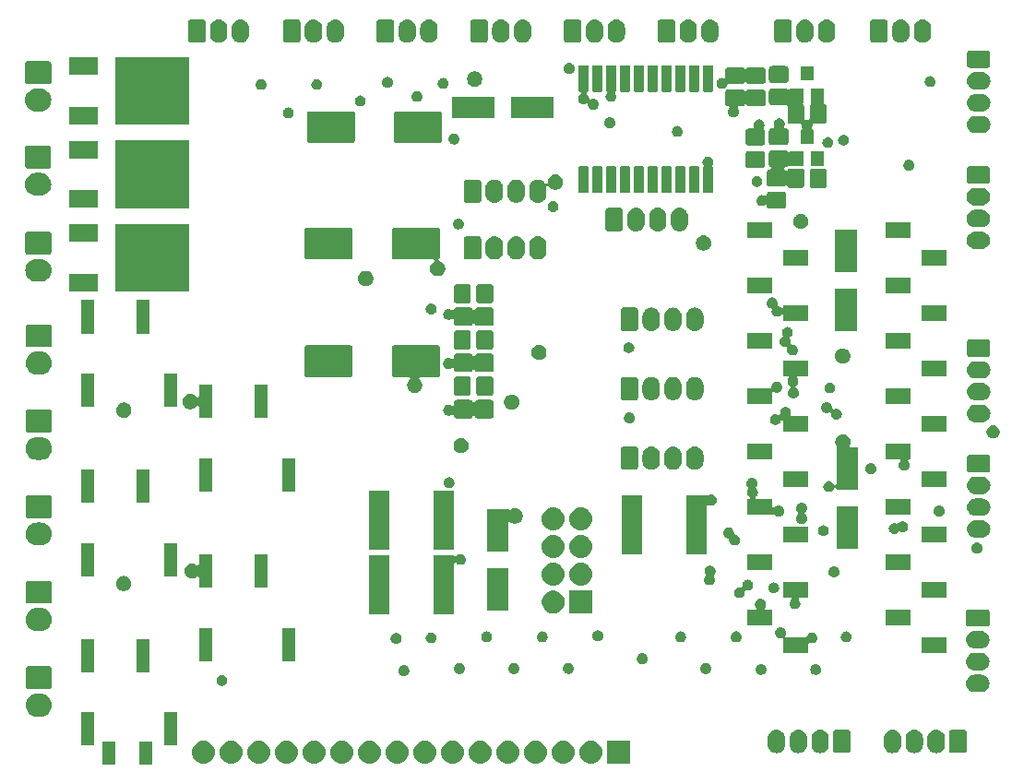
<source format=gbr>
G04 #@! TF.GenerationSoftware,KiCad,Pcbnew,(5.1.4)-1*
G04 #@! TF.CreationDate,2019-12-15T21:47:06+01:00*
G04 #@! TF.ProjectId,mainboard,6d61696e-626f-4617-9264-2e6b69636164,1.0*
G04 #@! TF.SameCoordinates,Original*
G04 #@! TF.FileFunction,Soldermask,Top*
G04 #@! TF.FilePolarity,Negative*
%FSLAX46Y46*%
G04 Gerber Fmt 4.6, Leading zero omitted, Abs format (unit mm)*
G04 Created by KiCad (PCBNEW (5.1.4)-1) date 2019-12-15 21:47:06*
%MOMM*%
%LPD*%
G04 APERTURE LIST*
%ADD10C,0.100000*%
G04 APERTURE END LIST*
D10*
G36*
X121427000Y-132151000D02*
G01*
X120227000Y-132151000D01*
X120227000Y-130051000D01*
X121427000Y-130051000D01*
X121427000Y-132151000D01*
X121427000Y-132151000D01*
G37*
G36*
X118027000Y-132151000D02*
G01*
X116827000Y-132151000D01*
X116827000Y-130051000D01*
X118027000Y-130051000D01*
X118027000Y-132151000D01*
X118027000Y-132151000D01*
G37*
G36*
X128795707Y-129958596D02*
G01*
X128872836Y-129966193D01*
X129070762Y-130026233D01*
X129070765Y-130026234D01*
X129253170Y-130123732D01*
X129413055Y-130254945D01*
X129544268Y-130414830D01*
X129641766Y-130597235D01*
X129641767Y-130597238D01*
X129701807Y-130795164D01*
X129722080Y-131001000D01*
X129701807Y-131206836D01*
X129641767Y-131404762D01*
X129641766Y-131404765D01*
X129544268Y-131587170D01*
X129413055Y-131747055D01*
X129253170Y-131878268D01*
X129070765Y-131975766D01*
X129070762Y-131975767D01*
X128872836Y-132035807D01*
X128795707Y-132043403D01*
X128718580Y-132051000D01*
X128615420Y-132051000D01*
X128538293Y-132043403D01*
X128461164Y-132035807D01*
X128263238Y-131975767D01*
X128263235Y-131975766D01*
X128080830Y-131878268D01*
X127920945Y-131747055D01*
X127789732Y-131587170D01*
X127692234Y-131404765D01*
X127692233Y-131404762D01*
X127632193Y-131206836D01*
X127611920Y-131001000D01*
X127632193Y-130795164D01*
X127692233Y-130597238D01*
X127692234Y-130597235D01*
X127789732Y-130414830D01*
X127920945Y-130254945D01*
X128080830Y-130123732D01*
X128263235Y-130026234D01*
X128263238Y-130026233D01*
X128461164Y-129966193D01*
X128538293Y-129958596D01*
X128615420Y-129951000D01*
X128718580Y-129951000D01*
X128795707Y-129958596D01*
X128795707Y-129958596D01*
G37*
G36*
X165277000Y-132051000D02*
G01*
X163177000Y-132051000D01*
X163177000Y-129951000D01*
X165277000Y-129951000D01*
X165277000Y-132051000D01*
X165277000Y-132051000D01*
G37*
G36*
X126255707Y-129958596D02*
G01*
X126332836Y-129966193D01*
X126530762Y-130026233D01*
X126530765Y-130026234D01*
X126713170Y-130123732D01*
X126873055Y-130254945D01*
X127004268Y-130414830D01*
X127101766Y-130597235D01*
X127101767Y-130597238D01*
X127161807Y-130795164D01*
X127182080Y-131001000D01*
X127161807Y-131206836D01*
X127101767Y-131404762D01*
X127101766Y-131404765D01*
X127004268Y-131587170D01*
X126873055Y-131747055D01*
X126713170Y-131878268D01*
X126530765Y-131975766D01*
X126530762Y-131975767D01*
X126332836Y-132035807D01*
X126255707Y-132043403D01*
X126178580Y-132051000D01*
X126075420Y-132051000D01*
X125998293Y-132043403D01*
X125921164Y-132035807D01*
X125723238Y-131975767D01*
X125723235Y-131975766D01*
X125540830Y-131878268D01*
X125380945Y-131747055D01*
X125249732Y-131587170D01*
X125152234Y-131404765D01*
X125152233Y-131404762D01*
X125092193Y-131206836D01*
X125071920Y-131001000D01*
X125092193Y-130795164D01*
X125152233Y-130597238D01*
X125152234Y-130597235D01*
X125249732Y-130414830D01*
X125380945Y-130254945D01*
X125540830Y-130123732D01*
X125723235Y-130026234D01*
X125723238Y-130026233D01*
X125921164Y-129966193D01*
X125998293Y-129958596D01*
X126075420Y-129951000D01*
X126178580Y-129951000D01*
X126255707Y-129958596D01*
X126255707Y-129958596D01*
G37*
G36*
X131335707Y-129958596D02*
G01*
X131412836Y-129966193D01*
X131610762Y-130026233D01*
X131610765Y-130026234D01*
X131793170Y-130123732D01*
X131953055Y-130254945D01*
X132084268Y-130414830D01*
X132181766Y-130597235D01*
X132181767Y-130597238D01*
X132241807Y-130795164D01*
X132262080Y-131001000D01*
X132241807Y-131206836D01*
X132181767Y-131404762D01*
X132181766Y-131404765D01*
X132084268Y-131587170D01*
X131953055Y-131747055D01*
X131793170Y-131878268D01*
X131610765Y-131975766D01*
X131610762Y-131975767D01*
X131412836Y-132035807D01*
X131335707Y-132043403D01*
X131258580Y-132051000D01*
X131155420Y-132051000D01*
X131078293Y-132043403D01*
X131001164Y-132035807D01*
X130803238Y-131975767D01*
X130803235Y-131975766D01*
X130620830Y-131878268D01*
X130460945Y-131747055D01*
X130329732Y-131587170D01*
X130232234Y-131404765D01*
X130232233Y-131404762D01*
X130172193Y-131206836D01*
X130151920Y-131001000D01*
X130172193Y-130795164D01*
X130232233Y-130597238D01*
X130232234Y-130597235D01*
X130329732Y-130414830D01*
X130460945Y-130254945D01*
X130620830Y-130123732D01*
X130803235Y-130026234D01*
X130803238Y-130026233D01*
X131001164Y-129966193D01*
X131078293Y-129958596D01*
X131155420Y-129951000D01*
X131258580Y-129951000D01*
X131335707Y-129958596D01*
X131335707Y-129958596D01*
G37*
G36*
X133875707Y-129958596D02*
G01*
X133952836Y-129966193D01*
X134150762Y-130026233D01*
X134150765Y-130026234D01*
X134333170Y-130123732D01*
X134493055Y-130254945D01*
X134624268Y-130414830D01*
X134721766Y-130597235D01*
X134721767Y-130597238D01*
X134781807Y-130795164D01*
X134802080Y-131001000D01*
X134781807Y-131206836D01*
X134721767Y-131404762D01*
X134721766Y-131404765D01*
X134624268Y-131587170D01*
X134493055Y-131747055D01*
X134333170Y-131878268D01*
X134150765Y-131975766D01*
X134150762Y-131975767D01*
X133952836Y-132035807D01*
X133875707Y-132043403D01*
X133798580Y-132051000D01*
X133695420Y-132051000D01*
X133618293Y-132043403D01*
X133541164Y-132035807D01*
X133343238Y-131975767D01*
X133343235Y-131975766D01*
X133160830Y-131878268D01*
X133000945Y-131747055D01*
X132869732Y-131587170D01*
X132772234Y-131404765D01*
X132772233Y-131404762D01*
X132712193Y-131206836D01*
X132691920Y-131001000D01*
X132712193Y-130795164D01*
X132772233Y-130597238D01*
X132772234Y-130597235D01*
X132869732Y-130414830D01*
X133000945Y-130254945D01*
X133160830Y-130123732D01*
X133343235Y-130026234D01*
X133343238Y-130026233D01*
X133541164Y-129966193D01*
X133618293Y-129958596D01*
X133695420Y-129951000D01*
X133798580Y-129951000D01*
X133875707Y-129958596D01*
X133875707Y-129958596D01*
G37*
G36*
X136415707Y-129958596D02*
G01*
X136492836Y-129966193D01*
X136690762Y-130026233D01*
X136690765Y-130026234D01*
X136873170Y-130123732D01*
X137033055Y-130254945D01*
X137164268Y-130414830D01*
X137261766Y-130597235D01*
X137261767Y-130597238D01*
X137321807Y-130795164D01*
X137342080Y-131001000D01*
X137321807Y-131206836D01*
X137261767Y-131404762D01*
X137261766Y-131404765D01*
X137164268Y-131587170D01*
X137033055Y-131747055D01*
X136873170Y-131878268D01*
X136690765Y-131975766D01*
X136690762Y-131975767D01*
X136492836Y-132035807D01*
X136415707Y-132043403D01*
X136338580Y-132051000D01*
X136235420Y-132051000D01*
X136158293Y-132043403D01*
X136081164Y-132035807D01*
X135883238Y-131975767D01*
X135883235Y-131975766D01*
X135700830Y-131878268D01*
X135540945Y-131747055D01*
X135409732Y-131587170D01*
X135312234Y-131404765D01*
X135312233Y-131404762D01*
X135252193Y-131206836D01*
X135231920Y-131001000D01*
X135252193Y-130795164D01*
X135312233Y-130597238D01*
X135312234Y-130597235D01*
X135409732Y-130414830D01*
X135540945Y-130254945D01*
X135700830Y-130123732D01*
X135883235Y-130026234D01*
X135883238Y-130026233D01*
X136081164Y-129966193D01*
X136158293Y-129958596D01*
X136235420Y-129951000D01*
X136338580Y-129951000D01*
X136415707Y-129958596D01*
X136415707Y-129958596D01*
G37*
G36*
X138955707Y-129958596D02*
G01*
X139032836Y-129966193D01*
X139230762Y-130026233D01*
X139230765Y-130026234D01*
X139413170Y-130123732D01*
X139573055Y-130254945D01*
X139704268Y-130414830D01*
X139801766Y-130597235D01*
X139801767Y-130597238D01*
X139861807Y-130795164D01*
X139882080Y-131001000D01*
X139861807Y-131206836D01*
X139801767Y-131404762D01*
X139801766Y-131404765D01*
X139704268Y-131587170D01*
X139573055Y-131747055D01*
X139413170Y-131878268D01*
X139230765Y-131975766D01*
X139230762Y-131975767D01*
X139032836Y-132035807D01*
X138955707Y-132043403D01*
X138878580Y-132051000D01*
X138775420Y-132051000D01*
X138698293Y-132043403D01*
X138621164Y-132035807D01*
X138423238Y-131975767D01*
X138423235Y-131975766D01*
X138240830Y-131878268D01*
X138080945Y-131747055D01*
X137949732Y-131587170D01*
X137852234Y-131404765D01*
X137852233Y-131404762D01*
X137792193Y-131206836D01*
X137771920Y-131001000D01*
X137792193Y-130795164D01*
X137852233Y-130597238D01*
X137852234Y-130597235D01*
X137949732Y-130414830D01*
X138080945Y-130254945D01*
X138240830Y-130123732D01*
X138423235Y-130026234D01*
X138423238Y-130026233D01*
X138621164Y-129966193D01*
X138698293Y-129958596D01*
X138775420Y-129951000D01*
X138878580Y-129951000D01*
X138955707Y-129958596D01*
X138955707Y-129958596D01*
G37*
G36*
X141495707Y-129958596D02*
G01*
X141572836Y-129966193D01*
X141770762Y-130026233D01*
X141770765Y-130026234D01*
X141953170Y-130123732D01*
X142113055Y-130254945D01*
X142244268Y-130414830D01*
X142341766Y-130597235D01*
X142341767Y-130597238D01*
X142401807Y-130795164D01*
X142422080Y-131001000D01*
X142401807Y-131206836D01*
X142341767Y-131404762D01*
X142341766Y-131404765D01*
X142244268Y-131587170D01*
X142113055Y-131747055D01*
X141953170Y-131878268D01*
X141770765Y-131975766D01*
X141770762Y-131975767D01*
X141572836Y-132035807D01*
X141495707Y-132043403D01*
X141418580Y-132051000D01*
X141315420Y-132051000D01*
X141238293Y-132043403D01*
X141161164Y-132035807D01*
X140963238Y-131975767D01*
X140963235Y-131975766D01*
X140780830Y-131878268D01*
X140620945Y-131747055D01*
X140489732Y-131587170D01*
X140392234Y-131404765D01*
X140392233Y-131404762D01*
X140332193Y-131206836D01*
X140311920Y-131001000D01*
X140332193Y-130795164D01*
X140392233Y-130597238D01*
X140392234Y-130597235D01*
X140489732Y-130414830D01*
X140620945Y-130254945D01*
X140780830Y-130123732D01*
X140963235Y-130026234D01*
X140963238Y-130026233D01*
X141161164Y-129966193D01*
X141238293Y-129958596D01*
X141315420Y-129951000D01*
X141418580Y-129951000D01*
X141495707Y-129958596D01*
X141495707Y-129958596D01*
G37*
G36*
X146575707Y-129958596D02*
G01*
X146652836Y-129966193D01*
X146850762Y-130026233D01*
X146850765Y-130026234D01*
X147033170Y-130123732D01*
X147193055Y-130254945D01*
X147324268Y-130414830D01*
X147421766Y-130597235D01*
X147421767Y-130597238D01*
X147481807Y-130795164D01*
X147502080Y-131001000D01*
X147481807Y-131206836D01*
X147421767Y-131404762D01*
X147421766Y-131404765D01*
X147324268Y-131587170D01*
X147193055Y-131747055D01*
X147033170Y-131878268D01*
X146850765Y-131975766D01*
X146850762Y-131975767D01*
X146652836Y-132035807D01*
X146575707Y-132043403D01*
X146498580Y-132051000D01*
X146395420Y-132051000D01*
X146318293Y-132043403D01*
X146241164Y-132035807D01*
X146043238Y-131975767D01*
X146043235Y-131975766D01*
X145860830Y-131878268D01*
X145700945Y-131747055D01*
X145569732Y-131587170D01*
X145472234Y-131404765D01*
X145472233Y-131404762D01*
X145412193Y-131206836D01*
X145391920Y-131001000D01*
X145412193Y-130795164D01*
X145472233Y-130597238D01*
X145472234Y-130597235D01*
X145569732Y-130414830D01*
X145700945Y-130254945D01*
X145860830Y-130123732D01*
X146043235Y-130026234D01*
X146043238Y-130026233D01*
X146241164Y-129966193D01*
X146318293Y-129958596D01*
X146395420Y-129951000D01*
X146498580Y-129951000D01*
X146575707Y-129958596D01*
X146575707Y-129958596D01*
G37*
G36*
X159275707Y-129958596D02*
G01*
X159352836Y-129966193D01*
X159550762Y-130026233D01*
X159550765Y-130026234D01*
X159733170Y-130123732D01*
X159893055Y-130254945D01*
X160024268Y-130414830D01*
X160121766Y-130597235D01*
X160121767Y-130597238D01*
X160181807Y-130795164D01*
X160202080Y-131001000D01*
X160181807Y-131206836D01*
X160121767Y-131404762D01*
X160121766Y-131404765D01*
X160024268Y-131587170D01*
X159893055Y-131747055D01*
X159733170Y-131878268D01*
X159550765Y-131975766D01*
X159550762Y-131975767D01*
X159352836Y-132035807D01*
X159275707Y-132043403D01*
X159198580Y-132051000D01*
X159095420Y-132051000D01*
X159018293Y-132043403D01*
X158941164Y-132035807D01*
X158743238Y-131975767D01*
X158743235Y-131975766D01*
X158560830Y-131878268D01*
X158400945Y-131747055D01*
X158269732Y-131587170D01*
X158172234Y-131404765D01*
X158172233Y-131404762D01*
X158112193Y-131206836D01*
X158091920Y-131001000D01*
X158112193Y-130795164D01*
X158172233Y-130597238D01*
X158172234Y-130597235D01*
X158269732Y-130414830D01*
X158400945Y-130254945D01*
X158560830Y-130123732D01*
X158743235Y-130026234D01*
X158743238Y-130026233D01*
X158941164Y-129966193D01*
X159018293Y-129958596D01*
X159095420Y-129951000D01*
X159198580Y-129951000D01*
X159275707Y-129958596D01*
X159275707Y-129958596D01*
G37*
G36*
X161815707Y-129958596D02*
G01*
X161892836Y-129966193D01*
X162090762Y-130026233D01*
X162090765Y-130026234D01*
X162273170Y-130123732D01*
X162433055Y-130254945D01*
X162564268Y-130414830D01*
X162661766Y-130597235D01*
X162661767Y-130597238D01*
X162721807Y-130795164D01*
X162742080Y-131001000D01*
X162721807Y-131206836D01*
X162661767Y-131404762D01*
X162661766Y-131404765D01*
X162564268Y-131587170D01*
X162433055Y-131747055D01*
X162273170Y-131878268D01*
X162090765Y-131975766D01*
X162090762Y-131975767D01*
X161892836Y-132035807D01*
X161815707Y-132043403D01*
X161738580Y-132051000D01*
X161635420Y-132051000D01*
X161558293Y-132043403D01*
X161481164Y-132035807D01*
X161283238Y-131975767D01*
X161283235Y-131975766D01*
X161100830Y-131878268D01*
X160940945Y-131747055D01*
X160809732Y-131587170D01*
X160712234Y-131404765D01*
X160712233Y-131404762D01*
X160652193Y-131206836D01*
X160631920Y-131001000D01*
X160652193Y-130795164D01*
X160712233Y-130597238D01*
X160712234Y-130597235D01*
X160809732Y-130414830D01*
X160940945Y-130254945D01*
X161100830Y-130123732D01*
X161283235Y-130026234D01*
X161283238Y-130026233D01*
X161481164Y-129966193D01*
X161558293Y-129958596D01*
X161635420Y-129951000D01*
X161738580Y-129951000D01*
X161815707Y-129958596D01*
X161815707Y-129958596D01*
G37*
G36*
X156735707Y-129958596D02*
G01*
X156812836Y-129966193D01*
X157010762Y-130026233D01*
X157010765Y-130026234D01*
X157193170Y-130123732D01*
X157353055Y-130254945D01*
X157484268Y-130414830D01*
X157581766Y-130597235D01*
X157581767Y-130597238D01*
X157641807Y-130795164D01*
X157662080Y-131001000D01*
X157641807Y-131206836D01*
X157581767Y-131404762D01*
X157581766Y-131404765D01*
X157484268Y-131587170D01*
X157353055Y-131747055D01*
X157193170Y-131878268D01*
X157010765Y-131975766D01*
X157010762Y-131975767D01*
X156812836Y-132035807D01*
X156735707Y-132043403D01*
X156658580Y-132051000D01*
X156555420Y-132051000D01*
X156478293Y-132043403D01*
X156401164Y-132035807D01*
X156203238Y-131975767D01*
X156203235Y-131975766D01*
X156020830Y-131878268D01*
X155860945Y-131747055D01*
X155729732Y-131587170D01*
X155632234Y-131404765D01*
X155632233Y-131404762D01*
X155572193Y-131206836D01*
X155551920Y-131001000D01*
X155572193Y-130795164D01*
X155632233Y-130597238D01*
X155632234Y-130597235D01*
X155729732Y-130414830D01*
X155860945Y-130254945D01*
X156020830Y-130123732D01*
X156203235Y-130026234D01*
X156203238Y-130026233D01*
X156401164Y-129966193D01*
X156478293Y-129958596D01*
X156555420Y-129951000D01*
X156658580Y-129951000D01*
X156735707Y-129958596D01*
X156735707Y-129958596D01*
G37*
G36*
X151655707Y-129958596D02*
G01*
X151732836Y-129966193D01*
X151930762Y-130026233D01*
X151930765Y-130026234D01*
X152113170Y-130123732D01*
X152273055Y-130254945D01*
X152404268Y-130414830D01*
X152501766Y-130597235D01*
X152501767Y-130597238D01*
X152561807Y-130795164D01*
X152582080Y-131001000D01*
X152561807Y-131206836D01*
X152501767Y-131404762D01*
X152501766Y-131404765D01*
X152404268Y-131587170D01*
X152273055Y-131747055D01*
X152113170Y-131878268D01*
X151930765Y-131975766D01*
X151930762Y-131975767D01*
X151732836Y-132035807D01*
X151655707Y-132043403D01*
X151578580Y-132051000D01*
X151475420Y-132051000D01*
X151398293Y-132043403D01*
X151321164Y-132035807D01*
X151123238Y-131975767D01*
X151123235Y-131975766D01*
X150940830Y-131878268D01*
X150780945Y-131747055D01*
X150649732Y-131587170D01*
X150552234Y-131404765D01*
X150552233Y-131404762D01*
X150492193Y-131206836D01*
X150471920Y-131001000D01*
X150492193Y-130795164D01*
X150552233Y-130597238D01*
X150552234Y-130597235D01*
X150649732Y-130414830D01*
X150780945Y-130254945D01*
X150940830Y-130123732D01*
X151123235Y-130026234D01*
X151123238Y-130026233D01*
X151321164Y-129966193D01*
X151398293Y-129958596D01*
X151475420Y-129951000D01*
X151578580Y-129951000D01*
X151655707Y-129958596D01*
X151655707Y-129958596D01*
G37*
G36*
X144035707Y-129958596D02*
G01*
X144112836Y-129966193D01*
X144310762Y-130026233D01*
X144310765Y-130026234D01*
X144493170Y-130123732D01*
X144653055Y-130254945D01*
X144784268Y-130414830D01*
X144881766Y-130597235D01*
X144881767Y-130597238D01*
X144941807Y-130795164D01*
X144962080Y-131001000D01*
X144941807Y-131206836D01*
X144881767Y-131404762D01*
X144881766Y-131404765D01*
X144784268Y-131587170D01*
X144653055Y-131747055D01*
X144493170Y-131878268D01*
X144310765Y-131975766D01*
X144310762Y-131975767D01*
X144112836Y-132035807D01*
X144035707Y-132043403D01*
X143958580Y-132051000D01*
X143855420Y-132051000D01*
X143778293Y-132043403D01*
X143701164Y-132035807D01*
X143503238Y-131975767D01*
X143503235Y-131975766D01*
X143320830Y-131878268D01*
X143160945Y-131747055D01*
X143029732Y-131587170D01*
X142932234Y-131404765D01*
X142932233Y-131404762D01*
X142872193Y-131206836D01*
X142851920Y-131001000D01*
X142872193Y-130795164D01*
X142932233Y-130597238D01*
X142932234Y-130597235D01*
X143029732Y-130414830D01*
X143160945Y-130254945D01*
X143320830Y-130123732D01*
X143503235Y-130026234D01*
X143503238Y-130026233D01*
X143701164Y-129966193D01*
X143778293Y-129958596D01*
X143855420Y-129951000D01*
X143958580Y-129951000D01*
X144035707Y-129958596D01*
X144035707Y-129958596D01*
G37*
G36*
X149115707Y-129958596D02*
G01*
X149192836Y-129966193D01*
X149390762Y-130026233D01*
X149390765Y-130026234D01*
X149573170Y-130123732D01*
X149733055Y-130254945D01*
X149864268Y-130414830D01*
X149961766Y-130597235D01*
X149961767Y-130597238D01*
X150021807Y-130795164D01*
X150042080Y-131001000D01*
X150021807Y-131206836D01*
X149961767Y-131404762D01*
X149961766Y-131404765D01*
X149864268Y-131587170D01*
X149733055Y-131747055D01*
X149573170Y-131878268D01*
X149390765Y-131975766D01*
X149390762Y-131975767D01*
X149192836Y-132035807D01*
X149115707Y-132043403D01*
X149038580Y-132051000D01*
X148935420Y-132051000D01*
X148858293Y-132043403D01*
X148781164Y-132035807D01*
X148583238Y-131975767D01*
X148583235Y-131975766D01*
X148400830Y-131878268D01*
X148240945Y-131747055D01*
X148109732Y-131587170D01*
X148012234Y-131404765D01*
X148012233Y-131404762D01*
X147952193Y-131206836D01*
X147931920Y-131001000D01*
X147952193Y-130795164D01*
X148012233Y-130597238D01*
X148012234Y-130597235D01*
X148109732Y-130414830D01*
X148240945Y-130254945D01*
X148400830Y-130123732D01*
X148583235Y-130026234D01*
X148583238Y-130026233D01*
X148781164Y-129966193D01*
X148858293Y-129958596D01*
X148935420Y-129951000D01*
X149038580Y-129951000D01*
X149115707Y-129958596D01*
X149115707Y-129958596D01*
G37*
G36*
X154195707Y-129958596D02*
G01*
X154272836Y-129966193D01*
X154470762Y-130026233D01*
X154470765Y-130026234D01*
X154653170Y-130123732D01*
X154813055Y-130254945D01*
X154944268Y-130414830D01*
X155041766Y-130597235D01*
X155041767Y-130597238D01*
X155101807Y-130795164D01*
X155122080Y-131001000D01*
X155101807Y-131206836D01*
X155041767Y-131404762D01*
X155041766Y-131404765D01*
X154944268Y-131587170D01*
X154813055Y-131747055D01*
X154653170Y-131878268D01*
X154470765Y-131975766D01*
X154470762Y-131975767D01*
X154272836Y-132035807D01*
X154195707Y-132043403D01*
X154118580Y-132051000D01*
X154015420Y-132051000D01*
X153938293Y-132043403D01*
X153861164Y-132035807D01*
X153663238Y-131975767D01*
X153663235Y-131975766D01*
X153480830Y-131878268D01*
X153320945Y-131747055D01*
X153189732Y-131587170D01*
X153092234Y-131404765D01*
X153092233Y-131404762D01*
X153032193Y-131206836D01*
X153011920Y-131001000D01*
X153032193Y-130795164D01*
X153092233Y-130597238D01*
X153092234Y-130597235D01*
X153189732Y-130414830D01*
X153320945Y-130254945D01*
X153480830Y-130123732D01*
X153663235Y-130026234D01*
X153663238Y-130026233D01*
X153861164Y-129966193D01*
X153938293Y-129958596D01*
X154015420Y-129951000D01*
X154118580Y-129951000D01*
X154195707Y-129958596D01*
X154195707Y-129958596D01*
G37*
G36*
X193533827Y-128937576D02*
G01*
X193684628Y-128983321D01*
X193684630Y-128983322D01*
X193823605Y-129057606D01*
X193858949Y-129086612D01*
X193945422Y-129157578D01*
X194045393Y-129279394D01*
X194119679Y-129418372D01*
X194165424Y-129569173D01*
X194177000Y-129686707D01*
X194177000Y-130315293D01*
X194165424Y-130432827D01*
X194119679Y-130583627D01*
X194119678Y-130583630D01*
X194045395Y-130722604D01*
X194045393Y-130722606D01*
X193945422Y-130844422D01*
X193843466Y-130928094D01*
X193823604Y-130944394D01*
X193717702Y-131001000D01*
X193684627Y-131018679D01*
X193533826Y-131064424D01*
X193377000Y-131079870D01*
X193220173Y-131064424D01*
X193069372Y-131018679D01*
X193036297Y-131001000D01*
X192930395Y-130944394D01*
X192894594Y-130915013D01*
X192808578Y-130844422D01*
X192708607Y-130722605D01*
X192634321Y-130583627D01*
X192588576Y-130432826D01*
X192577000Y-130315292D01*
X192577000Y-129686707D01*
X192588576Y-129569173D01*
X192634321Y-129418372D01*
X192708607Y-129279395D01*
X192708608Y-129279393D01*
X192808579Y-129157578D01*
X192930396Y-129057606D01*
X193069371Y-128983322D01*
X193069373Y-128983321D01*
X193220174Y-128937576D01*
X193377000Y-128922130D01*
X193533827Y-128937576D01*
X193533827Y-128937576D01*
G37*
G36*
X182883827Y-128937576D02*
G01*
X183034628Y-128983321D01*
X183034630Y-128983322D01*
X183173605Y-129057606D01*
X183208949Y-129086612D01*
X183295422Y-129157578D01*
X183395393Y-129279394D01*
X183469679Y-129418372D01*
X183515424Y-129569173D01*
X183527000Y-129686707D01*
X183527000Y-130315293D01*
X183515424Y-130432827D01*
X183469679Y-130583627D01*
X183469678Y-130583630D01*
X183395395Y-130722604D01*
X183395393Y-130722606D01*
X183295422Y-130844422D01*
X183193466Y-130928094D01*
X183173604Y-130944394D01*
X183067702Y-131001000D01*
X183034627Y-131018679D01*
X182883826Y-131064424D01*
X182727000Y-131079870D01*
X182570173Y-131064424D01*
X182419372Y-131018679D01*
X182386297Y-131001000D01*
X182280395Y-130944394D01*
X182244594Y-130915013D01*
X182158578Y-130844422D01*
X182058607Y-130722605D01*
X181984321Y-130583627D01*
X181938576Y-130432826D01*
X181927000Y-130315292D01*
X181927000Y-129686707D01*
X181938576Y-129569173D01*
X181984321Y-129418372D01*
X182058607Y-129279395D01*
X182058608Y-129279393D01*
X182158579Y-129157578D01*
X182280396Y-129057606D01*
X182419371Y-128983322D01*
X182419373Y-128983321D01*
X182570174Y-128937576D01*
X182727000Y-128922130D01*
X182883827Y-128937576D01*
X182883827Y-128937576D01*
G37*
G36*
X180883827Y-128937576D02*
G01*
X181034628Y-128983321D01*
X181034630Y-128983322D01*
X181173605Y-129057606D01*
X181208949Y-129086612D01*
X181295422Y-129157578D01*
X181395393Y-129279394D01*
X181469679Y-129418372D01*
X181515424Y-129569173D01*
X181527000Y-129686707D01*
X181527000Y-130315293D01*
X181515424Y-130432827D01*
X181469679Y-130583627D01*
X181469678Y-130583630D01*
X181395395Y-130722604D01*
X181395393Y-130722606D01*
X181295422Y-130844422D01*
X181193466Y-130928094D01*
X181173604Y-130944394D01*
X181067702Y-131001000D01*
X181034627Y-131018679D01*
X180883826Y-131064424D01*
X180727000Y-131079870D01*
X180570173Y-131064424D01*
X180419372Y-131018679D01*
X180386297Y-131001000D01*
X180280395Y-130944394D01*
X180244594Y-130915013D01*
X180158578Y-130844422D01*
X180058607Y-130722605D01*
X179984321Y-130583627D01*
X179938576Y-130432826D01*
X179927000Y-130315292D01*
X179927000Y-129686707D01*
X179938576Y-129569173D01*
X179984321Y-129418372D01*
X180058607Y-129279395D01*
X180058608Y-129279393D01*
X180158579Y-129157578D01*
X180280396Y-129057606D01*
X180419371Y-128983322D01*
X180419373Y-128983321D01*
X180570174Y-128937576D01*
X180727000Y-128922130D01*
X180883827Y-128937576D01*
X180883827Y-128937576D01*
G37*
G36*
X178883827Y-128937576D02*
G01*
X179034628Y-128983321D01*
X179034630Y-128983322D01*
X179173605Y-129057606D01*
X179208949Y-129086612D01*
X179295422Y-129157578D01*
X179395393Y-129279394D01*
X179469679Y-129418372D01*
X179515424Y-129569173D01*
X179527000Y-129686707D01*
X179527000Y-130315293D01*
X179515424Y-130432827D01*
X179469679Y-130583627D01*
X179469678Y-130583630D01*
X179395395Y-130722604D01*
X179395393Y-130722606D01*
X179295422Y-130844422D01*
X179193466Y-130928094D01*
X179173604Y-130944394D01*
X179067702Y-131001000D01*
X179034627Y-131018679D01*
X178883826Y-131064424D01*
X178727000Y-131079870D01*
X178570173Y-131064424D01*
X178419372Y-131018679D01*
X178386297Y-131001000D01*
X178280395Y-130944394D01*
X178244594Y-130915013D01*
X178158578Y-130844422D01*
X178058607Y-130722605D01*
X177984321Y-130583627D01*
X177938576Y-130432826D01*
X177927000Y-130315292D01*
X177927000Y-129686707D01*
X177938576Y-129569173D01*
X177984321Y-129418372D01*
X178058607Y-129279395D01*
X178058608Y-129279393D01*
X178158579Y-129157578D01*
X178280396Y-129057606D01*
X178419371Y-128983322D01*
X178419373Y-128983321D01*
X178570174Y-128937576D01*
X178727000Y-128922130D01*
X178883827Y-128937576D01*
X178883827Y-128937576D01*
G37*
G36*
X189533827Y-128937576D02*
G01*
X189684628Y-128983321D01*
X189684630Y-128983322D01*
X189823605Y-129057606D01*
X189858949Y-129086612D01*
X189945422Y-129157578D01*
X190045393Y-129279394D01*
X190119679Y-129418372D01*
X190165424Y-129569173D01*
X190177000Y-129686707D01*
X190177000Y-130315293D01*
X190165424Y-130432827D01*
X190119679Y-130583627D01*
X190119678Y-130583630D01*
X190045395Y-130722604D01*
X190045393Y-130722606D01*
X189945422Y-130844422D01*
X189843466Y-130928094D01*
X189823604Y-130944394D01*
X189717702Y-131001000D01*
X189684627Y-131018679D01*
X189533826Y-131064424D01*
X189377000Y-131079870D01*
X189220173Y-131064424D01*
X189069372Y-131018679D01*
X189036297Y-131001000D01*
X188930395Y-130944394D01*
X188894594Y-130915013D01*
X188808578Y-130844422D01*
X188708607Y-130722605D01*
X188634321Y-130583627D01*
X188588576Y-130432826D01*
X188577000Y-130315292D01*
X188577000Y-129686707D01*
X188588576Y-129569173D01*
X188634321Y-129418372D01*
X188708607Y-129279395D01*
X188708608Y-129279393D01*
X188808579Y-129157578D01*
X188930396Y-129057606D01*
X189069371Y-128983322D01*
X189069373Y-128983321D01*
X189220174Y-128937576D01*
X189377000Y-128922130D01*
X189533827Y-128937576D01*
X189533827Y-128937576D01*
G37*
G36*
X191533827Y-128937576D02*
G01*
X191684628Y-128983321D01*
X191684630Y-128983322D01*
X191823605Y-129057606D01*
X191858949Y-129086612D01*
X191945422Y-129157578D01*
X192045393Y-129279394D01*
X192119679Y-129418372D01*
X192165424Y-129569173D01*
X192177000Y-129686707D01*
X192177000Y-130315293D01*
X192165424Y-130432827D01*
X192119679Y-130583627D01*
X192119678Y-130583630D01*
X192045395Y-130722604D01*
X192045393Y-130722606D01*
X191945422Y-130844422D01*
X191843466Y-130928094D01*
X191823604Y-130944394D01*
X191717702Y-131001000D01*
X191684627Y-131018679D01*
X191533826Y-131064424D01*
X191377000Y-131079870D01*
X191220173Y-131064424D01*
X191069372Y-131018679D01*
X191036297Y-131001000D01*
X190930395Y-130944394D01*
X190894594Y-130915013D01*
X190808578Y-130844422D01*
X190708607Y-130722605D01*
X190634321Y-130583627D01*
X190588576Y-130432826D01*
X190577000Y-130315292D01*
X190577000Y-129686707D01*
X190588576Y-129569173D01*
X190634321Y-129418372D01*
X190708607Y-129279395D01*
X190708608Y-129279393D01*
X190808579Y-129157578D01*
X190930396Y-129057606D01*
X191069371Y-128983322D01*
X191069373Y-128983321D01*
X191220174Y-128937576D01*
X191377000Y-128922130D01*
X191533827Y-128937576D01*
X191533827Y-128937576D01*
G37*
G36*
X185317269Y-128931597D02*
G01*
X185366013Y-128946383D01*
X185410926Y-128970390D01*
X185450299Y-129002701D01*
X185482610Y-129042074D01*
X185506617Y-129086987D01*
X185521403Y-129135731D01*
X185527000Y-129192557D01*
X185527000Y-130809443D01*
X185521403Y-130866269D01*
X185506617Y-130915013D01*
X185482610Y-130959926D01*
X185450299Y-130999299D01*
X185410926Y-131031610D01*
X185366013Y-131055617D01*
X185317269Y-131070403D01*
X185260443Y-131076000D01*
X184193557Y-131076000D01*
X184136731Y-131070403D01*
X184087987Y-131055617D01*
X184043074Y-131031610D01*
X184003701Y-130999299D01*
X183971390Y-130959926D01*
X183947383Y-130915013D01*
X183932597Y-130866269D01*
X183927000Y-130809443D01*
X183927000Y-129192557D01*
X183932597Y-129135731D01*
X183947383Y-129086987D01*
X183971390Y-129042074D01*
X184003701Y-129002701D01*
X184043074Y-128970390D01*
X184087987Y-128946383D01*
X184136731Y-128931597D01*
X184193557Y-128926000D01*
X185260443Y-128926000D01*
X185317269Y-128931597D01*
X185317269Y-128931597D01*
G37*
G36*
X195967765Y-128931585D02*
G01*
X196016388Y-128946335D01*
X196061204Y-128970289D01*
X196100479Y-129002521D01*
X196132711Y-129041796D01*
X196156665Y-129086612D01*
X196171415Y-129135235D01*
X196177000Y-129191940D01*
X196177000Y-130810060D01*
X196171415Y-130866765D01*
X196156665Y-130915388D01*
X196132711Y-130960204D01*
X196100479Y-130999479D01*
X196061204Y-131031711D01*
X196016388Y-131055665D01*
X195967765Y-131070415D01*
X195911060Y-131076000D01*
X194842940Y-131076000D01*
X194786235Y-131070415D01*
X194737612Y-131055665D01*
X194692796Y-131031711D01*
X194653521Y-130999479D01*
X194621289Y-130960204D01*
X194597335Y-130915388D01*
X194582585Y-130866765D01*
X194577000Y-130810060D01*
X194577000Y-129191940D01*
X194582585Y-129135235D01*
X194597335Y-129086612D01*
X194621289Y-129041796D01*
X194653521Y-129002521D01*
X194692796Y-128970289D01*
X194737612Y-128946335D01*
X194786235Y-128931585D01*
X194842940Y-128926000D01*
X195911060Y-128926000D01*
X195967765Y-128931585D01*
X195967765Y-128931585D01*
G37*
G36*
X116117000Y-130401000D02*
G01*
X114917000Y-130401000D01*
X114917000Y-127341000D01*
X116117000Y-127341000D01*
X116117000Y-130401000D01*
X116117000Y-130401000D01*
G37*
G36*
X123737000Y-130401000D02*
G01*
X122537000Y-130401000D01*
X122537000Y-127341000D01*
X123737000Y-127341000D01*
X123737000Y-130401000D01*
X123737000Y-130401000D01*
G37*
G36*
X111295707Y-125618596D02*
G01*
X111372836Y-125626193D01*
X111570762Y-125686233D01*
X111570765Y-125686234D01*
X111753170Y-125783732D01*
X111913055Y-125914945D01*
X112044268Y-126074830D01*
X112141766Y-126257235D01*
X112141767Y-126257238D01*
X112201807Y-126455164D01*
X112222080Y-126661000D01*
X112201807Y-126866836D01*
X112141767Y-127064762D01*
X112141766Y-127064765D01*
X112044268Y-127247170D01*
X111913055Y-127407055D01*
X111753170Y-127538268D01*
X111570765Y-127635766D01*
X111570762Y-127635767D01*
X111372836Y-127695807D01*
X111295707Y-127703403D01*
X111218580Y-127711000D01*
X110815420Y-127711000D01*
X110738293Y-127703403D01*
X110661164Y-127695807D01*
X110463238Y-127635767D01*
X110463235Y-127635766D01*
X110280830Y-127538268D01*
X110120945Y-127407055D01*
X109989732Y-127247170D01*
X109892234Y-127064765D01*
X109892233Y-127064762D01*
X109832193Y-126866836D01*
X109811920Y-126661000D01*
X109832193Y-126455164D01*
X109892233Y-126257238D01*
X109892234Y-126257235D01*
X109989732Y-126074830D01*
X110120945Y-125914945D01*
X110280830Y-125783732D01*
X110463235Y-125686234D01*
X110463238Y-125686233D01*
X110661164Y-125626193D01*
X110738293Y-125618596D01*
X110815420Y-125611000D01*
X111218580Y-125611000D01*
X111295707Y-125618596D01*
X111295707Y-125618596D01*
G37*
G36*
X197555471Y-123879859D02*
G01*
X197633827Y-123887576D01*
X197784628Y-123933321D01*
X197784630Y-123933322D01*
X197923605Y-124007606D01*
X198045422Y-124107578D01*
X198145394Y-124229395D01*
X198219678Y-124368370D01*
X198219679Y-124368372D01*
X198265424Y-124519173D01*
X198280870Y-124676000D01*
X198265424Y-124832827D01*
X198219679Y-124983628D01*
X198219678Y-124983630D01*
X198145394Y-125122605D01*
X198045422Y-125244422D01*
X197923605Y-125344394D01*
X197784630Y-125418678D01*
X197784628Y-125418679D01*
X197633827Y-125464424D01*
X197555471Y-125472141D01*
X197516294Y-125476000D01*
X196887706Y-125476000D01*
X196848529Y-125472141D01*
X196770173Y-125464424D01*
X196619372Y-125418679D01*
X196619370Y-125418678D01*
X196480395Y-125344394D01*
X196358578Y-125244422D01*
X196258606Y-125122605D01*
X196184322Y-124983630D01*
X196184321Y-124983628D01*
X196138576Y-124832827D01*
X196123130Y-124676000D01*
X196138576Y-124519173D01*
X196184321Y-124368372D01*
X196184322Y-124368370D01*
X196258606Y-124229395D01*
X196358578Y-124107578D01*
X196480395Y-124007606D01*
X196619370Y-123933322D01*
X196619372Y-123933321D01*
X196770173Y-123887576D01*
X196848529Y-123879859D01*
X196887706Y-123876000D01*
X197516294Y-123876000D01*
X197555471Y-123879859D01*
X197555471Y-123879859D01*
G37*
G36*
X112039326Y-123115831D02*
G01*
X112080596Y-123128350D01*
X112118631Y-123148681D01*
X112151964Y-123176036D01*
X112179319Y-123209369D01*
X112199650Y-123247404D01*
X112212169Y-123288674D01*
X112217000Y-123337727D01*
X112217000Y-124984273D01*
X112212169Y-125033326D01*
X112199650Y-125074596D01*
X112179319Y-125112631D01*
X112151964Y-125145964D01*
X112118631Y-125173319D01*
X112080596Y-125193650D01*
X112039326Y-125206169D01*
X111990273Y-125211000D01*
X110043727Y-125211000D01*
X109994674Y-125206169D01*
X109953404Y-125193650D01*
X109915369Y-125173319D01*
X109882036Y-125145964D01*
X109854681Y-125112631D01*
X109834350Y-125074596D01*
X109821831Y-125033326D01*
X109817000Y-124984273D01*
X109817000Y-123337727D01*
X109821831Y-123288674D01*
X109834350Y-123247404D01*
X109854681Y-123209369D01*
X109882036Y-123176036D01*
X109915369Y-123148681D01*
X109953404Y-123128350D01*
X109994674Y-123115831D01*
X110043727Y-123111000D01*
X111990273Y-123111000D01*
X112039326Y-123115831D01*
X112039326Y-123115831D01*
G37*
G36*
X127972843Y-123920214D02*
G01*
X128063837Y-123957905D01*
X128063839Y-123957906D01*
X128099576Y-123981785D01*
X128145730Y-124012624D01*
X128215376Y-124082270D01*
X128270095Y-124164163D01*
X128307786Y-124255157D01*
X128327000Y-124351753D01*
X128327000Y-124450247D01*
X128307786Y-124546843D01*
X128307785Y-124546845D01*
X128270094Y-124637839D01*
X128215375Y-124719731D01*
X128145731Y-124789375D01*
X128063839Y-124844094D01*
X128063838Y-124844095D01*
X128063837Y-124844095D01*
X127972843Y-124881786D01*
X127876247Y-124901000D01*
X127777753Y-124901000D01*
X127681157Y-124881786D01*
X127590163Y-124844095D01*
X127590162Y-124844095D01*
X127590161Y-124844094D01*
X127508269Y-124789375D01*
X127438625Y-124719731D01*
X127383906Y-124637839D01*
X127346215Y-124546845D01*
X127346214Y-124546843D01*
X127327000Y-124450247D01*
X127327000Y-124351753D01*
X127346214Y-124255157D01*
X127383905Y-124164163D01*
X127438624Y-124082270D01*
X127508270Y-124012624D01*
X127554424Y-123981785D01*
X127590161Y-123957906D01*
X127590163Y-123957905D01*
X127681157Y-123920214D01*
X127777753Y-123901000D01*
X127876247Y-123901000D01*
X127972843Y-123920214D01*
X127972843Y-123920214D01*
G37*
G36*
X144672843Y-123020214D02*
G01*
X144672846Y-123020215D01*
X144672845Y-123020215D01*
X144763839Y-123057906D01*
X144773200Y-123064161D01*
X144843300Y-123111000D01*
X144845731Y-123112625D01*
X144915375Y-123182269D01*
X144964078Y-123255157D01*
X144970095Y-123264163D01*
X145007786Y-123355157D01*
X145027000Y-123451753D01*
X145027000Y-123550247D01*
X145007786Y-123646843D01*
X144990168Y-123689376D01*
X144970094Y-123737839D01*
X144965914Y-123744095D01*
X144927900Y-123800987D01*
X144915375Y-123819731D01*
X144845731Y-123889375D01*
X144763839Y-123944094D01*
X144763838Y-123944095D01*
X144763837Y-123944095D01*
X144672843Y-123981786D01*
X144576247Y-124001000D01*
X144477753Y-124001000D01*
X144381157Y-123981786D01*
X144290163Y-123944095D01*
X144290162Y-123944095D01*
X144290161Y-123944094D01*
X144208269Y-123889375D01*
X144138625Y-123819731D01*
X144126101Y-123800987D01*
X144088086Y-123744095D01*
X144083906Y-123737839D01*
X144063832Y-123689376D01*
X144046214Y-123646843D01*
X144027000Y-123550247D01*
X144027000Y-123451753D01*
X144046214Y-123355157D01*
X144083905Y-123264163D01*
X144089923Y-123255157D01*
X144138625Y-123182269D01*
X144208269Y-123112625D01*
X144210701Y-123111000D01*
X144280800Y-123064161D01*
X144290161Y-123057906D01*
X144381155Y-123020215D01*
X144381154Y-123020215D01*
X144381157Y-123020214D01*
X144477753Y-123001000D01*
X144576247Y-123001000D01*
X144672843Y-123020214D01*
X144672843Y-123020214D01*
G37*
G36*
X177447833Y-122920214D02*
G01*
X177447836Y-122920215D01*
X177447835Y-122920215D01*
X177538829Y-122957906D01*
X177575290Y-122982269D01*
X177620720Y-123012624D01*
X177690366Y-123082270D01*
X177712791Y-123115831D01*
X177739068Y-123155157D01*
X177745085Y-123164163D01*
X177782776Y-123255157D01*
X177801990Y-123351753D01*
X177801990Y-123450247D01*
X177782776Y-123546843D01*
X177752590Y-123619718D01*
X177745084Y-123637839D01*
X177739066Y-123646845D01*
X177710649Y-123689375D01*
X177690365Y-123719731D01*
X177620721Y-123789375D01*
X177538829Y-123844094D01*
X177538828Y-123844095D01*
X177538827Y-123844095D01*
X177447833Y-123881786D01*
X177351237Y-123901000D01*
X177252743Y-123901000D01*
X177156147Y-123881786D01*
X177065153Y-123844095D01*
X177065152Y-123844095D01*
X177065151Y-123844094D01*
X176983259Y-123789375D01*
X176913615Y-123719731D01*
X176893332Y-123689375D01*
X176864914Y-123646845D01*
X176858896Y-123637839D01*
X176851390Y-123619718D01*
X176821204Y-123546843D01*
X176801990Y-123450247D01*
X176801990Y-123351753D01*
X176821204Y-123255157D01*
X176858895Y-123164163D01*
X176864913Y-123155157D01*
X176891189Y-123115831D01*
X176913614Y-123082270D01*
X176983260Y-123012624D01*
X177028690Y-122982269D01*
X177065151Y-122957906D01*
X177156145Y-122920215D01*
X177156144Y-122920215D01*
X177156147Y-122920214D01*
X177252743Y-122901000D01*
X177351237Y-122901000D01*
X177447833Y-122920214D01*
X177447833Y-122920214D01*
G37*
G36*
X182472843Y-122920214D02*
G01*
X182472846Y-122920215D01*
X182472845Y-122920215D01*
X182563839Y-122957906D01*
X182600300Y-122982269D01*
X182645730Y-123012624D01*
X182715376Y-123082270D01*
X182737801Y-123115831D01*
X182764078Y-123155157D01*
X182770095Y-123164163D01*
X182807786Y-123255157D01*
X182827000Y-123351753D01*
X182827000Y-123450247D01*
X182807786Y-123546843D01*
X182777600Y-123619718D01*
X182770094Y-123637839D01*
X182764076Y-123646845D01*
X182735659Y-123689375D01*
X182715375Y-123719731D01*
X182645731Y-123789375D01*
X182563839Y-123844094D01*
X182563838Y-123844095D01*
X182563837Y-123844095D01*
X182472843Y-123881786D01*
X182376247Y-123901000D01*
X182277753Y-123901000D01*
X182181157Y-123881786D01*
X182090163Y-123844095D01*
X182090162Y-123844095D01*
X182090161Y-123844094D01*
X182008269Y-123789375D01*
X181938625Y-123719731D01*
X181918342Y-123689375D01*
X181889924Y-123646845D01*
X181883906Y-123637839D01*
X181876400Y-123619718D01*
X181846214Y-123546843D01*
X181827000Y-123450247D01*
X181827000Y-123351753D01*
X181846214Y-123255157D01*
X181883905Y-123164163D01*
X181889923Y-123155157D01*
X181916199Y-123115831D01*
X181938624Y-123082270D01*
X182008270Y-123012624D01*
X182053700Y-122982269D01*
X182090161Y-122957906D01*
X182181155Y-122920215D01*
X182181154Y-122920215D01*
X182181157Y-122920214D01*
X182277753Y-122901000D01*
X182376247Y-122901000D01*
X182472843Y-122920214D01*
X182472843Y-122920214D01*
G37*
G36*
X149772843Y-122820214D02*
G01*
X149863808Y-122857893D01*
X149863839Y-122857906D01*
X149899524Y-122881750D01*
X149945730Y-122912624D01*
X150015376Y-122982270D01*
X150040729Y-123020214D01*
X150070087Y-123064150D01*
X150070095Y-123064163D01*
X150107786Y-123155157D01*
X150127000Y-123251753D01*
X150127000Y-123350247D01*
X150107786Y-123446843D01*
X150070095Y-123537837D01*
X150070094Y-123537839D01*
X150064076Y-123546845D01*
X150015385Y-123619717D01*
X150015375Y-123619731D01*
X149945731Y-123689375D01*
X149863839Y-123744094D01*
X149863838Y-123744095D01*
X149863837Y-123744095D01*
X149772843Y-123781786D01*
X149676247Y-123801000D01*
X149577753Y-123801000D01*
X149481157Y-123781786D01*
X149390163Y-123744095D01*
X149390162Y-123744095D01*
X149390161Y-123744094D01*
X149308269Y-123689375D01*
X149238625Y-123619731D01*
X149238616Y-123619717D01*
X149189924Y-123546845D01*
X149183906Y-123537839D01*
X149183905Y-123537837D01*
X149146214Y-123446843D01*
X149127000Y-123350247D01*
X149127000Y-123251753D01*
X149146214Y-123155157D01*
X149183905Y-123064163D01*
X149183914Y-123064150D01*
X149213271Y-123020214D01*
X149238624Y-122982270D01*
X149308270Y-122912624D01*
X149354476Y-122881750D01*
X149390161Y-122857906D01*
X149390192Y-122857893D01*
X149481157Y-122820214D01*
X149577753Y-122801000D01*
X149676247Y-122801000D01*
X149772843Y-122820214D01*
X149772843Y-122820214D01*
G37*
G36*
X154772843Y-122820214D02*
G01*
X154863808Y-122857893D01*
X154863839Y-122857906D01*
X154899524Y-122881750D01*
X154945730Y-122912624D01*
X155015376Y-122982270D01*
X155040729Y-123020214D01*
X155070087Y-123064150D01*
X155070095Y-123064163D01*
X155107786Y-123155157D01*
X155127000Y-123251753D01*
X155127000Y-123350247D01*
X155107786Y-123446843D01*
X155070095Y-123537837D01*
X155070094Y-123537839D01*
X155064076Y-123546845D01*
X155015385Y-123619717D01*
X155015375Y-123619731D01*
X154945731Y-123689375D01*
X154863839Y-123744094D01*
X154863838Y-123744095D01*
X154863837Y-123744095D01*
X154772843Y-123781786D01*
X154676247Y-123801000D01*
X154577753Y-123801000D01*
X154481157Y-123781786D01*
X154390163Y-123744095D01*
X154390162Y-123744095D01*
X154390161Y-123744094D01*
X154308269Y-123689375D01*
X154238625Y-123619731D01*
X154238616Y-123619717D01*
X154189924Y-123546845D01*
X154183906Y-123537839D01*
X154183905Y-123537837D01*
X154146214Y-123446843D01*
X154127000Y-123350247D01*
X154127000Y-123251753D01*
X154146214Y-123155157D01*
X154183905Y-123064163D01*
X154183914Y-123064150D01*
X154213271Y-123020214D01*
X154238624Y-122982270D01*
X154308270Y-122912624D01*
X154354476Y-122881750D01*
X154390161Y-122857906D01*
X154390192Y-122857893D01*
X154481157Y-122820214D01*
X154577753Y-122801000D01*
X154676247Y-122801000D01*
X154772843Y-122820214D01*
X154772843Y-122820214D01*
G37*
G36*
X159772843Y-122820214D02*
G01*
X159863808Y-122857893D01*
X159863839Y-122857906D01*
X159899524Y-122881750D01*
X159945730Y-122912624D01*
X160015376Y-122982270D01*
X160040729Y-123020214D01*
X160070087Y-123064150D01*
X160070095Y-123064163D01*
X160107786Y-123155157D01*
X160127000Y-123251753D01*
X160127000Y-123350247D01*
X160107786Y-123446843D01*
X160070095Y-123537837D01*
X160070094Y-123537839D01*
X160064076Y-123546845D01*
X160015385Y-123619717D01*
X160015375Y-123619731D01*
X159945731Y-123689375D01*
X159863839Y-123744094D01*
X159863838Y-123744095D01*
X159863837Y-123744095D01*
X159772843Y-123781786D01*
X159676247Y-123801000D01*
X159577753Y-123801000D01*
X159481157Y-123781786D01*
X159390163Y-123744095D01*
X159390162Y-123744095D01*
X159390161Y-123744094D01*
X159308269Y-123689375D01*
X159238625Y-123619731D01*
X159238616Y-123619717D01*
X159189924Y-123546845D01*
X159183906Y-123537839D01*
X159183905Y-123537837D01*
X159146214Y-123446843D01*
X159127000Y-123350247D01*
X159127000Y-123251753D01*
X159146214Y-123155157D01*
X159183905Y-123064163D01*
X159183914Y-123064150D01*
X159213271Y-123020214D01*
X159238624Y-122982270D01*
X159308270Y-122912624D01*
X159354476Y-122881750D01*
X159390161Y-122857906D01*
X159390192Y-122857893D01*
X159481157Y-122820214D01*
X159577753Y-122801000D01*
X159676247Y-122801000D01*
X159772843Y-122820214D01*
X159772843Y-122820214D01*
G37*
G36*
X172372843Y-122820201D02*
G01*
X172463837Y-122857892D01*
X172463839Y-122857893D01*
X172463858Y-122857906D01*
X172545730Y-122912611D01*
X172615376Y-122982257D01*
X172635667Y-123012625D01*
X172665923Y-123057905D01*
X172670095Y-123064150D01*
X172707786Y-123155144D01*
X172727000Y-123251740D01*
X172727000Y-123350234D01*
X172707786Y-123446830D01*
X172705747Y-123451753D01*
X172670094Y-123537826D01*
X172661795Y-123550246D01*
X172615376Y-123619717D01*
X172545730Y-123689363D01*
X172505063Y-123716536D01*
X172463839Y-123744081D01*
X172463838Y-123744082D01*
X172463837Y-123744082D01*
X172372843Y-123781773D01*
X172276247Y-123800987D01*
X172177753Y-123800987D01*
X172081157Y-123781773D01*
X171990163Y-123744082D01*
X171990162Y-123744082D01*
X171990161Y-123744081D01*
X171948937Y-123716536D01*
X171908270Y-123689363D01*
X171838624Y-123619717D01*
X171792205Y-123550246D01*
X171783906Y-123537826D01*
X171748253Y-123451753D01*
X171746214Y-123446830D01*
X171727000Y-123350234D01*
X171727000Y-123251740D01*
X171746214Y-123155144D01*
X171783905Y-123064150D01*
X171788078Y-123057905D01*
X171818333Y-123012625D01*
X171838624Y-122982257D01*
X171908270Y-122912611D01*
X171990142Y-122857906D01*
X171990161Y-122857893D01*
X171990163Y-122857892D01*
X172081157Y-122820201D01*
X172177753Y-122800987D01*
X172276247Y-122800987D01*
X172372843Y-122820201D01*
X172372843Y-122820201D01*
G37*
G36*
X116117000Y-123661000D02*
G01*
X114917000Y-123661000D01*
X114917000Y-120601000D01*
X116117000Y-120601000D01*
X116117000Y-123661000D01*
X116117000Y-123661000D01*
G37*
G36*
X121197000Y-123661000D02*
G01*
X119997000Y-123661000D01*
X119997000Y-120601000D01*
X121197000Y-120601000D01*
X121197000Y-123661000D01*
X121197000Y-123661000D01*
G37*
G36*
X197555471Y-121879859D02*
G01*
X197633827Y-121887576D01*
X197784628Y-121933321D01*
X197784630Y-121933322D01*
X197923605Y-122007606D01*
X197923607Y-122007607D01*
X197923606Y-122007607D01*
X198045422Y-122107578D01*
X198145393Y-122229394D01*
X198219679Y-122368372D01*
X198265424Y-122519173D01*
X198280870Y-122676000D01*
X198265424Y-122832827D01*
X198220091Y-122982269D01*
X198219678Y-122983630D01*
X198145394Y-123122605D01*
X198045422Y-123244422D01*
X197923605Y-123344394D01*
X197895203Y-123359575D01*
X197784628Y-123418679D01*
X197633827Y-123464424D01*
X197555471Y-123472141D01*
X197516294Y-123476000D01*
X196887706Y-123476000D01*
X196848529Y-123472141D01*
X196770173Y-123464424D01*
X196619372Y-123418679D01*
X196508797Y-123359575D01*
X196480395Y-123344394D01*
X196358578Y-123244422D01*
X196258606Y-123122605D01*
X196184322Y-122983630D01*
X196183909Y-122982269D01*
X196138576Y-122832827D01*
X196123130Y-122676000D01*
X196138576Y-122519173D01*
X196184321Y-122368372D01*
X196258607Y-122229394D01*
X196358578Y-122107578D01*
X196480394Y-122007607D01*
X196480393Y-122007607D01*
X196480395Y-122007606D01*
X196619370Y-121933322D01*
X196619372Y-121933321D01*
X196770173Y-121887576D01*
X196848529Y-121879859D01*
X196887706Y-121876000D01*
X197516294Y-121876000D01*
X197555471Y-121879859D01*
X197555471Y-121879859D01*
G37*
G36*
X166552939Y-121920179D02*
G01*
X166584669Y-121933322D01*
X166643935Y-121957871D01*
X166685159Y-121985416D01*
X166725826Y-122012589D01*
X166795472Y-122082235D01*
X166850191Y-122164128D01*
X166887882Y-122255122D01*
X166907096Y-122351718D01*
X166907096Y-122450212D01*
X166887882Y-122546808D01*
X166850191Y-122637802D01*
X166850190Y-122637804D01*
X166795471Y-122719696D01*
X166725827Y-122789340D01*
X166643935Y-122844059D01*
X166643934Y-122844060D01*
X166643933Y-122844060D01*
X166552939Y-122881751D01*
X166456343Y-122900965D01*
X166357849Y-122900965D01*
X166261253Y-122881751D01*
X166170259Y-122844060D01*
X166170258Y-122844060D01*
X166170257Y-122844059D01*
X166088365Y-122789340D01*
X166018721Y-122719696D01*
X165964002Y-122637804D01*
X165964001Y-122637802D01*
X165926310Y-122546808D01*
X165907096Y-122450212D01*
X165907096Y-122351718D01*
X165926310Y-122255122D01*
X165964001Y-122164128D01*
X166018720Y-122082235D01*
X166088366Y-122012589D01*
X166129033Y-121985416D01*
X166170257Y-121957871D01*
X166229523Y-121933322D01*
X166261253Y-121920179D01*
X166357849Y-121900965D01*
X166456343Y-121900965D01*
X166552939Y-121920179D01*
X166552939Y-121920179D01*
G37*
G36*
X126917000Y-122626000D02*
G01*
X125717000Y-122626000D01*
X125717000Y-119566000D01*
X126917000Y-119566000D01*
X126917000Y-122626000D01*
X126917000Y-122626000D01*
G37*
G36*
X134537000Y-122626000D02*
G01*
X133337000Y-122626000D01*
X133337000Y-119566000D01*
X134537000Y-119566000D01*
X134537000Y-122626000D01*
X134537000Y-122626000D01*
G37*
G36*
X194347000Y-121876000D02*
G01*
X192047000Y-121876000D01*
X192047000Y-120476000D01*
X194347000Y-120476000D01*
X194347000Y-121876000D01*
X194347000Y-121876000D01*
G37*
G36*
X179247843Y-119545214D02*
G01*
X179338837Y-119582905D01*
X179338839Y-119582906D01*
X179420731Y-119637625D01*
X179490375Y-119707269D01*
X179542826Y-119785766D01*
X179545095Y-119789163D01*
X179582786Y-119880157D01*
X179602000Y-119976753D01*
X179602000Y-120075247D01*
X179582786Y-120171843D01*
X179582785Y-120171845D01*
X179549686Y-120251754D01*
X179545093Y-120262841D01*
X179532589Y-120281555D01*
X179521037Y-120303165D01*
X179513924Y-120326614D01*
X179511522Y-120351000D01*
X179513924Y-120375386D01*
X179521037Y-120398835D01*
X179532588Y-120420446D01*
X179548133Y-120439388D01*
X179567075Y-120454933D01*
X179588685Y-120466485D01*
X179612134Y-120473598D01*
X179636521Y-120476000D01*
X181369593Y-120476000D01*
X181393979Y-120473598D01*
X181417428Y-120466485D01*
X181439039Y-120454934D01*
X181457981Y-120439389D01*
X181473526Y-120420447D01*
X181485077Y-120398836D01*
X181492190Y-120375387D01*
X181496214Y-120355157D01*
X181533905Y-120264163D01*
X181534790Y-120262839D01*
X181588625Y-120182269D01*
X181658269Y-120112625D01*
X181740161Y-120057906D01*
X181740163Y-120057905D01*
X181831157Y-120020214D01*
X181927753Y-120001000D01*
X182026247Y-120001000D01*
X182122843Y-120020214D01*
X182213837Y-120057905D01*
X182213839Y-120057906D01*
X182295731Y-120112625D01*
X182365375Y-120182269D01*
X182419211Y-120262839D01*
X182420095Y-120264163D01*
X182457786Y-120355157D01*
X182477000Y-120451753D01*
X182477000Y-120550247D01*
X182457786Y-120646843D01*
X182440168Y-120689376D01*
X182420094Y-120737839D01*
X182415914Y-120744095D01*
X182385659Y-120789375D01*
X182365375Y-120819731D01*
X182295731Y-120889375D01*
X182213839Y-120944094D01*
X182213838Y-120944095D01*
X182213837Y-120944095D01*
X182122843Y-120981786D01*
X182026247Y-121001000D01*
X181927753Y-121001000D01*
X181831157Y-120981786D01*
X181819834Y-120977096D01*
X181796385Y-120969983D01*
X181771999Y-120967581D01*
X181747613Y-120969983D01*
X181724164Y-120977096D01*
X181702553Y-120988647D01*
X181683611Y-121004192D01*
X181668066Y-121023134D01*
X181656515Y-121044745D01*
X181649402Y-121068194D01*
X181647000Y-121092580D01*
X181647000Y-121876000D01*
X179347000Y-121876000D01*
X179347000Y-120639374D01*
X179344598Y-120614988D01*
X179337485Y-120591539D01*
X179325934Y-120569928D01*
X179310389Y-120550986D01*
X179291447Y-120535441D01*
X179269836Y-120523890D01*
X179246387Y-120516777D01*
X179222001Y-120514375D01*
X179197615Y-120516777D01*
X179151247Y-120526000D01*
X179052753Y-120526000D01*
X178956157Y-120506786D01*
X178865163Y-120469095D01*
X178865162Y-120469095D01*
X178865161Y-120469094D01*
X178792356Y-120420447D01*
X178783270Y-120414376D01*
X178713624Y-120344730D01*
X178659791Y-120264163D01*
X178658906Y-120262839D01*
X178645053Y-120229395D01*
X178621214Y-120171843D01*
X178602000Y-120075247D01*
X178602000Y-119976753D01*
X178621214Y-119880157D01*
X178658905Y-119789163D01*
X178661175Y-119785766D01*
X178713625Y-119707269D01*
X178783269Y-119637625D01*
X178865161Y-119582906D01*
X178865163Y-119582905D01*
X178956157Y-119545214D01*
X179052753Y-119526000D01*
X179151247Y-119526000D01*
X179247843Y-119545214D01*
X179247843Y-119545214D01*
G37*
G36*
X197555471Y-119879859D02*
G01*
X197633827Y-119887576D01*
X197784628Y-119933321D01*
X197784630Y-119933322D01*
X197923605Y-120007606D01*
X198045422Y-120107578D01*
X198145394Y-120229395D01*
X198212614Y-120355155D01*
X198219679Y-120368372D01*
X198265424Y-120519173D01*
X198280870Y-120676000D01*
X198265424Y-120832827D01*
X198219679Y-120983628D01*
X198219678Y-120983630D01*
X198145394Y-121122605D01*
X198045422Y-121244422D01*
X197923605Y-121344394D01*
X197784630Y-121418678D01*
X197784628Y-121418679D01*
X197633827Y-121464424D01*
X197555471Y-121472141D01*
X197516294Y-121476000D01*
X196887706Y-121476000D01*
X196848529Y-121472141D01*
X196770173Y-121464424D01*
X196619372Y-121418679D01*
X196619370Y-121418678D01*
X196480395Y-121344394D01*
X196358578Y-121244422D01*
X196258606Y-121122605D01*
X196184322Y-120983630D01*
X196184321Y-120983628D01*
X196138576Y-120832827D01*
X196123130Y-120676000D01*
X196138576Y-120519173D01*
X196184321Y-120368372D01*
X196191386Y-120355155D01*
X196258606Y-120229395D01*
X196358578Y-120107578D01*
X196480395Y-120007606D01*
X196619370Y-119933322D01*
X196619372Y-119933321D01*
X196770173Y-119887576D01*
X196848529Y-119879859D01*
X196887706Y-119876000D01*
X197516294Y-119876000D01*
X197555471Y-119879859D01*
X197555471Y-119879859D01*
G37*
G36*
X143964344Y-120061715D02*
G01*
X144013968Y-120082270D01*
X144055340Y-120099407D01*
X144075120Y-120112624D01*
X144137231Y-120154125D01*
X144206877Y-120223771D01*
X144227847Y-120255155D01*
X144259927Y-120303165D01*
X144261596Y-120305664D01*
X144299287Y-120396658D01*
X144318501Y-120493254D01*
X144318501Y-120591748D01*
X144299287Y-120688344D01*
X144276194Y-120744095D01*
X144261595Y-120779340D01*
X144254890Y-120789375D01*
X144218328Y-120844094D01*
X144206876Y-120861232D01*
X144137232Y-120930876D01*
X144055340Y-120985595D01*
X144055339Y-120985596D01*
X144055338Y-120985596D01*
X143964344Y-121023287D01*
X143867748Y-121042501D01*
X143769254Y-121042501D01*
X143672658Y-121023287D01*
X143581664Y-120985596D01*
X143581663Y-120985596D01*
X143581662Y-120985595D01*
X143499770Y-120930876D01*
X143430126Y-120861232D01*
X143418675Y-120844094D01*
X143382112Y-120789375D01*
X143375407Y-120779340D01*
X143360808Y-120744095D01*
X143337715Y-120688344D01*
X143318501Y-120591748D01*
X143318501Y-120493254D01*
X143337715Y-120396658D01*
X143375406Y-120305664D01*
X143377076Y-120303165D01*
X143409155Y-120255155D01*
X143430125Y-120223771D01*
X143499771Y-120154125D01*
X143561882Y-120112624D01*
X143581662Y-120099407D01*
X143623034Y-120082270D01*
X143672658Y-120061715D01*
X143769254Y-120042501D01*
X143867748Y-120042501D01*
X143964344Y-120061715D01*
X143964344Y-120061715D01*
G37*
G36*
X147172843Y-120020214D02*
G01*
X147263837Y-120057905D01*
X147263839Y-120057906D01*
X147345731Y-120112625D01*
X147415375Y-120182269D01*
X147469211Y-120262839D01*
X147470095Y-120264163D01*
X147507786Y-120355157D01*
X147527000Y-120451753D01*
X147527000Y-120550247D01*
X147507786Y-120646843D01*
X147490168Y-120689376D01*
X147470094Y-120737839D01*
X147465914Y-120744095D01*
X147435659Y-120789375D01*
X147415375Y-120819731D01*
X147345731Y-120889375D01*
X147263839Y-120944094D01*
X147263838Y-120944095D01*
X147263837Y-120944095D01*
X147172843Y-120981786D01*
X147076247Y-121001000D01*
X146977753Y-121001000D01*
X146881157Y-120981786D01*
X146790163Y-120944095D01*
X146790162Y-120944095D01*
X146790161Y-120944094D01*
X146708269Y-120889375D01*
X146638625Y-120819731D01*
X146618342Y-120789375D01*
X146588086Y-120744095D01*
X146583906Y-120737839D01*
X146563832Y-120689376D01*
X146546214Y-120646843D01*
X146527000Y-120550247D01*
X146527000Y-120451753D01*
X146546214Y-120355157D01*
X146583905Y-120264163D01*
X146584790Y-120262839D01*
X146638625Y-120182269D01*
X146708269Y-120112625D01*
X146790161Y-120057906D01*
X146790163Y-120057905D01*
X146881157Y-120020214D01*
X146977753Y-120001000D01*
X147076247Y-120001000D01*
X147172843Y-120020214D01*
X147172843Y-120020214D01*
G37*
G36*
X185272843Y-119920214D02*
G01*
X185272846Y-119920215D01*
X185272845Y-119920215D01*
X185363839Y-119957906D01*
X185392045Y-119976753D01*
X185445730Y-120012624D01*
X185515376Y-120082270D01*
X185542549Y-120122937D01*
X185564078Y-120155157D01*
X185570095Y-120164163D01*
X185607786Y-120255157D01*
X185627000Y-120351753D01*
X185627000Y-120450247D01*
X185607786Y-120546843D01*
X185607785Y-120546845D01*
X185570094Y-120637839D01*
X185564076Y-120646845D01*
X185535659Y-120689375D01*
X185515375Y-120719731D01*
X185445731Y-120789375D01*
X185363839Y-120844094D01*
X185363838Y-120844095D01*
X185363837Y-120844095D01*
X185272843Y-120881786D01*
X185176247Y-120901000D01*
X185077753Y-120901000D01*
X184981157Y-120881786D01*
X184890163Y-120844095D01*
X184890162Y-120844095D01*
X184890161Y-120844094D01*
X184808269Y-120789375D01*
X184738625Y-120719731D01*
X184718342Y-120689375D01*
X184689924Y-120646845D01*
X184683906Y-120637839D01*
X184646215Y-120546845D01*
X184646214Y-120546843D01*
X184627000Y-120450247D01*
X184627000Y-120351753D01*
X184646214Y-120255157D01*
X184683905Y-120164163D01*
X184689923Y-120155157D01*
X184711451Y-120122937D01*
X184738624Y-120082270D01*
X184808270Y-120012624D01*
X184861955Y-119976753D01*
X184890161Y-119957906D01*
X184981155Y-119920215D01*
X184981154Y-119920215D01*
X184981157Y-119920214D01*
X185077753Y-119901000D01*
X185176247Y-119901000D01*
X185272843Y-119920214D01*
X185272843Y-119920214D01*
G37*
G36*
X175172843Y-119920214D02*
G01*
X175172846Y-119920215D01*
X175172845Y-119920215D01*
X175263839Y-119957906D01*
X175292045Y-119976753D01*
X175345730Y-120012624D01*
X175415376Y-120082270D01*
X175442549Y-120122937D01*
X175464078Y-120155157D01*
X175470095Y-120164163D01*
X175507786Y-120255157D01*
X175527000Y-120351753D01*
X175527000Y-120450247D01*
X175507786Y-120546843D01*
X175507785Y-120546845D01*
X175470094Y-120637839D01*
X175464076Y-120646845D01*
X175435659Y-120689375D01*
X175415375Y-120719731D01*
X175345731Y-120789375D01*
X175263839Y-120844094D01*
X175263838Y-120844095D01*
X175263837Y-120844095D01*
X175172843Y-120881786D01*
X175076247Y-120901000D01*
X174977753Y-120901000D01*
X174881157Y-120881786D01*
X174790163Y-120844095D01*
X174790162Y-120844095D01*
X174790161Y-120844094D01*
X174708269Y-120789375D01*
X174638625Y-120719731D01*
X174618342Y-120689375D01*
X174589924Y-120646845D01*
X174583906Y-120637839D01*
X174546215Y-120546845D01*
X174546214Y-120546843D01*
X174527000Y-120450247D01*
X174527000Y-120351753D01*
X174546214Y-120255157D01*
X174583905Y-120164163D01*
X174589923Y-120155157D01*
X174611451Y-120122937D01*
X174638624Y-120082270D01*
X174708270Y-120012624D01*
X174761955Y-119976753D01*
X174790161Y-119957906D01*
X174881155Y-119920215D01*
X174881154Y-119920215D01*
X174881157Y-119920214D01*
X174977753Y-119901000D01*
X175076247Y-119901000D01*
X175172843Y-119920214D01*
X175172843Y-119920214D01*
G37*
G36*
X170072843Y-119920214D02*
G01*
X170072846Y-119920215D01*
X170072845Y-119920215D01*
X170163839Y-119957906D01*
X170192045Y-119976753D01*
X170245730Y-120012624D01*
X170315376Y-120082270D01*
X170342549Y-120122937D01*
X170364078Y-120155157D01*
X170370095Y-120164163D01*
X170407786Y-120255157D01*
X170427000Y-120351753D01*
X170427000Y-120450247D01*
X170407786Y-120546843D01*
X170407785Y-120546845D01*
X170370094Y-120637839D01*
X170364076Y-120646845D01*
X170335659Y-120689375D01*
X170315375Y-120719731D01*
X170245731Y-120789375D01*
X170163839Y-120844094D01*
X170163838Y-120844095D01*
X170163837Y-120844095D01*
X170072843Y-120881786D01*
X169976247Y-120901000D01*
X169877753Y-120901000D01*
X169781157Y-120881786D01*
X169690163Y-120844095D01*
X169690162Y-120844095D01*
X169690161Y-120844094D01*
X169608269Y-120789375D01*
X169538625Y-120719731D01*
X169518342Y-120689375D01*
X169489924Y-120646845D01*
X169483906Y-120637839D01*
X169446215Y-120546845D01*
X169446214Y-120546843D01*
X169427000Y-120450247D01*
X169427000Y-120351753D01*
X169446214Y-120255157D01*
X169483905Y-120164163D01*
X169489923Y-120155157D01*
X169511451Y-120122937D01*
X169538624Y-120082270D01*
X169608270Y-120012624D01*
X169661955Y-119976753D01*
X169690161Y-119957906D01*
X169781155Y-119920215D01*
X169781154Y-119920215D01*
X169781157Y-119920214D01*
X169877753Y-119901000D01*
X169976247Y-119901000D01*
X170072843Y-119920214D01*
X170072843Y-119920214D01*
G37*
G36*
X157372843Y-119920214D02*
G01*
X157372846Y-119920215D01*
X157372845Y-119920215D01*
X157463839Y-119957906D01*
X157492045Y-119976753D01*
X157545730Y-120012624D01*
X157615376Y-120082270D01*
X157642549Y-120122937D01*
X157664078Y-120155157D01*
X157670095Y-120164163D01*
X157707786Y-120255157D01*
X157727000Y-120351753D01*
X157727000Y-120450247D01*
X157707786Y-120546843D01*
X157707785Y-120546845D01*
X157670094Y-120637839D01*
X157664076Y-120646845D01*
X157635659Y-120689375D01*
X157615375Y-120719731D01*
X157545731Y-120789375D01*
X157463839Y-120844094D01*
X157463838Y-120844095D01*
X157463837Y-120844095D01*
X157372843Y-120881786D01*
X157276247Y-120901000D01*
X157177753Y-120901000D01*
X157081157Y-120881786D01*
X156990163Y-120844095D01*
X156990162Y-120844095D01*
X156990161Y-120844094D01*
X156908269Y-120789375D01*
X156838625Y-120719731D01*
X156818342Y-120689375D01*
X156789924Y-120646845D01*
X156783906Y-120637839D01*
X156746215Y-120546845D01*
X156746214Y-120546843D01*
X156727000Y-120450247D01*
X156727000Y-120351753D01*
X156746214Y-120255157D01*
X156783905Y-120164163D01*
X156789923Y-120155157D01*
X156811451Y-120122937D01*
X156838624Y-120082270D01*
X156908270Y-120012624D01*
X156961955Y-119976753D01*
X156990161Y-119957906D01*
X157081155Y-119920215D01*
X157081154Y-119920215D01*
X157081157Y-119920214D01*
X157177753Y-119901000D01*
X157276247Y-119901000D01*
X157372843Y-119920214D01*
X157372843Y-119920214D01*
G37*
G36*
X152272843Y-119920214D02*
G01*
X152272846Y-119920215D01*
X152272845Y-119920215D01*
X152363839Y-119957906D01*
X152392045Y-119976753D01*
X152445730Y-120012624D01*
X152515376Y-120082270D01*
X152542549Y-120122937D01*
X152564078Y-120155157D01*
X152570095Y-120164163D01*
X152607786Y-120255157D01*
X152627000Y-120351753D01*
X152627000Y-120450247D01*
X152607786Y-120546843D01*
X152607785Y-120546845D01*
X152570094Y-120637839D01*
X152564076Y-120646845D01*
X152535659Y-120689375D01*
X152515375Y-120719731D01*
X152445731Y-120789375D01*
X152363839Y-120844094D01*
X152363838Y-120844095D01*
X152363837Y-120844095D01*
X152272843Y-120881786D01*
X152176247Y-120901000D01*
X152077753Y-120901000D01*
X151981157Y-120881786D01*
X151890163Y-120844095D01*
X151890162Y-120844095D01*
X151890161Y-120844094D01*
X151808269Y-120789375D01*
X151738625Y-120719731D01*
X151718342Y-120689375D01*
X151689924Y-120646845D01*
X151683906Y-120637839D01*
X151646215Y-120546845D01*
X151646214Y-120546843D01*
X151627000Y-120450247D01*
X151627000Y-120351753D01*
X151646214Y-120255157D01*
X151683905Y-120164163D01*
X151689923Y-120155157D01*
X151711451Y-120122937D01*
X151738624Y-120082270D01*
X151808270Y-120012624D01*
X151861955Y-119976753D01*
X151890161Y-119957906D01*
X151981155Y-119920215D01*
X151981154Y-119920215D01*
X151981157Y-119920214D01*
X152077753Y-119901000D01*
X152176247Y-119901000D01*
X152272843Y-119920214D01*
X152272843Y-119920214D01*
G37*
G36*
X162472843Y-119820214D02*
G01*
X162563837Y-119857905D01*
X162563839Y-119857906D01*
X162568469Y-119861000D01*
X162645730Y-119912624D01*
X162715376Y-119982270D01*
X162740729Y-120020214D01*
X162768460Y-120061715D01*
X162770095Y-120064163D01*
X162807786Y-120155157D01*
X162827000Y-120251753D01*
X162827000Y-120350247D01*
X162807786Y-120446843D01*
X162799650Y-120466485D01*
X162770094Y-120537839D01*
X162764076Y-120546845D01*
X162734074Y-120591747D01*
X162715375Y-120619731D01*
X162645731Y-120689375D01*
X162563839Y-120744094D01*
X162563838Y-120744095D01*
X162563837Y-120744095D01*
X162472843Y-120781786D01*
X162376247Y-120801000D01*
X162277753Y-120801000D01*
X162181157Y-120781786D01*
X162090163Y-120744095D01*
X162090162Y-120744095D01*
X162090161Y-120744094D01*
X162008269Y-120689375D01*
X161938625Y-120619731D01*
X161919927Y-120591747D01*
X161889924Y-120546845D01*
X161883906Y-120537839D01*
X161854350Y-120466485D01*
X161846214Y-120446843D01*
X161827000Y-120350247D01*
X161827000Y-120251753D01*
X161846214Y-120155157D01*
X161883905Y-120064163D01*
X161885541Y-120061715D01*
X161913271Y-120020214D01*
X161938624Y-119982270D01*
X162008270Y-119912624D01*
X162085531Y-119861000D01*
X162090161Y-119857906D01*
X162090163Y-119857905D01*
X162181157Y-119820214D01*
X162277753Y-119801000D01*
X162376247Y-119801000D01*
X162472843Y-119820214D01*
X162472843Y-119820214D01*
G37*
G36*
X111295707Y-117768596D02*
G01*
X111372836Y-117776193D01*
X111556102Y-117831786D01*
X111570765Y-117836234D01*
X111753170Y-117933732D01*
X111913055Y-118064945D01*
X112044268Y-118224830D01*
X112141766Y-118407235D01*
X112141767Y-118407238D01*
X112201807Y-118605164D01*
X112222080Y-118811000D01*
X112201807Y-119016836D01*
X112163636Y-119142668D01*
X112141766Y-119214765D01*
X112044268Y-119397170D01*
X111913055Y-119557055D01*
X111753170Y-119688268D01*
X111570765Y-119785766D01*
X111570762Y-119785767D01*
X111372836Y-119845807D01*
X111295707Y-119853403D01*
X111218580Y-119861000D01*
X110815420Y-119861000D01*
X110738293Y-119853403D01*
X110661164Y-119845807D01*
X110463238Y-119785767D01*
X110463235Y-119785766D01*
X110280830Y-119688268D01*
X110120945Y-119557055D01*
X109989732Y-119397170D01*
X109892234Y-119214765D01*
X109870364Y-119142668D01*
X109832193Y-119016836D01*
X109811920Y-118811000D01*
X109832193Y-118605164D01*
X109892233Y-118407238D01*
X109892234Y-118407235D01*
X109989732Y-118224830D01*
X110120945Y-118064945D01*
X110280830Y-117933732D01*
X110463235Y-117836234D01*
X110477898Y-117831786D01*
X110661164Y-117776193D01*
X110738293Y-117768596D01*
X110815420Y-117761000D01*
X111218580Y-117761000D01*
X111295707Y-117768596D01*
X111295707Y-117768596D01*
G37*
G36*
X198067269Y-117881597D02*
G01*
X198116013Y-117896383D01*
X198160926Y-117920390D01*
X198200299Y-117952701D01*
X198232610Y-117992074D01*
X198256617Y-118036987D01*
X198271403Y-118085731D01*
X198277000Y-118142557D01*
X198277000Y-119209443D01*
X198271403Y-119266269D01*
X198256617Y-119315013D01*
X198232610Y-119359926D01*
X198200299Y-119399299D01*
X198160926Y-119431610D01*
X198116013Y-119455617D01*
X198067269Y-119470403D01*
X198010443Y-119476000D01*
X196393557Y-119476000D01*
X196336731Y-119470403D01*
X196287987Y-119455617D01*
X196243074Y-119431610D01*
X196203701Y-119399299D01*
X196171390Y-119359926D01*
X196147383Y-119315013D01*
X196132597Y-119266269D01*
X196127000Y-119209443D01*
X196127000Y-118142557D01*
X196132597Y-118085731D01*
X196147383Y-118036987D01*
X196171390Y-117992074D01*
X196203701Y-117952701D01*
X196243074Y-117920390D01*
X196287987Y-117896383D01*
X196336731Y-117881597D01*
X196393557Y-117876000D01*
X198010443Y-117876000D01*
X198067269Y-117881597D01*
X198067269Y-117881597D01*
G37*
G36*
X177397843Y-116920214D02*
G01*
X177397846Y-116920215D01*
X177397845Y-116920215D01*
X177488839Y-116957906D01*
X177530063Y-116985451D01*
X177570730Y-117012624D01*
X177640376Y-117082270D01*
X177695095Y-117164163D01*
X177732786Y-117255157D01*
X177752000Y-117351753D01*
X177752000Y-117450247D01*
X177732786Y-117546843D01*
X177695095Y-117637837D01*
X177640376Y-117719730D01*
X177637493Y-117722613D01*
X177621948Y-117741555D01*
X177610397Y-117763166D01*
X177603284Y-117786615D01*
X177600882Y-117811001D01*
X177603284Y-117835387D01*
X177610397Y-117858836D01*
X177621948Y-117880447D01*
X177637493Y-117899389D01*
X177656435Y-117914934D01*
X177678046Y-117926485D01*
X177701495Y-117933598D01*
X177725881Y-117936000D01*
X178347000Y-117936000D01*
X178347000Y-119336000D01*
X176047000Y-119336000D01*
X176047000Y-117936000D01*
X176778119Y-117936000D01*
X176802505Y-117933598D01*
X176825954Y-117926485D01*
X176847565Y-117914934D01*
X176866507Y-117899389D01*
X176882052Y-117880447D01*
X176893603Y-117858836D01*
X176900716Y-117835387D01*
X176903118Y-117811001D01*
X176900716Y-117786615D01*
X176893603Y-117763166D01*
X176882052Y-117741555D01*
X176866507Y-117722613D01*
X176863624Y-117719730D01*
X176808905Y-117637837D01*
X176771214Y-117546843D01*
X176752000Y-117450247D01*
X176752000Y-117351753D01*
X176771214Y-117255157D01*
X176808905Y-117164163D01*
X176863624Y-117082270D01*
X176933270Y-117012624D01*
X176973937Y-116985451D01*
X177015161Y-116957906D01*
X177106155Y-116920215D01*
X177106154Y-116920215D01*
X177106157Y-116920214D01*
X177202753Y-116901000D01*
X177301247Y-116901000D01*
X177397843Y-116920214D01*
X177397843Y-116920214D01*
G37*
G36*
X191047000Y-119336000D02*
G01*
X188747000Y-119336000D01*
X188747000Y-117936000D01*
X191047000Y-117936000D01*
X191047000Y-119336000D01*
X191047000Y-119336000D01*
G37*
G36*
X149872843Y-112820214D02*
G01*
X149959238Y-112856000D01*
X149963839Y-112857906D01*
X149977531Y-112867055D01*
X150045730Y-112912624D01*
X150115376Y-112982270D01*
X150170095Y-113064163D01*
X150207786Y-113155157D01*
X150227000Y-113251753D01*
X150227000Y-113350247D01*
X150207786Y-113446843D01*
X150207785Y-113446845D01*
X150170094Y-113537839D01*
X150115375Y-113619731D01*
X150045731Y-113689375D01*
X149963839Y-113744094D01*
X149963838Y-113744095D01*
X149963837Y-113744095D01*
X149872843Y-113781786D01*
X149776247Y-113801000D01*
X149677753Y-113801000D01*
X149581157Y-113781786D01*
X149490163Y-113744095D01*
X149490162Y-113744095D01*
X149490161Y-113744094D01*
X149408269Y-113689375D01*
X149340387Y-113621493D01*
X149321445Y-113605948D01*
X149299834Y-113594397D01*
X149276385Y-113587284D01*
X149251999Y-113584882D01*
X149227613Y-113587284D01*
X149204164Y-113594397D01*
X149182553Y-113605948D01*
X149163611Y-113621493D01*
X149148066Y-113640435D01*
X149136515Y-113662046D01*
X149129402Y-113685495D01*
X149127000Y-113709881D01*
X149127000Y-118301000D01*
X147227000Y-118301000D01*
X147227000Y-112901000D01*
X149127875Y-112901000D01*
X149129402Y-112916505D01*
X149136515Y-112939954D01*
X149148066Y-112961565D01*
X149163611Y-112980507D01*
X149182553Y-112996052D01*
X149204164Y-113007603D01*
X149227613Y-113014716D01*
X149251999Y-113017118D01*
X149276385Y-113014716D01*
X149299834Y-113007603D01*
X149321445Y-112996052D01*
X149340387Y-112980507D01*
X149408270Y-112912624D01*
X149476469Y-112867055D01*
X149490161Y-112857906D01*
X149494762Y-112856000D01*
X149581157Y-112820214D01*
X149677753Y-112801000D01*
X149776247Y-112801000D01*
X149872843Y-112820214D01*
X149872843Y-112820214D01*
G37*
G36*
X143227000Y-118301000D02*
G01*
X141327000Y-118301000D01*
X141327000Y-112901000D01*
X143227000Y-112901000D01*
X143227000Y-118301000D01*
X143227000Y-118301000D01*
G37*
G36*
X161817000Y-118251000D02*
G01*
X159717000Y-118251000D01*
X159717000Y-116151000D01*
X161817000Y-116151000D01*
X161817000Y-118251000D01*
X161817000Y-118251000D01*
G37*
G36*
X158355687Y-116156027D02*
G01*
X158533274Y-116191350D01*
X158724362Y-116270502D01*
X158896336Y-116385411D01*
X159042589Y-116531664D01*
X159157498Y-116703638D01*
X159236650Y-116894726D01*
X159267968Y-117052177D01*
X159277000Y-117097583D01*
X159277000Y-117304417D01*
X159273240Y-117323319D01*
X159236650Y-117507274D01*
X159157498Y-117698362D01*
X159042589Y-117870336D01*
X158896336Y-118016589D01*
X158724362Y-118131498D01*
X158533274Y-118210650D01*
X158355687Y-118245973D01*
X158330417Y-118251000D01*
X158123583Y-118251000D01*
X158098313Y-118245973D01*
X157920726Y-118210650D01*
X157729638Y-118131498D01*
X157557664Y-118016589D01*
X157411411Y-117870336D01*
X157296502Y-117698362D01*
X157217350Y-117507274D01*
X157180760Y-117323319D01*
X157177000Y-117304417D01*
X157177000Y-117097583D01*
X157186032Y-117052177D01*
X157217350Y-116894726D01*
X157296502Y-116703638D01*
X157411411Y-116531664D01*
X157557664Y-116385411D01*
X157729638Y-116270502D01*
X157920726Y-116191350D01*
X158098313Y-116156027D01*
X158123583Y-116151000D01*
X158330417Y-116151000D01*
X158355687Y-116156027D01*
X158355687Y-116156027D01*
G37*
G36*
X154127000Y-118001000D02*
G01*
X152127000Y-118001000D01*
X152127000Y-114101000D01*
X154127000Y-114101000D01*
X154127000Y-118001000D01*
X154127000Y-118001000D01*
G37*
G36*
X181647000Y-116796000D02*
G01*
X180880881Y-116796000D01*
X180856495Y-116798402D01*
X180833046Y-116805515D01*
X180811435Y-116817066D01*
X180792493Y-116832611D01*
X180776948Y-116851553D01*
X180765397Y-116873164D01*
X180758284Y-116896613D01*
X180755882Y-116920999D01*
X180758284Y-116945385D01*
X180765397Y-116968834D01*
X180776948Y-116990445D01*
X180792493Y-117009387D01*
X180815376Y-117032270D01*
X180870095Y-117114163D01*
X180907786Y-117205157D01*
X180927000Y-117301753D01*
X180927000Y-117400247D01*
X180907786Y-117496843D01*
X180870095Y-117587837D01*
X180815376Y-117669730D01*
X180745730Y-117739376D01*
X180713367Y-117761000D01*
X180663839Y-117794094D01*
X180663838Y-117794095D01*
X180663837Y-117794095D01*
X180572843Y-117831786D01*
X180476247Y-117851000D01*
X180377753Y-117851000D01*
X180281157Y-117831786D01*
X180190163Y-117794095D01*
X180190162Y-117794095D01*
X180190161Y-117794094D01*
X180140633Y-117761000D01*
X180108270Y-117739376D01*
X180038624Y-117669730D01*
X179983905Y-117587837D01*
X179946214Y-117496843D01*
X179927000Y-117400247D01*
X179927000Y-117301753D01*
X179946214Y-117205157D01*
X179983905Y-117114163D01*
X180038624Y-117032270D01*
X180061507Y-117009387D01*
X180077052Y-116990445D01*
X180088603Y-116968834D01*
X180095716Y-116945385D01*
X180098118Y-116920999D01*
X180095716Y-116896613D01*
X180088603Y-116873164D01*
X180077052Y-116851553D01*
X180061507Y-116832611D01*
X180042565Y-116817066D01*
X180020954Y-116805515D01*
X179997505Y-116798402D01*
X179973119Y-116796000D01*
X179347000Y-116796000D01*
X179347000Y-115396000D01*
X181647000Y-115396000D01*
X181647000Y-116796000D01*
X181647000Y-116796000D01*
G37*
G36*
X112039326Y-115265831D02*
G01*
X112080596Y-115278350D01*
X112118631Y-115298681D01*
X112151964Y-115326036D01*
X112179319Y-115359369D01*
X112199650Y-115397404D01*
X112212169Y-115438674D01*
X112217000Y-115487727D01*
X112217000Y-117134273D01*
X112212169Y-117183326D01*
X112199650Y-117224596D01*
X112179319Y-117262631D01*
X112151964Y-117295964D01*
X112118631Y-117323319D01*
X112080596Y-117343650D01*
X112039326Y-117356169D01*
X111990273Y-117361000D01*
X110043727Y-117361000D01*
X109994674Y-117356169D01*
X109953404Y-117343650D01*
X109915369Y-117323319D01*
X109882036Y-117295964D01*
X109854681Y-117262631D01*
X109834350Y-117224596D01*
X109821831Y-117183326D01*
X109817000Y-117134273D01*
X109817000Y-115487727D01*
X109821831Y-115438674D01*
X109834350Y-115397404D01*
X109854681Y-115359369D01*
X109882036Y-115326036D01*
X109915369Y-115298681D01*
X109953404Y-115278350D01*
X109994674Y-115265831D01*
X110043727Y-115261000D01*
X111990273Y-115261000D01*
X112039326Y-115265831D01*
X112039326Y-115265831D01*
G37*
G36*
X176222843Y-115170214D02*
G01*
X176295349Y-115200247D01*
X176313839Y-115207906D01*
X176355063Y-115235451D01*
X176393300Y-115261000D01*
X176395731Y-115262625D01*
X176465375Y-115332269D01*
X176509463Y-115398250D01*
X176520095Y-115414163D01*
X176557786Y-115505157D01*
X176577000Y-115601753D01*
X176577000Y-115700247D01*
X176557786Y-115796843D01*
X176527395Y-115870214D01*
X176520094Y-115887839D01*
X176492549Y-115929063D01*
X176465376Y-115969730D01*
X176395730Y-116039376D01*
X176355063Y-116066549D01*
X176313839Y-116094094D01*
X176313838Y-116094095D01*
X176313837Y-116094095D01*
X176222843Y-116131786D01*
X176126247Y-116151000D01*
X176027752Y-116151000D01*
X175970986Y-116139709D01*
X175946600Y-116137307D01*
X175922214Y-116139709D01*
X175898765Y-116146822D01*
X175877155Y-116158374D01*
X175858213Y-116173919D01*
X175842668Y-116192861D01*
X175831117Y-116214472D01*
X175824004Y-116237921D01*
X175821602Y-116262307D01*
X175824004Y-116286692D01*
X175824538Y-116289375D01*
X175827000Y-116301755D01*
X175827000Y-116400247D01*
X175807786Y-116496843D01*
X175793362Y-116531665D01*
X175770094Y-116587839D01*
X175715375Y-116669731D01*
X175645731Y-116739375D01*
X175563839Y-116794094D01*
X175563838Y-116794095D01*
X175563837Y-116794095D01*
X175472843Y-116831786D01*
X175376247Y-116851000D01*
X175277753Y-116851000D01*
X175181157Y-116831786D01*
X175090163Y-116794095D01*
X175090162Y-116794095D01*
X175090161Y-116794094D01*
X175008269Y-116739375D01*
X174938625Y-116669731D01*
X174883906Y-116587839D01*
X174860638Y-116531665D01*
X174846214Y-116496843D01*
X174827000Y-116400247D01*
X174827000Y-116301753D01*
X174846214Y-116205157D01*
X174883905Y-116114163D01*
X174897315Y-116094094D01*
X174911451Y-116072937D01*
X174938624Y-116032270D01*
X175008270Y-115962624D01*
X175048937Y-115935451D01*
X175090161Y-115907906D01*
X175138607Y-115887839D01*
X175181157Y-115870214D01*
X175277753Y-115851000D01*
X175376248Y-115851000D01*
X175433014Y-115862291D01*
X175457400Y-115864693D01*
X175481786Y-115862291D01*
X175505235Y-115855178D01*
X175526845Y-115843626D01*
X175545787Y-115828081D01*
X175561332Y-115809139D01*
X175572883Y-115787528D01*
X175579996Y-115764079D01*
X175582398Y-115739693D01*
X175579996Y-115715307D01*
X175577000Y-115700245D01*
X175577000Y-115601753D01*
X175596214Y-115505157D01*
X175633905Y-115414163D01*
X175644538Y-115398250D01*
X175688625Y-115332269D01*
X175758269Y-115262625D01*
X175760701Y-115261000D01*
X175798937Y-115235451D01*
X175840161Y-115207906D01*
X175858651Y-115200247D01*
X175931157Y-115170214D01*
X176027753Y-115151000D01*
X176126247Y-115151000D01*
X176222843Y-115170214D01*
X176222843Y-115170214D01*
G37*
G36*
X194347000Y-116796000D02*
G01*
X192047000Y-116796000D01*
X192047000Y-115396000D01*
X194347000Y-115396000D01*
X194347000Y-116796000D01*
X194347000Y-116796000D01*
G37*
G36*
X178622843Y-115420214D02*
G01*
X178713837Y-115457905D01*
X178713839Y-115457906D01*
X178731536Y-115469731D01*
X178795730Y-115512624D01*
X178865376Y-115582270D01*
X178873277Y-115594095D01*
X178901122Y-115635767D01*
X178920095Y-115664163D01*
X178957786Y-115755157D01*
X178977000Y-115851753D01*
X178977000Y-115950247D01*
X178957786Y-116046843D01*
X178920095Y-116137837D01*
X178920094Y-116137839D01*
X178911300Y-116151000D01*
X178875115Y-116205155D01*
X178865375Y-116219731D01*
X178795731Y-116289375D01*
X178713839Y-116344094D01*
X178713838Y-116344095D01*
X178713837Y-116344095D01*
X178622843Y-116381786D01*
X178526247Y-116401000D01*
X178427753Y-116401000D01*
X178331157Y-116381786D01*
X178240163Y-116344095D01*
X178240162Y-116344095D01*
X178240161Y-116344094D01*
X178158269Y-116289375D01*
X178088625Y-116219731D01*
X178078886Y-116205155D01*
X178042700Y-116151000D01*
X178033906Y-116137839D01*
X178033905Y-116137837D01*
X177996214Y-116046843D01*
X177977000Y-115950247D01*
X177977000Y-115851753D01*
X177996214Y-115755157D01*
X178033905Y-115664163D01*
X178052879Y-115635767D01*
X178080723Y-115594095D01*
X178088624Y-115582270D01*
X178158270Y-115512624D01*
X178222464Y-115469731D01*
X178240161Y-115457906D01*
X178240163Y-115457905D01*
X178331157Y-115420214D01*
X178427753Y-115401000D01*
X178526247Y-115401000D01*
X178622843Y-115420214D01*
X178622843Y-115420214D01*
G37*
G36*
X119006202Y-114827900D02*
G01*
X119133593Y-114880667D01*
X119150497Y-114891962D01*
X119248244Y-114957274D01*
X119345746Y-115054776D01*
X119345747Y-115054778D01*
X119422353Y-115169427D01*
X119475120Y-115296818D01*
X119502020Y-115432055D01*
X119502020Y-115569945D01*
X119475120Y-115705182D01*
X119422353Y-115832573D01*
X119407249Y-115855178D01*
X119345746Y-115947224D01*
X119248244Y-116044726D01*
X119190530Y-116083289D01*
X119133593Y-116121333D01*
X119006202Y-116174100D01*
X118870965Y-116201000D01*
X118733075Y-116201000D01*
X118597838Y-116174100D01*
X118470447Y-116121333D01*
X118413510Y-116083289D01*
X118355796Y-116044726D01*
X118258294Y-115947224D01*
X118196791Y-115855178D01*
X118181687Y-115832573D01*
X118128920Y-115705182D01*
X118102020Y-115569945D01*
X118102020Y-115432055D01*
X118128920Y-115296818D01*
X118181687Y-115169427D01*
X118258293Y-115054778D01*
X118258294Y-115054776D01*
X118355796Y-114957274D01*
X118453543Y-114891962D01*
X118470447Y-114880667D01*
X118597838Y-114827900D01*
X118733075Y-114801000D01*
X118870965Y-114801000D01*
X119006202Y-114827900D01*
X119006202Y-114827900D01*
G37*
G36*
X131997000Y-115886000D02*
G01*
X130797000Y-115886000D01*
X130797000Y-112826000D01*
X131997000Y-112826000D01*
X131997000Y-115886000D01*
X131997000Y-115886000D01*
G37*
G36*
X126917000Y-115886000D02*
G01*
X125717000Y-115886000D01*
X125717000Y-115007446D01*
X125714598Y-114983060D01*
X125707485Y-114959611D01*
X125695934Y-114938000D01*
X125680389Y-114919058D01*
X125661447Y-114903513D01*
X125639836Y-114891962D01*
X125616387Y-114884849D01*
X125592001Y-114882447D01*
X125567615Y-114884849D01*
X125544166Y-114891962D01*
X125522562Y-114903510D01*
X125470942Y-114938000D01*
X125413573Y-114976333D01*
X125286182Y-115029100D01*
X125150945Y-115056000D01*
X125013055Y-115056000D01*
X124877818Y-115029100D01*
X124750427Y-114976333D01*
X124657380Y-114914161D01*
X124635776Y-114899726D01*
X124538274Y-114802224D01*
X124491901Y-114732822D01*
X124461667Y-114687573D01*
X124408900Y-114560182D01*
X124382000Y-114424945D01*
X124382000Y-114287055D01*
X124408900Y-114151818D01*
X124461667Y-114024427D01*
X124534820Y-113914946D01*
X124538274Y-113909776D01*
X124635776Y-113812274D01*
X124693490Y-113773711D01*
X124750427Y-113735667D01*
X124877818Y-113682900D01*
X125013055Y-113656000D01*
X125150945Y-113656000D01*
X125286182Y-113682900D01*
X125413573Y-113735667D01*
X125443637Y-113755755D01*
X125522562Y-113808490D01*
X125544165Y-113820038D01*
X125567614Y-113827151D01*
X125592000Y-113829553D01*
X125616387Y-113827151D01*
X125639836Y-113820038D01*
X125661446Y-113808487D01*
X125680388Y-113792942D01*
X125695934Y-113774000D01*
X125707485Y-113752390D01*
X125714598Y-113728941D01*
X125717000Y-113704554D01*
X125717000Y-112826000D01*
X126917000Y-112826000D01*
X126917000Y-115886000D01*
X126917000Y-115886000D01*
G37*
G36*
X158355707Y-113618597D02*
G01*
X158432836Y-113626193D01*
X158628329Y-113685495D01*
X158630765Y-113686234D01*
X158813170Y-113783732D01*
X158973055Y-113914945D01*
X159104268Y-114074830D01*
X159201766Y-114257235D01*
X159201767Y-114257238D01*
X159261807Y-114455164D01*
X159282080Y-114661000D01*
X159261807Y-114866836D01*
X159204425Y-115056000D01*
X159201766Y-115064765D01*
X159104268Y-115247170D01*
X158973055Y-115407055D01*
X158813170Y-115538268D01*
X158630765Y-115635766D01*
X158630762Y-115635767D01*
X158432836Y-115695807D01*
X158380110Y-115701000D01*
X158278580Y-115711000D01*
X158175420Y-115711000D01*
X158073890Y-115701000D01*
X158021164Y-115695807D01*
X157823238Y-115635767D01*
X157823235Y-115635766D01*
X157640830Y-115538268D01*
X157480945Y-115407055D01*
X157349732Y-115247170D01*
X157252234Y-115064765D01*
X157249575Y-115056000D01*
X157192193Y-114866836D01*
X157171920Y-114661000D01*
X157192193Y-114455164D01*
X157252233Y-114257238D01*
X157252234Y-114257235D01*
X157349732Y-114074830D01*
X157480945Y-113914945D01*
X157640830Y-113783732D01*
X157823235Y-113686234D01*
X157825671Y-113685495D01*
X158021164Y-113626193D01*
X158098293Y-113618597D01*
X158175420Y-113611000D01*
X158278580Y-113611000D01*
X158355707Y-113618597D01*
X158355707Y-113618597D01*
G37*
G36*
X160895707Y-113618597D02*
G01*
X160972836Y-113626193D01*
X161168329Y-113685495D01*
X161170765Y-113686234D01*
X161353170Y-113783732D01*
X161513055Y-113914945D01*
X161644268Y-114074830D01*
X161741766Y-114257235D01*
X161741767Y-114257238D01*
X161801807Y-114455164D01*
X161822080Y-114661000D01*
X161801807Y-114866836D01*
X161744425Y-115056000D01*
X161741766Y-115064765D01*
X161644268Y-115247170D01*
X161513055Y-115407055D01*
X161353170Y-115538268D01*
X161170765Y-115635766D01*
X161170762Y-115635767D01*
X160972836Y-115695807D01*
X160920110Y-115701000D01*
X160818580Y-115711000D01*
X160715420Y-115711000D01*
X160613890Y-115701000D01*
X160561164Y-115695807D01*
X160363238Y-115635767D01*
X160363235Y-115635766D01*
X160180830Y-115538268D01*
X160020945Y-115407055D01*
X159889732Y-115247170D01*
X159792234Y-115064765D01*
X159789575Y-115056000D01*
X159732193Y-114866836D01*
X159711920Y-114661000D01*
X159732193Y-114455164D01*
X159792233Y-114257238D01*
X159792234Y-114257235D01*
X159889732Y-114074830D01*
X160020945Y-113914945D01*
X160180830Y-113783732D01*
X160363235Y-113686234D01*
X160365671Y-113685495D01*
X160561164Y-113626193D01*
X160638293Y-113618597D01*
X160715420Y-113611000D01*
X160818580Y-113611000D01*
X160895707Y-113618597D01*
X160895707Y-113618597D01*
G37*
G36*
X172772843Y-113870214D02*
G01*
X172772846Y-113870215D01*
X172772845Y-113870215D01*
X172863839Y-113907906D01*
X172874375Y-113914946D01*
X172919676Y-113945215D01*
X172945731Y-113962625D01*
X173015375Y-114032269D01*
X173065490Y-114107270D01*
X173070095Y-114114163D01*
X173107786Y-114205157D01*
X173127000Y-114301753D01*
X173127000Y-114400247D01*
X173107786Y-114496843D01*
X173070095Y-114587837D01*
X173015376Y-114669730D01*
X172992837Y-114692269D01*
X172977292Y-114711211D01*
X172965741Y-114732822D01*
X172958628Y-114756271D01*
X172956226Y-114780657D01*
X172958628Y-114805043D01*
X172965741Y-114828492D01*
X172977292Y-114850102D01*
X173020094Y-114914160D01*
X173057786Y-115005157D01*
X173077000Y-115101753D01*
X173077000Y-115200247D01*
X173057786Y-115296843D01*
X173035166Y-115351452D01*
X173020094Y-115387839D01*
X172998461Y-115420215D01*
X172973277Y-115457906D01*
X172965375Y-115469731D01*
X172895731Y-115539375D01*
X172813839Y-115594094D01*
X172813838Y-115594095D01*
X172813837Y-115594095D01*
X172722843Y-115631786D01*
X172626247Y-115651000D01*
X172527753Y-115651000D01*
X172431157Y-115631786D01*
X172340163Y-115594095D01*
X172340162Y-115594095D01*
X172340161Y-115594094D01*
X172258269Y-115539375D01*
X172188625Y-115469731D01*
X172180724Y-115457906D01*
X172155539Y-115420215D01*
X172133906Y-115387839D01*
X172118834Y-115351452D01*
X172096214Y-115296843D01*
X172077000Y-115200247D01*
X172077000Y-115101753D01*
X172096214Y-115005157D01*
X172133905Y-114914163D01*
X172188624Y-114832270D01*
X172211163Y-114809731D01*
X172226708Y-114790789D01*
X172238259Y-114769178D01*
X172245372Y-114745729D01*
X172247774Y-114721343D01*
X172245372Y-114696957D01*
X172238259Y-114673508D01*
X172226708Y-114651898D01*
X172183906Y-114587840D01*
X172146214Y-114496843D01*
X172127000Y-114400247D01*
X172127000Y-114301753D01*
X172146214Y-114205157D01*
X172183905Y-114114163D01*
X172188511Y-114107270D01*
X172238625Y-114032269D01*
X172308269Y-113962625D01*
X172334325Y-113945215D01*
X172379625Y-113914946D01*
X172390161Y-113907906D01*
X172481155Y-113870215D01*
X172481154Y-113870215D01*
X172481157Y-113870214D01*
X172577753Y-113851000D01*
X172676247Y-113851000D01*
X172772843Y-113870214D01*
X172772843Y-113870214D01*
G37*
G36*
X184147843Y-113945214D02*
G01*
X184238837Y-113982905D01*
X184238839Y-113982906D01*
X184280063Y-114010451D01*
X184320730Y-114037624D01*
X184390376Y-114107270D01*
X184445095Y-114189163D01*
X184482786Y-114280157D01*
X184502000Y-114376753D01*
X184502000Y-114475247D01*
X184482786Y-114571843D01*
X184482785Y-114571845D01*
X184445094Y-114662839D01*
X184440489Y-114669731D01*
X184390376Y-114744730D01*
X184320730Y-114814376D01*
X184280063Y-114841549D01*
X184238839Y-114869094D01*
X184238838Y-114869095D01*
X184238837Y-114869095D01*
X184147843Y-114906786D01*
X184051247Y-114926000D01*
X183952753Y-114926000D01*
X183856157Y-114906786D01*
X183765163Y-114869095D01*
X183765162Y-114869095D01*
X183765161Y-114869094D01*
X183723937Y-114841549D01*
X183683270Y-114814376D01*
X183613624Y-114744730D01*
X183563511Y-114669731D01*
X183558906Y-114662839D01*
X183521215Y-114571845D01*
X183521214Y-114571843D01*
X183502000Y-114475247D01*
X183502000Y-114376753D01*
X183521214Y-114280157D01*
X183558905Y-114189163D01*
X183613624Y-114107270D01*
X183683270Y-114037624D01*
X183723937Y-114010451D01*
X183765161Y-113982906D01*
X183765163Y-113982905D01*
X183856157Y-113945214D01*
X183952753Y-113926000D01*
X184051247Y-113926000D01*
X184147843Y-113945214D01*
X184147843Y-113945214D01*
G37*
G36*
X116117000Y-114851000D02*
G01*
X114917000Y-114851000D01*
X114917000Y-111791000D01*
X116117000Y-111791000D01*
X116117000Y-114851000D01*
X116117000Y-114851000D01*
G37*
G36*
X123737000Y-114851000D02*
G01*
X122537000Y-114851000D01*
X122537000Y-111791000D01*
X123737000Y-111791000D01*
X123737000Y-114851000D01*
X123737000Y-114851000D01*
G37*
G36*
X178347000Y-114256000D02*
G01*
X176047000Y-114256000D01*
X176047000Y-112856000D01*
X178347000Y-112856000D01*
X178347000Y-114256000D01*
X178347000Y-114256000D01*
G37*
G36*
X191047000Y-114256000D02*
G01*
X188747000Y-114256000D01*
X188747000Y-112856000D01*
X191047000Y-112856000D01*
X191047000Y-114256000D01*
X191047000Y-114256000D01*
G37*
G36*
X158355707Y-111078597D02*
G01*
X158432836Y-111086193D01*
X158583136Y-111131786D01*
X158630765Y-111146234D01*
X158813170Y-111243732D01*
X158973055Y-111374945D01*
X159104268Y-111534830D01*
X159201766Y-111717235D01*
X159201767Y-111717238D01*
X159261807Y-111915164D01*
X159282080Y-112121000D01*
X159261807Y-112326836D01*
X159212968Y-112487837D01*
X159201766Y-112524765D01*
X159104268Y-112707170D01*
X158973055Y-112867055D01*
X158813170Y-112998268D01*
X158630765Y-113095766D01*
X158630762Y-113095767D01*
X158432836Y-113155807D01*
X158355707Y-113163403D01*
X158278580Y-113171000D01*
X158175420Y-113171000D01*
X158098293Y-113163403D01*
X158021164Y-113155807D01*
X157823238Y-113095767D01*
X157823235Y-113095766D01*
X157640830Y-112998268D01*
X157480945Y-112867055D01*
X157349732Y-112707170D01*
X157252234Y-112524765D01*
X157241032Y-112487837D01*
X157192193Y-112326836D01*
X157171920Y-112121000D01*
X157192193Y-111915164D01*
X157252233Y-111717238D01*
X157252234Y-111717235D01*
X157349732Y-111534830D01*
X157480945Y-111374945D01*
X157640830Y-111243732D01*
X157823235Y-111146234D01*
X157870864Y-111131786D01*
X158021164Y-111086193D01*
X158098293Y-111078597D01*
X158175420Y-111071000D01*
X158278580Y-111071000D01*
X158355707Y-111078597D01*
X158355707Y-111078597D01*
G37*
G36*
X160895707Y-111078597D02*
G01*
X160972836Y-111086193D01*
X161123136Y-111131786D01*
X161170765Y-111146234D01*
X161353170Y-111243732D01*
X161513055Y-111374945D01*
X161644268Y-111534830D01*
X161741766Y-111717235D01*
X161741767Y-111717238D01*
X161801807Y-111915164D01*
X161822080Y-112121000D01*
X161801807Y-112326836D01*
X161752968Y-112487837D01*
X161741766Y-112524765D01*
X161644268Y-112707170D01*
X161513055Y-112867055D01*
X161353170Y-112998268D01*
X161170765Y-113095766D01*
X161170762Y-113095767D01*
X160972836Y-113155807D01*
X160895707Y-113163403D01*
X160818580Y-113171000D01*
X160715420Y-113171000D01*
X160638293Y-113163403D01*
X160561164Y-113155807D01*
X160363238Y-113095767D01*
X160363235Y-113095766D01*
X160180830Y-112998268D01*
X160020945Y-112867055D01*
X159889732Y-112707170D01*
X159792234Y-112524765D01*
X159781032Y-112487837D01*
X159732193Y-112326836D01*
X159711920Y-112121000D01*
X159732193Y-111915164D01*
X159792233Y-111717238D01*
X159792234Y-111717235D01*
X159889732Y-111534830D01*
X160020945Y-111374945D01*
X160180830Y-111243732D01*
X160363235Y-111146234D01*
X160410864Y-111131786D01*
X160561164Y-111086193D01*
X160638293Y-111078597D01*
X160715420Y-111071000D01*
X160818580Y-111071000D01*
X160895707Y-111078597D01*
X160895707Y-111078597D01*
G37*
G36*
X172872843Y-107370214D02*
G01*
X172915393Y-107387839D01*
X172963839Y-107407906D01*
X172968469Y-107411000D01*
X173045730Y-107462624D01*
X173115376Y-107532270D01*
X173125488Y-107547404D01*
X173156686Y-107594094D01*
X173170095Y-107614163D01*
X173207786Y-107705157D01*
X173227000Y-107801753D01*
X173227000Y-107900247D01*
X173207786Y-107996843D01*
X173183947Y-108054395D01*
X173170094Y-108087839D01*
X173148461Y-108120215D01*
X173123277Y-108157906D01*
X173115375Y-108169731D01*
X173045731Y-108239375D01*
X172963839Y-108294094D01*
X172963838Y-108294095D01*
X172963837Y-108294095D01*
X172872843Y-108331786D01*
X172776247Y-108351000D01*
X172677753Y-108351000D01*
X172581157Y-108331786D01*
X172499834Y-108298101D01*
X172476385Y-108290988D01*
X172451999Y-108288586D01*
X172427613Y-108290988D01*
X172404164Y-108298101D01*
X172382553Y-108309652D01*
X172363611Y-108325197D01*
X172348066Y-108344139D01*
X172336515Y-108365750D01*
X172329402Y-108389199D01*
X172327000Y-108413585D01*
X172327000Y-112851000D01*
X170427000Y-112851000D01*
X170427000Y-107451000D01*
X172387748Y-107451000D01*
X172412134Y-107448598D01*
X172435583Y-107441485D01*
X172457194Y-107429934D01*
X172485531Y-107411000D01*
X172490161Y-107407906D01*
X172538607Y-107387839D01*
X172581157Y-107370214D01*
X172677753Y-107351000D01*
X172776247Y-107351000D01*
X172872843Y-107370214D01*
X172872843Y-107370214D01*
G37*
G36*
X166427000Y-112851000D02*
G01*
X164527000Y-112851000D01*
X164527000Y-107451000D01*
X166427000Y-107451000D01*
X166427000Y-112851000D01*
X166427000Y-112851000D01*
G37*
G36*
X197272843Y-111770214D02*
G01*
X197363837Y-111807905D01*
X197363839Y-111807906D01*
X197402517Y-111833750D01*
X197445730Y-111862624D01*
X197515376Y-111932270D01*
X197570095Y-112014163D01*
X197607786Y-112105157D01*
X197627000Y-112201753D01*
X197627000Y-112300247D01*
X197607786Y-112396843D01*
X197607785Y-112396845D01*
X197570094Y-112487839D01*
X197515375Y-112569731D01*
X197445731Y-112639375D01*
X197363839Y-112694094D01*
X197363838Y-112694095D01*
X197363837Y-112694095D01*
X197272843Y-112731786D01*
X197176247Y-112751000D01*
X197077753Y-112751000D01*
X196981157Y-112731786D01*
X196890163Y-112694095D01*
X196890162Y-112694095D01*
X196890161Y-112694094D01*
X196808269Y-112639375D01*
X196738625Y-112569731D01*
X196683906Y-112487839D01*
X196646215Y-112396845D01*
X196646214Y-112396843D01*
X196627000Y-112300247D01*
X196627000Y-112201753D01*
X196646214Y-112105157D01*
X196683905Y-112014163D01*
X196738624Y-111932270D01*
X196808270Y-111862624D01*
X196851483Y-111833750D01*
X196890161Y-111807906D01*
X196890163Y-111807905D01*
X196981157Y-111770214D01*
X197077753Y-111751000D01*
X197176247Y-111751000D01*
X197272843Y-111770214D01*
X197272843Y-111770214D01*
G37*
G36*
X154931182Y-108627900D02*
G01*
X155058573Y-108680667D01*
X155058574Y-108680668D01*
X155173224Y-108757274D01*
X155270726Y-108854776D01*
X155270727Y-108854778D01*
X155347333Y-108969427D01*
X155400100Y-109096818D01*
X155427000Y-109232055D01*
X155427000Y-109369945D01*
X155400100Y-109505182D01*
X155347333Y-109632573D01*
X155347332Y-109632574D01*
X155270726Y-109747224D01*
X155173224Y-109844726D01*
X155149842Y-109860349D01*
X155058573Y-109921333D01*
X154931182Y-109974100D01*
X154795945Y-110001000D01*
X154658055Y-110001000D01*
X154522818Y-109974100D01*
X154395426Y-109921333D01*
X154321445Y-109871900D01*
X154299834Y-109860349D01*
X154276385Y-109853236D01*
X154251999Y-109850834D01*
X154227613Y-109853236D01*
X154204164Y-109860349D01*
X154182553Y-109871900D01*
X154163611Y-109887445D01*
X154148066Y-109906387D01*
X154136515Y-109927998D01*
X154129402Y-109951447D01*
X154127000Y-109975833D01*
X154127000Y-112601000D01*
X152127000Y-112601000D01*
X152127000Y-108701000D01*
X154152487Y-108701000D01*
X154163611Y-108714555D01*
X154182553Y-108730100D01*
X154204164Y-108741651D01*
X154227613Y-108748764D01*
X154251999Y-108751166D01*
X154276385Y-108748764D01*
X154299834Y-108741651D01*
X154321445Y-108730100D01*
X154395426Y-108680667D01*
X154522818Y-108627900D01*
X154658055Y-108601000D01*
X154795945Y-108601000D01*
X154931182Y-108627900D01*
X154931182Y-108627900D01*
G37*
G36*
X149127000Y-112401000D02*
G01*
X147227000Y-112401000D01*
X147227000Y-107001000D01*
X149127000Y-107001000D01*
X149127000Y-112401000D01*
X149127000Y-112401000D01*
G37*
G36*
X143227000Y-112401000D02*
G01*
X141327000Y-112401000D01*
X141327000Y-107001000D01*
X143227000Y-107001000D01*
X143227000Y-112401000D01*
X143227000Y-112401000D01*
G37*
G36*
X186227000Y-112326000D02*
G01*
X184227000Y-112326000D01*
X184227000Y-108426000D01*
X186227000Y-108426000D01*
X186227000Y-112326000D01*
X186227000Y-112326000D01*
G37*
G36*
X174472843Y-110370214D02*
G01*
X174548987Y-110401754D01*
X174563839Y-110407906D01*
X174573200Y-110414161D01*
X174645730Y-110462624D01*
X174715376Y-110532270D01*
X174770095Y-110614163D01*
X174807786Y-110705157D01*
X174827000Y-110801753D01*
X174827000Y-110891662D01*
X174829402Y-110916048D01*
X174836515Y-110939497D01*
X174848066Y-110961108D01*
X174863611Y-110980050D01*
X174882553Y-110995595D01*
X174904164Y-111007146D01*
X174927613Y-111014259D01*
X175028034Y-111034234D01*
X175119028Y-111071925D01*
X175119030Y-111071926D01*
X175140382Y-111086193D01*
X175200921Y-111126644D01*
X175270567Y-111196290D01*
X175325286Y-111278183D01*
X175362977Y-111369177D01*
X175382191Y-111465773D01*
X175382191Y-111564267D01*
X175362977Y-111660863D01*
X175340138Y-111716000D01*
X175325285Y-111751859D01*
X175270566Y-111833751D01*
X175200922Y-111903395D01*
X175119030Y-111958114D01*
X175119029Y-111958115D01*
X175119028Y-111958115D01*
X175028034Y-111995806D01*
X174931438Y-112015020D01*
X174832944Y-112015020D01*
X174736348Y-111995806D01*
X174645354Y-111958115D01*
X174645353Y-111958115D01*
X174645352Y-111958114D01*
X174563460Y-111903395D01*
X174493816Y-111833751D01*
X174439097Y-111751859D01*
X174424244Y-111716000D01*
X174401405Y-111660863D01*
X174382191Y-111564267D01*
X174382191Y-111474358D01*
X174379789Y-111449972D01*
X174372676Y-111426523D01*
X174361125Y-111404912D01*
X174345580Y-111385970D01*
X174326638Y-111370425D01*
X174305027Y-111358874D01*
X174281578Y-111351761D01*
X174181157Y-111331786D01*
X174090163Y-111294095D01*
X174090162Y-111294095D01*
X174090161Y-111294094D01*
X174014791Y-111243733D01*
X174008270Y-111239376D01*
X173938624Y-111169730D01*
X173888086Y-111094095D01*
X173883906Y-111087839D01*
X173883224Y-111086193D01*
X173846214Y-110996843D01*
X173827000Y-110900247D01*
X173827000Y-110801753D01*
X173846214Y-110705157D01*
X173883905Y-110614163D01*
X173938624Y-110532270D01*
X174008270Y-110462624D01*
X174080800Y-110414161D01*
X174090161Y-110407906D01*
X174105013Y-110401754D01*
X174181157Y-110370214D01*
X174277753Y-110351000D01*
X174376247Y-110351000D01*
X174472843Y-110370214D01*
X174472843Y-110370214D01*
G37*
G36*
X111295707Y-109918596D02*
G01*
X111372836Y-109926193D01*
X111570762Y-109986233D01*
X111570765Y-109986234D01*
X111753170Y-110083732D01*
X111913055Y-110214945D01*
X112044268Y-110374830D01*
X112141766Y-110557235D01*
X112141767Y-110557238D01*
X112201807Y-110755164D01*
X112222080Y-110961000D01*
X112201807Y-111166836D01*
X112161109Y-111301000D01*
X112141766Y-111364765D01*
X112044268Y-111547170D01*
X111913055Y-111707055D01*
X111753170Y-111838268D01*
X111570765Y-111935766D01*
X111570762Y-111935767D01*
X111372836Y-111995807D01*
X111320110Y-112001000D01*
X111218580Y-112011000D01*
X110815420Y-112011000D01*
X110713890Y-112001000D01*
X110661164Y-111995807D01*
X110463238Y-111935767D01*
X110463235Y-111935766D01*
X110280830Y-111838268D01*
X110120945Y-111707055D01*
X109989732Y-111547170D01*
X109892234Y-111364765D01*
X109872891Y-111301000D01*
X109832193Y-111166836D01*
X109811920Y-110961000D01*
X109832193Y-110755164D01*
X109892233Y-110557238D01*
X109892234Y-110557235D01*
X109989732Y-110374830D01*
X110120945Y-110214945D01*
X110280830Y-110083732D01*
X110463235Y-109986234D01*
X110463238Y-109986233D01*
X110661164Y-109926193D01*
X110738293Y-109918596D01*
X110815420Y-109911000D01*
X111218580Y-109911000D01*
X111295707Y-109918596D01*
X111295707Y-109918596D01*
G37*
G36*
X181647000Y-111716000D02*
G01*
X179347000Y-111716000D01*
X179347000Y-110316000D01*
X181647000Y-110316000D01*
X181647000Y-111716000D01*
X181647000Y-111716000D01*
G37*
G36*
X194347000Y-111716000D02*
G01*
X192047000Y-111716000D01*
X192047000Y-110316000D01*
X194347000Y-110316000D01*
X194347000Y-111716000D01*
X194347000Y-111716000D01*
G37*
G36*
X197630471Y-109704859D02*
G01*
X197708827Y-109712576D01*
X197859628Y-109758321D01*
X197859630Y-109758322D01*
X197998605Y-109832606D01*
X198120422Y-109932578D01*
X198220394Y-110054395D01*
X198280674Y-110167170D01*
X198294679Y-110193372D01*
X198340424Y-110344173D01*
X198355870Y-110501000D01*
X198340424Y-110657827D01*
X198296764Y-110801754D01*
X198294678Y-110808630D01*
X198220394Y-110947605D01*
X198120422Y-111069422D01*
X197998605Y-111169394D01*
X197948288Y-111196289D01*
X197859628Y-111243679D01*
X197708827Y-111289424D01*
X197630471Y-111297141D01*
X197591294Y-111301000D01*
X196962706Y-111301000D01*
X196923529Y-111297141D01*
X196845173Y-111289424D01*
X196694372Y-111243679D01*
X196605712Y-111196289D01*
X196555395Y-111169394D01*
X196433578Y-111069422D01*
X196333606Y-110947605D01*
X196259322Y-110808630D01*
X196257236Y-110801754D01*
X196213576Y-110657827D01*
X196198130Y-110501000D01*
X196213576Y-110344173D01*
X196259321Y-110193372D01*
X196273326Y-110167170D01*
X196333606Y-110054395D01*
X196433578Y-109932578D01*
X196555395Y-109832606D01*
X196694370Y-109758322D01*
X196694372Y-109758321D01*
X196845173Y-109712576D01*
X196923529Y-109704859D01*
X196962706Y-109701000D01*
X197591294Y-109701000D01*
X197630471Y-109704859D01*
X197630471Y-109704859D01*
G37*
G36*
X183172843Y-110170214D02*
G01*
X183172846Y-110170215D01*
X183172845Y-110170215D01*
X183263839Y-110207906D01*
X183274375Y-110214946D01*
X183345730Y-110262624D01*
X183415376Y-110332270D01*
X183427891Y-110351000D01*
X183465915Y-110407906D01*
X183470095Y-110414163D01*
X183507786Y-110505157D01*
X183527000Y-110601753D01*
X183527000Y-110700247D01*
X183507786Y-110796843D01*
X183490168Y-110839376D01*
X183470094Y-110887839D01*
X183415375Y-110969731D01*
X183345731Y-111039375D01*
X183263839Y-111094094D01*
X183263838Y-111094095D01*
X183263837Y-111094095D01*
X183172843Y-111131786D01*
X183076247Y-111151000D01*
X182977753Y-111151000D01*
X182881157Y-111131786D01*
X182790163Y-111094095D01*
X182790162Y-111094095D01*
X182790161Y-111094094D01*
X182708269Y-111039375D01*
X182638625Y-110969731D01*
X182583906Y-110887839D01*
X182563832Y-110839376D01*
X182546214Y-110796843D01*
X182527000Y-110700247D01*
X182527000Y-110601753D01*
X182546214Y-110505157D01*
X182583905Y-110414163D01*
X182588086Y-110407906D01*
X182626109Y-110351000D01*
X182638624Y-110332270D01*
X182708270Y-110262624D01*
X182779625Y-110214946D01*
X182790161Y-110207906D01*
X182881155Y-110170215D01*
X182881154Y-110170215D01*
X182881157Y-110170214D01*
X182977753Y-110151000D01*
X183076247Y-110151000D01*
X183172843Y-110170214D01*
X183172843Y-110170214D01*
G37*
G36*
X190435334Y-109807723D02*
G01*
X190495409Y-109832607D01*
X190526330Y-109845415D01*
X190548680Y-109860349D01*
X190608221Y-109900133D01*
X190677867Y-109969779D01*
X190732586Y-110051672D01*
X190770277Y-110142666D01*
X190789491Y-110239262D01*
X190789491Y-110337756D01*
X190770277Y-110434352D01*
X190732586Y-110525346D01*
X190681533Y-110601753D01*
X190677866Y-110607240D01*
X190608222Y-110676884D01*
X190526330Y-110731603D01*
X190526329Y-110731604D01*
X190526328Y-110731604D01*
X190435334Y-110769295D01*
X190338738Y-110788509D01*
X190240244Y-110788509D01*
X190143647Y-110769295D01*
X190059693Y-110734520D01*
X190036244Y-110727407D01*
X190011858Y-110725005D01*
X189987472Y-110727407D01*
X189964023Y-110734520D01*
X189942412Y-110746071D01*
X189923470Y-110761616D01*
X189845711Y-110839375D01*
X189763819Y-110894094D01*
X189763818Y-110894095D01*
X189763817Y-110894095D01*
X189672823Y-110931786D01*
X189576227Y-110951000D01*
X189477733Y-110951000D01*
X189381137Y-110931786D01*
X189290143Y-110894095D01*
X189290142Y-110894095D01*
X189290141Y-110894094D01*
X189208249Y-110839375D01*
X189138605Y-110769731D01*
X189138314Y-110769295D01*
X189083885Y-110687837D01*
X189046194Y-110596843D01*
X189026980Y-110500247D01*
X189026980Y-110401753D01*
X189046194Y-110305157D01*
X189083885Y-110214163D01*
X189088066Y-110207906D01*
X189138605Y-110132269D01*
X189208249Y-110062625D01*
X189290141Y-110007906D01*
X189297183Y-110004989D01*
X189381137Y-109970214D01*
X189477733Y-109951000D01*
X189576227Y-109951000D01*
X189672824Y-109970214D01*
X189756778Y-110004989D01*
X189780227Y-110012102D01*
X189804613Y-110014504D01*
X189828999Y-110012102D01*
X189852448Y-110004989D01*
X189874059Y-109993438D01*
X189893001Y-109977893D01*
X189970761Y-109900133D01*
X190030302Y-109860349D01*
X190052652Y-109845415D01*
X190083573Y-109832607D01*
X190143648Y-109807723D01*
X190240244Y-109788509D01*
X190338738Y-109788509D01*
X190435334Y-109807723D01*
X190435334Y-109807723D01*
G37*
G36*
X158345620Y-108537603D02*
G01*
X158432836Y-108546193D01*
X158623938Y-108604163D01*
X158630765Y-108606234D01*
X158813170Y-108703732D01*
X158973055Y-108834945D01*
X159104268Y-108994830D01*
X159201766Y-109177235D01*
X159201767Y-109177238D01*
X159261807Y-109375164D01*
X159282080Y-109581000D01*
X159261807Y-109786836D01*
X159203851Y-109977893D01*
X159201766Y-109984765D01*
X159104268Y-110167170D01*
X158973055Y-110327055D01*
X158813170Y-110458268D01*
X158630765Y-110555766D01*
X158630762Y-110555767D01*
X158432836Y-110615807D01*
X158355707Y-110623403D01*
X158278580Y-110631000D01*
X158175420Y-110631000D01*
X158098293Y-110623403D01*
X158021164Y-110615807D01*
X157823238Y-110555767D01*
X157823235Y-110555766D01*
X157640830Y-110458268D01*
X157480945Y-110327055D01*
X157349732Y-110167170D01*
X157252234Y-109984765D01*
X157250149Y-109977893D01*
X157192193Y-109786836D01*
X157171920Y-109581000D01*
X157192193Y-109375164D01*
X157252233Y-109177238D01*
X157252234Y-109177235D01*
X157349732Y-108994830D01*
X157480945Y-108834945D01*
X157640830Y-108703732D01*
X157823235Y-108606234D01*
X157830062Y-108604163D01*
X158021164Y-108546193D01*
X158108380Y-108537603D01*
X158175420Y-108531000D01*
X158278580Y-108531000D01*
X158345620Y-108537603D01*
X158345620Y-108537603D01*
G37*
G36*
X160885620Y-108537603D02*
G01*
X160972836Y-108546193D01*
X161163938Y-108604163D01*
X161170765Y-108606234D01*
X161353170Y-108703732D01*
X161513055Y-108834945D01*
X161644268Y-108994830D01*
X161741766Y-109177235D01*
X161741767Y-109177238D01*
X161801807Y-109375164D01*
X161822080Y-109581000D01*
X161801807Y-109786836D01*
X161743851Y-109977893D01*
X161741766Y-109984765D01*
X161644268Y-110167170D01*
X161513055Y-110327055D01*
X161353170Y-110458268D01*
X161170765Y-110555766D01*
X161170762Y-110555767D01*
X160972836Y-110615807D01*
X160895707Y-110623403D01*
X160818580Y-110631000D01*
X160715420Y-110631000D01*
X160638293Y-110623403D01*
X160561164Y-110615807D01*
X160363238Y-110555767D01*
X160363235Y-110555766D01*
X160180830Y-110458268D01*
X160020945Y-110327055D01*
X159889732Y-110167170D01*
X159792234Y-109984765D01*
X159790149Y-109977893D01*
X159732193Y-109786836D01*
X159711920Y-109581000D01*
X159732193Y-109375164D01*
X159792233Y-109177238D01*
X159792234Y-109177235D01*
X159889732Y-108994830D01*
X160020945Y-108834945D01*
X160180830Y-108703732D01*
X160363235Y-108606234D01*
X160370062Y-108604163D01*
X160561164Y-108546193D01*
X160648380Y-108537603D01*
X160715420Y-108531000D01*
X160818580Y-108531000D01*
X160885620Y-108537603D01*
X160885620Y-108537603D01*
G37*
G36*
X181172843Y-108120214D02*
G01*
X181172846Y-108120215D01*
X181172845Y-108120215D01*
X181263839Y-108157906D01*
X181281536Y-108169731D01*
X181345730Y-108212624D01*
X181415376Y-108282270D01*
X181423277Y-108294095D01*
X181467457Y-108360214D01*
X181470095Y-108364163D01*
X181507786Y-108455157D01*
X181527000Y-108551753D01*
X181527000Y-108650247D01*
X181507786Y-108746843D01*
X181485041Y-108801754D01*
X181470094Y-108837839D01*
X181442549Y-108879063D01*
X181415376Y-108919730D01*
X181353008Y-108982098D01*
X181337463Y-109001040D01*
X181325912Y-109022651D01*
X181318799Y-109046100D01*
X181316397Y-109070486D01*
X181318799Y-109094872D01*
X181325912Y-109118321D01*
X181337463Y-109139932D01*
X181353008Y-109158874D01*
X181411248Y-109217114D01*
X181419441Y-109229376D01*
X181462685Y-109294094D01*
X181465967Y-109299007D01*
X181503658Y-109390001D01*
X181522872Y-109486597D01*
X181522872Y-109585091D01*
X181503658Y-109681687D01*
X181471915Y-109758321D01*
X181465966Y-109772683D01*
X181456509Y-109786836D01*
X181411248Y-109854574D01*
X181341602Y-109924220D01*
X181329093Y-109932578D01*
X181259711Y-109978938D01*
X181259710Y-109978939D01*
X181259709Y-109978939D01*
X181168715Y-110016630D01*
X181072119Y-110035844D01*
X180973625Y-110035844D01*
X180877029Y-110016630D01*
X180786035Y-109978939D01*
X180786034Y-109978939D01*
X180786033Y-109978938D01*
X180716651Y-109932578D01*
X180704142Y-109924220D01*
X180634496Y-109854574D01*
X180589235Y-109786836D01*
X180579778Y-109772683D01*
X180573829Y-109758321D01*
X180542086Y-109681687D01*
X180522872Y-109585091D01*
X180522872Y-109486597D01*
X180542086Y-109390001D01*
X180579777Y-109299007D01*
X180583060Y-109294094D01*
X180626303Y-109229376D01*
X180634496Y-109217114D01*
X180696864Y-109154746D01*
X180712409Y-109135804D01*
X180723960Y-109114193D01*
X180731073Y-109090744D01*
X180733475Y-109066358D01*
X180731073Y-109041972D01*
X180723960Y-109018523D01*
X180712409Y-108996912D01*
X180696864Y-108977970D01*
X180638624Y-108919730D01*
X180611451Y-108879063D01*
X180583906Y-108837839D01*
X180568959Y-108801754D01*
X180546214Y-108746843D01*
X180527000Y-108650247D01*
X180527000Y-108551753D01*
X180546214Y-108455157D01*
X180583905Y-108364163D01*
X180586544Y-108360214D01*
X180630723Y-108294095D01*
X180638624Y-108282270D01*
X180708270Y-108212624D01*
X180772464Y-108169731D01*
X180790161Y-108157906D01*
X180881155Y-108120215D01*
X180881154Y-108120215D01*
X180881157Y-108120214D01*
X180977753Y-108101000D01*
X181076247Y-108101000D01*
X181172843Y-108120214D01*
X181172843Y-108120214D01*
G37*
G36*
X112039326Y-107415831D02*
G01*
X112080596Y-107428350D01*
X112118631Y-107448681D01*
X112151964Y-107476036D01*
X112179319Y-107509369D01*
X112199650Y-107547404D01*
X112212169Y-107588674D01*
X112217000Y-107637727D01*
X112217000Y-109284273D01*
X112212169Y-109333326D01*
X112199650Y-109374596D01*
X112179319Y-109412631D01*
X112151964Y-109445964D01*
X112118631Y-109473319D01*
X112080596Y-109493650D01*
X112039326Y-109506169D01*
X111990273Y-109511000D01*
X110043727Y-109511000D01*
X109994674Y-109506169D01*
X109953404Y-109493650D01*
X109915369Y-109473319D01*
X109882036Y-109445964D01*
X109854681Y-109412631D01*
X109834350Y-109374596D01*
X109821831Y-109333326D01*
X109817000Y-109284273D01*
X109817000Y-107637727D01*
X109821831Y-107588674D01*
X109834350Y-107547404D01*
X109854681Y-107509369D01*
X109882036Y-107476036D01*
X109915369Y-107448681D01*
X109953404Y-107428350D01*
X109994674Y-107415831D01*
X110043727Y-107411000D01*
X111990273Y-107411000D01*
X112039326Y-107415831D01*
X112039326Y-107415831D01*
G37*
G36*
X176622843Y-105820214D02*
G01*
X176652762Y-105832607D01*
X176713839Y-105857906D01*
X176795731Y-105912625D01*
X176865375Y-105982269D01*
X176913569Y-106054395D01*
X176920095Y-106064163D01*
X176957786Y-106155157D01*
X176977000Y-106251753D01*
X176977000Y-106350247D01*
X176957786Y-106446843D01*
X176920095Y-106537837D01*
X176859781Y-106628103D01*
X176856949Y-106631554D01*
X176845398Y-106653165D01*
X176838285Y-106676614D01*
X176835883Y-106701000D01*
X176838285Y-106725386D01*
X176845398Y-106748835D01*
X176856949Y-106770446D01*
X176872494Y-106789388D01*
X176915376Y-106832270D01*
X176970095Y-106914163D01*
X177007786Y-107005157D01*
X177027000Y-107101753D01*
X177027000Y-107200247D01*
X177007786Y-107296843D01*
X177007785Y-107296845D01*
X176970094Y-107387839D01*
X176954618Y-107411000D01*
X176915376Y-107469730D01*
X176845730Y-107539376D01*
X176834218Y-107547068D01*
X176815276Y-107562614D01*
X176799731Y-107581556D01*
X176788180Y-107603166D01*
X176781067Y-107626615D01*
X176778665Y-107651001D01*
X176781067Y-107675388D01*
X176788180Y-107698836D01*
X176799731Y-107720447D01*
X176815277Y-107739389D01*
X176834219Y-107754934D01*
X176855829Y-107766485D01*
X176879278Y-107773598D01*
X176903664Y-107776000D01*
X178347000Y-107776000D01*
X178347000Y-108422119D01*
X178349402Y-108446505D01*
X178356515Y-108469954D01*
X178368066Y-108491565D01*
X178383611Y-108510507D01*
X178402553Y-108526052D01*
X178424164Y-108537603D01*
X178447613Y-108544716D01*
X178471999Y-108547118D01*
X178496385Y-108544716D01*
X178519834Y-108537603D01*
X178541445Y-108526052D01*
X178560387Y-108510507D01*
X178608270Y-108462624D01*
X178681662Y-108413585D01*
X178690161Y-108407906D01*
X178714303Y-108397906D01*
X178781157Y-108370214D01*
X178877753Y-108351000D01*
X178976247Y-108351000D01*
X179072843Y-108370214D01*
X179139697Y-108397906D01*
X179163839Y-108407906D01*
X179172338Y-108413585D01*
X179234555Y-108455157D01*
X179245731Y-108462625D01*
X179315375Y-108532269D01*
X179364797Y-108606233D01*
X179370095Y-108614163D01*
X179407786Y-108705157D01*
X179427000Y-108801753D01*
X179427000Y-108900247D01*
X179407786Y-108996843D01*
X179398806Y-109018523D01*
X179370094Y-109087839D01*
X179364094Y-109096818D01*
X179315376Y-109169730D01*
X179245730Y-109239376D01*
X179239290Y-109243679D01*
X179163839Y-109294094D01*
X179163838Y-109294095D01*
X179163837Y-109294095D01*
X179072843Y-109331786D01*
X178976247Y-109351000D01*
X178877753Y-109351000D01*
X178781157Y-109331786D01*
X178690163Y-109294095D01*
X178690162Y-109294095D01*
X178690161Y-109294094D01*
X178614710Y-109243679D01*
X178608270Y-109239376D01*
X178560387Y-109191493D01*
X178541445Y-109175948D01*
X178519834Y-109164397D01*
X178496385Y-109157284D01*
X178471999Y-109154882D01*
X178447613Y-109157284D01*
X178424164Y-109164397D01*
X178402553Y-109175948D01*
X178402490Y-109176000D01*
X176047000Y-109176000D01*
X176047000Y-107776000D01*
X176150336Y-107776000D01*
X176174722Y-107773598D01*
X176198171Y-107766485D01*
X176219782Y-107754934D01*
X176238724Y-107739389D01*
X176254269Y-107720447D01*
X176265820Y-107698836D01*
X176272933Y-107675387D01*
X176275335Y-107651001D01*
X176272933Y-107626615D01*
X176265820Y-107603166D01*
X176254269Y-107581555D01*
X176238724Y-107562613D01*
X176219782Y-107547068D01*
X176208270Y-107539376D01*
X176138624Y-107469730D01*
X176099382Y-107411000D01*
X176083906Y-107387839D01*
X176046215Y-107296845D01*
X176046214Y-107296843D01*
X176027000Y-107200247D01*
X176027000Y-107101753D01*
X176046214Y-107005157D01*
X176083905Y-106914163D01*
X176144219Y-106823897D01*
X176147051Y-106820446D01*
X176158602Y-106798835D01*
X176165715Y-106775386D01*
X176168117Y-106751000D01*
X176165715Y-106726614D01*
X176158602Y-106703165D01*
X176147051Y-106681554D01*
X176131506Y-106662612D01*
X176088624Y-106619730D01*
X176033905Y-106537837D01*
X175996214Y-106446843D01*
X175977000Y-106350247D01*
X175977000Y-106251753D01*
X175996214Y-106155157D01*
X176033905Y-106064163D01*
X176040432Y-106054395D01*
X176088625Y-105982269D01*
X176158269Y-105912625D01*
X176240161Y-105857906D01*
X176301238Y-105832607D01*
X176331157Y-105820214D01*
X176427753Y-105801000D01*
X176526247Y-105801000D01*
X176622843Y-105820214D01*
X176622843Y-105820214D01*
G37*
G36*
X193802843Y-108360214D02*
G01*
X193893837Y-108397905D01*
X193893839Y-108397906D01*
X193908803Y-108407905D01*
X193975730Y-108452624D01*
X194045376Y-108522270D01*
X194100095Y-108604163D01*
X194137786Y-108695157D01*
X194157000Y-108791753D01*
X194157000Y-108890247D01*
X194137786Y-108986843D01*
X194103140Y-109070486D01*
X194100094Y-109077839D01*
X194084618Y-109101000D01*
X194045376Y-109159730D01*
X193975730Y-109229376D01*
X193971719Y-109232056D01*
X193893839Y-109284094D01*
X193893838Y-109284095D01*
X193893837Y-109284095D01*
X193802843Y-109321786D01*
X193706247Y-109341000D01*
X193607753Y-109341000D01*
X193511157Y-109321786D01*
X193420163Y-109284095D01*
X193420162Y-109284095D01*
X193420161Y-109284094D01*
X193342281Y-109232056D01*
X193338270Y-109229376D01*
X193268624Y-109159730D01*
X193229382Y-109101000D01*
X193213906Y-109077839D01*
X193210860Y-109070486D01*
X193176214Y-108986843D01*
X193157000Y-108890247D01*
X193157000Y-108791753D01*
X193176214Y-108695157D01*
X193213905Y-108604163D01*
X193268624Y-108522270D01*
X193338270Y-108452624D01*
X193405197Y-108407905D01*
X193420161Y-108397906D01*
X193420163Y-108397905D01*
X193511157Y-108360214D01*
X193607753Y-108341000D01*
X193706247Y-108341000D01*
X193802843Y-108360214D01*
X193802843Y-108360214D01*
G37*
G36*
X197630471Y-107704859D02*
G01*
X197708827Y-107712576D01*
X197859628Y-107758321D01*
X197859630Y-107758322D01*
X197998605Y-107832606D01*
X198120422Y-107932578D01*
X198220394Y-108054395D01*
X198275721Y-108157905D01*
X198294679Y-108193372D01*
X198340424Y-108344173D01*
X198355870Y-108501000D01*
X198340424Y-108657827D01*
X198296764Y-108801754D01*
X198294678Y-108808630D01*
X198220394Y-108947605D01*
X198120422Y-109069422D01*
X197998605Y-109169394D01*
X197886389Y-109229375D01*
X197859628Y-109243679D01*
X197708827Y-109289424D01*
X197630471Y-109297141D01*
X197591294Y-109301000D01*
X196962706Y-109301000D01*
X196923529Y-109297141D01*
X196845173Y-109289424D01*
X196694372Y-109243679D01*
X196667611Y-109229375D01*
X196555395Y-109169394D01*
X196433578Y-109069422D01*
X196333606Y-108947605D01*
X196259322Y-108808630D01*
X196257236Y-108801754D01*
X196213576Y-108657827D01*
X196198130Y-108501000D01*
X196213576Y-108344173D01*
X196259321Y-108193372D01*
X196278279Y-108157905D01*
X196333606Y-108054395D01*
X196433578Y-107932578D01*
X196555395Y-107832606D01*
X196694370Y-107758322D01*
X196694372Y-107758321D01*
X196845173Y-107712576D01*
X196923529Y-107704859D01*
X196962706Y-107701000D01*
X197591294Y-107701000D01*
X197630471Y-107704859D01*
X197630471Y-107704859D01*
G37*
G36*
X191047000Y-109176000D02*
G01*
X188747000Y-109176000D01*
X188747000Y-107776000D01*
X191047000Y-107776000D01*
X191047000Y-109176000D01*
X191047000Y-109176000D01*
G37*
G36*
X121197000Y-108111000D02*
G01*
X119997000Y-108111000D01*
X119997000Y-105051000D01*
X121197000Y-105051000D01*
X121197000Y-108111000D01*
X121197000Y-108111000D01*
G37*
G36*
X116117000Y-108111000D02*
G01*
X114917000Y-108111000D01*
X114917000Y-105051000D01*
X116117000Y-105051000D01*
X116117000Y-108111000D01*
X116117000Y-108111000D01*
G37*
G36*
X197630471Y-105704859D02*
G01*
X197708827Y-105712576D01*
X197859628Y-105758321D01*
X197859630Y-105758322D01*
X197998605Y-105832606D01*
X198120422Y-105932578D01*
X198220394Y-106054395D01*
X198275721Y-106157905D01*
X198294679Y-106193372D01*
X198340424Y-106344173D01*
X198355870Y-106501000D01*
X198340424Y-106657827D01*
X198296993Y-106801000D01*
X198294678Y-106808630D01*
X198220394Y-106947605D01*
X198120422Y-107069422D01*
X197998605Y-107169394D01*
X197940885Y-107200246D01*
X197859628Y-107243679D01*
X197708827Y-107289424D01*
X197633500Y-107296843D01*
X197591294Y-107301000D01*
X196962706Y-107301000D01*
X196920500Y-107296843D01*
X196845173Y-107289424D01*
X196694372Y-107243679D01*
X196613115Y-107200246D01*
X196555395Y-107169394D01*
X196433578Y-107069422D01*
X196333606Y-106947605D01*
X196259322Y-106808630D01*
X196257007Y-106801000D01*
X196213576Y-106657827D01*
X196198130Y-106501000D01*
X196213576Y-106344173D01*
X196259321Y-106193372D01*
X196278279Y-106157905D01*
X196333606Y-106054395D01*
X196433578Y-105932578D01*
X196555395Y-105832606D01*
X196694370Y-105758322D01*
X196694372Y-105758321D01*
X196845173Y-105712576D01*
X196923529Y-105704859D01*
X196962706Y-105701000D01*
X197591294Y-105701000D01*
X197630471Y-105704859D01*
X197630471Y-105704859D01*
G37*
G36*
X185027941Y-101824659D02*
G01*
X185155332Y-101877426D01*
X185155333Y-101877427D01*
X185269983Y-101954033D01*
X185367485Y-102051535D01*
X185367486Y-102051537D01*
X185444092Y-102166186D01*
X185496859Y-102293577D01*
X185523759Y-102428814D01*
X185523759Y-102566704D01*
X185496859Y-102701941D01*
X185444092Y-102829332D01*
X185442606Y-102831556D01*
X185431056Y-102853167D01*
X185423943Y-102876616D01*
X185421541Y-102901002D01*
X185423943Y-102925388D01*
X185431056Y-102948837D01*
X185442608Y-102970448D01*
X185458153Y-102989389D01*
X185477095Y-103004935D01*
X185498706Y-103016485D01*
X185522155Y-103023598D01*
X185546540Y-103026000D01*
X186227000Y-103026000D01*
X186227000Y-106926000D01*
X184227000Y-106926000D01*
X184227000Y-106846026D01*
X184224598Y-106821640D01*
X184217485Y-106798191D01*
X184205934Y-106776580D01*
X184190389Y-106757638D01*
X184171447Y-106742093D01*
X184149836Y-106730542D01*
X184126387Y-106723429D01*
X184102001Y-106721027D01*
X184077615Y-106723429D01*
X184054166Y-106730542D01*
X184032555Y-106742093D01*
X184013613Y-106757638D01*
X183998068Y-106776580D01*
X183986517Y-106798191D01*
X183976804Y-106821640D01*
X183970094Y-106837839D01*
X183942549Y-106879063D01*
X183919096Y-106914163D01*
X183915375Y-106919731D01*
X183845731Y-106989375D01*
X183763839Y-107044094D01*
X183763838Y-107044095D01*
X183763837Y-107044095D01*
X183672843Y-107081786D01*
X183576247Y-107101000D01*
X183477753Y-107101000D01*
X183381157Y-107081786D01*
X183290163Y-107044095D01*
X183290162Y-107044095D01*
X183290161Y-107044094D01*
X183208269Y-106989375D01*
X183138625Y-106919731D01*
X183134905Y-106914163D01*
X183111451Y-106879063D01*
X183083906Y-106837839D01*
X183077196Y-106821640D01*
X183046214Y-106746843D01*
X183027000Y-106650247D01*
X183027000Y-106551753D01*
X183046214Y-106455157D01*
X183083905Y-106364163D01*
X183089377Y-106355974D01*
X183138625Y-106282269D01*
X183208269Y-106212625D01*
X183290161Y-106157906D01*
X183290163Y-106157905D01*
X183381157Y-106120214D01*
X183477753Y-106101000D01*
X183576247Y-106101000D01*
X183672843Y-106120214D01*
X183763837Y-106157905D01*
X183763839Y-106157906D01*
X183845731Y-106212625D01*
X183915375Y-106282269D01*
X183964624Y-106355974D01*
X183970095Y-106364163D01*
X183986517Y-106403809D01*
X183998068Y-106425420D01*
X184013613Y-106444362D01*
X184032555Y-106459907D01*
X184054166Y-106471458D01*
X184077615Y-106478571D01*
X184102001Y-106480973D01*
X184126387Y-106478571D01*
X184149836Y-106471458D01*
X184171447Y-106459907D01*
X184190389Y-106444362D01*
X184205934Y-106425420D01*
X184217485Y-106403809D01*
X184224598Y-106380360D01*
X184227000Y-106355974D01*
X184227000Y-102902532D01*
X184224598Y-102878146D01*
X184217485Y-102854697D01*
X184205934Y-102833087D01*
X184203427Y-102829336D01*
X184150659Y-102701941D01*
X184123759Y-102566704D01*
X184123759Y-102428814D01*
X184150659Y-102293577D01*
X184203426Y-102166186D01*
X184280032Y-102051537D01*
X184280033Y-102051535D01*
X184377535Y-101954033D01*
X184492185Y-101877427D01*
X184492186Y-101877426D01*
X184619577Y-101824659D01*
X184754814Y-101797759D01*
X184892704Y-101797759D01*
X185027941Y-101824659D01*
X185027941Y-101824659D01*
G37*
G36*
X134537000Y-107076000D02*
G01*
X133337000Y-107076000D01*
X133337000Y-104016000D01*
X134537000Y-104016000D01*
X134537000Y-107076000D01*
X134537000Y-107076000D01*
G37*
G36*
X126917000Y-107076000D02*
G01*
X125717000Y-107076000D01*
X125717000Y-104016000D01*
X126917000Y-104016000D01*
X126917000Y-107076000D01*
X126917000Y-107076000D01*
G37*
G36*
X148822843Y-105770214D02*
G01*
X148913837Y-105807905D01*
X148913839Y-105807906D01*
X148950805Y-105832606D01*
X148995730Y-105862624D01*
X149065376Y-105932270D01*
X149120095Y-106014163D01*
X149157786Y-106105157D01*
X149177000Y-106201753D01*
X149177000Y-106300247D01*
X149157786Y-106396843D01*
X149131664Y-106459907D01*
X149120094Y-106487839D01*
X149065375Y-106569731D01*
X148995731Y-106639375D01*
X148913839Y-106694094D01*
X148913838Y-106694095D01*
X148913837Y-106694095D01*
X148822843Y-106731786D01*
X148726247Y-106751000D01*
X148627753Y-106751000D01*
X148531157Y-106731786D01*
X148440163Y-106694095D01*
X148440162Y-106694095D01*
X148440161Y-106694094D01*
X148358269Y-106639375D01*
X148288625Y-106569731D01*
X148233906Y-106487839D01*
X148222336Y-106459907D01*
X148196214Y-106396843D01*
X148177000Y-106300247D01*
X148177000Y-106201753D01*
X148196214Y-106105157D01*
X148233905Y-106014163D01*
X148288624Y-105932270D01*
X148358270Y-105862624D01*
X148403195Y-105832606D01*
X148440161Y-105807906D01*
X148440163Y-105807905D01*
X148531157Y-105770214D01*
X148627753Y-105751000D01*
X148726247Y-105751000D01*
X148822843Y-105770214D01*
X148822843Y-105770214D01*
G37*
G36*
X181647000Y-106636000D02*
G01*
X179347000Y-106636000D01*
X179347000Y-105236000D01*
X181647000Y-105236000D01*
X181647000Y-106636000D01*
X181647000Y-106636000D01*
G37*
G36*
X194347000Y-106636000D02*
G01*
X192047000Y-106636000D01*
X192047000Y-105236000D01*
X194347000Y-105236000D01*
X194347000Y-106636000D01*
X194347000Y-106636000D01*
G37*
G36*
X187522843Y-104470214D02*
G01*
X187613837Y-104507905D01*
X187613839Y-104507906D01*
X187655063Y-104535451D01*
X187695730Y-104562624D01*
X187765376Y-104632270D01*
X187820095Y-104714163D01*
X187857786Y-104805157D01*
X187877000Y-104901753D01*
X187877000Y-105000247D01*
X187857786Y-105096843D01*
X187857785Y-105096845D01*
X187820094Y-105187839D01*
X187765375Y-105269731D01*
X187695731Y-105339375D01*
X187613839Y-105394094D01*
X187613838Y-105394095D01*
X187613837Y-105394095D01*
X187522843Y-105431786D01*
X187426247Y-105451000D01*
X187327753Y-105451000D01*
X187231157Y-105431786D01*
X187140163Y-105394095D01*
X187140162Y-105394095D01*
X187140161Y-105394094D01*
X187058269Y-105339375D01*
X186988625Y-105269731D01*
X186933906Y-105187839D01*
X186896215Y-105096845D01*
X186896214Y-105096843D01*
X186877000Y-105000247D01*
X186877000Y-104901753D01*
X186896214Y-104805157D01*
X186933905Y-104714163D01*
X186988624Y-104632270D01*
X187058270Y-104562624D01*
X187098937Y-104535451D01*
X187140161Y-104507906D01*
X187140163Y-104507905D01*
X187231157Y-104470214D01*
X187327753Y-104451000D01*
X187426247Y-104451000D01*
X187522843Y-104470214D01*
X187522843Y-104470214D01*
G37*
G36*
X198142269Y-103706597D02*
G01*
X198191013Y-103721383D01*
X198235926Y-103745390D01*
X198275299Y-103777701D01*
X198307610Y-103817074D01*
X198331617Y-103861987D01*
X198346403Y-103910731D01*
X198352000Y-103967557D01*
X198352000Y-105034443D01*
X198346403Y-105091269D01*
X198331617Y-105140013D01*
X198307610Y-105184926D01*
X198275299Y-105224299D01*
X198235926Y-105256610D01*
X198191013Y-105280617D01*
X198142269Y-105295403D01*
X198085443Y-105301000D01*
X196468557Y-105301000D01*
X196411731Y-105295403D01*
X196362987Y-105280617D01*
X196318074Y-105256610D01*
X196278701Y-105224299D01*
X196246390Y-105184926D01*
X196222383Y-105140013D01*
X196207597Y-105091269D01*
X196202000Y-105034443D01*
X196202000Y-103967557D01*
X196207597Y-103910731D01*
X196222383Y-103861987D01*
X196246390Y-103817074D01*
X196278701Y-103777701D01*
X196318074Y-103745390D01*
X196362987Y-103721383D01*
X196411731Y-103706597D01*
X196468557Y-103701000D01*
X198085443Y-103701000D01*
X198142269Y-103706597D01*
X198142269Y-103706597D01*
G37*
G36*
X191047000Y-104096000D02*
G01*
X190930881Y-104096000D01*
X190906495Y-104098402D01*
X190883046Y-104105515D01*
X190861435Y-104117066D01*
X190842493Y-104132611D01*
X190826948Y-104151553D01*
X190815397Y-104173164D01*
X190808284Y-104196613D01*
X190805882Y-104220999D01*
X190808284Y-104245385D01*
X190815397Y-104268834D01*
X190826948Y-104290445D01*
X190830675Y-104294987D01*
X190890595Y-104384663D01*
X190928286Y-104475657D01*
X190947500Y-104572253D01*
X190947500Y-104670747D01*
X190928286Y-104767343D01*
X190896359Y-104844422D01*
X190890594Y-104858339D01*
X190835875Y-104940231D01*
X190766231Y-105009875D01*
X190684339Y-105064594D01*
X190684338Y-105064595D01*
X190684337Y-105064595D01*
X190593343Y-105102286D01*
X190496747Y-105121500D01*
X190398253Y-105121500D01*
X190301657Y-105102286D01*
X190210663Y-105064595D01*
X190210662Y-105064595D01*
X190210661Y-105064594D01*
X190128769Y-105009875D01*
X190059125Y-104940231D01*
X190004406Y-104858339D01*
X189998641Y-104844422D01*
X189966714Y-104767343D01*
X189947500Y-104670747D01*
X189947500Y-104572253D01*
X189966714Y-104475657D01*
X190004405Y-104384663D01*
X190064325Y-104294987D01*
X190068052Y-104290445D01*
X190079603Y-104268834D01*
X190086716Y-104245385D01*
X190089118Y-104220999D01*
X190086716Y-104196613D01*
X190079603Y-104173164D01*
X190068052Y-104151553D01*
X190052507Y-104132611D01*
X190033565Y-104117066D01*
X190011954Y-104105515D01*
X189988505Y-104098402D01*
X189964119Y-104096000D01*
X188747000Y-104096000D01*
X188747000Y-102696000D01*
X191047000Y-102696000D01*
X191047000Y-104096000D01*
X191047000Y-104096000D01*
G37*
G36*
X171383826Y-102937576D02*
G01*
X171534627Y-102983321D01*
X171534629Y-102983322D01*
X171673604Y-103057606D01*
X171673606Y-103057607D01*
X171673605Y-103057607D01*
X171795422Y-103157578D01*
X171824128Y-103192557D01*
X171895394Y-103279395D01*
X171957040Y-103394726D01*
X171969679Y-103418372D01*
X172015424Y-103569173D01*
X172027000Y-103686707D01*
X172027000Y-104315293D01*
X172015424Y-104432827D01*
X171973129Y-104572254D01*
X171969678Y-104583630D01*
X171895394Y-104722605D01*
X171795422Y-104844422D01*
X171673605Y-104944394D01*
X171569112Y-105000247D01*
X171534628Y-105018679D01*
X171383827Y-105064424D01*
X171227000Y-105079870D01*
X171070174Y-105064424D01*
X170919373Y-105018679D01*
X170884889Y-105000247D01*
X170780396Y-104944394D01*
X170658579Y-104844422D01*
X170558608Y-104722607D01*
X170484321Y-104583628D01*
X170461351Y-104507905D01*
X170438576Y-104432827D01*
X170427000Y-104315293D01*
X170427000Y-103686708D01*
X170438576Y-103569174D01*
X170484321Y-103418373D01*
X170558607Y-103279395D01*
X170658578Y-103157578D01*
X170780394Y-103057607D01*
X170780393Y-103057607D01*
X170780395Y-103057606D01*
X170919370Y-102983322D01*
X170919372Y-102983321D01*
X171070173Y-102937576D01*
X171227000Y-102922130D01*
X171383826Y-102937576D01*
X171383826Y-102937576D01*
G37*
G36*
X169383826Y-102937576D02*
G01*
X169534627Y-102983321D01*
X169534629Y-102983322D01*
X169673604Y-103057606D01*
X169673606Y-103057607D01*
X169673605Y-103057607D01*
X169795422Y-103157578D01*
X169824128Y-103192557D01*
X169895394Y-103279395D01*
X169957040Y-103394726D01*
X169969679Y-103418372D01*
X170015424Y-103569173D01*
X170027000Y-103686707D01*
X170027000Y-104315293D01*
X170015424Y-104432827D01*
X169973129Y-104572254D01*
X169969678Y-104583630D01*
X169895394Y-104722605D01*
X169795422Y-104844422D01*
X169673605Y-104944394D01*
X169569112Y-105000247D01*
X169534628Y-105018679D01*
X169383827Y-105064424D01*
X169227000Y-105079870D01*
X169070174Y-105064424D01*
X168919373Y-105018679D01*
X168884889Y-105000247D01*
X168780396Y-104944394D01*
X168658579Y-104844422D01*
X168558608Y-104722607D01*
X168484321Y-104583628D01*
X168461351Y-104507905D01*
X168438576Y-104432827D01*
X168427000Y-104315293D01*
X168427000Y-103686708D01*
X168438576Y-103569174D01*
X168484321Y-103418373D01*
X168558607Y-103279395D01*
X168658578Y-103157578D01*
X168780394Y-103057607D01*
X168780393Y-103057607D01*
X168780395Y-103057606D01*
X168919370Y-102983322D01*
X168919372Y-102983321D01*
X169070173Y-102937576D01*
X169227000Y-102922130D01*
X169383826Y-102937576D01*
X169383826Y-102937576D01*
G37*
G36*
X167383826Y-102937576D02*
G01*
X167534627Y-102983321D01*
X167534629Y-102983322D01*
X167673604Y-103057606D01*
X167673606Y-103057607D01*
X167673605Y-103057607D01*
X167795422Y-103157578D01*
X167824128Y-103192557D01*
X167895394Y-103279395D01*
X167957040Y-103394726D01*
X167969679Y-103418372D01*
X168015424Y-103569173D01*
X168027000Y-103686707D01*
X168027000Y-104315293D01*
X168015424Y-104432827D01*
X167973129Y-104572254D01*
X167969678Y-104583630D01*
X167895394Y-104722605D01*
X167795422Y-104844422D01*
X167673605Y-104944394D01*
X167569112Y-105000247D01*
X167534628Y-105018679D01*
X167383827Y-105064424D01*
X167227000Y-105079870D01*
X167070174Y-105064424D01*
X166919373Y-105018679D01*
X166884889Y-105000247D01*
X166780396Y-104944394D01*
X166658579Y-104844422D01*
X166558608Y-104722607D01*
X166484321Y-104583628D01*
X166461351Y-104507905D01*
X166438576Y-104432827D01*
X166427000Y-104315293D01*
X166427000Y-103686708D01*
X166438576Y-103569174D01*
X166484321Y-103418373D01*
X166558607Y-103279395D01*
X166658578Y-103157578D01*
X166780394Y-103057607D01*
X166780393Y-103057607D01*
X166780395Y-103057606D01*
X166919370Y-102983322D01*
X166919372Y-102983321D01*
X167070173Y-102937576D01*
X167227000Y-102922130D01*
X167383826Y-102937576D01*
X167383826Y-102937576D01*
G37*
G36*
X165817269Y-102931597D02*
G01*
X165866013Y-102946383D01*
X165910926Y-102970390D01*
X165950299Y-103002701D01*
X165982610Y-103042074D01*
X166006617Y-103086987D01*
X166021403Y-103135731D01*
X166027000Y-103192557D01*
X166027000Y-104809443D01*
X166021403Y-104866269D01*
X166006617Y-104915013D01*
X165982610Y-104959926D01*
X165950299Y-104999299D01*
X165910926Y-105031610D01*
X165866013Y-105055617D01*
X165817269Y-105070403D01*
X165760443Y-105076000D01*
X164693557Y-105076000D01*
X164636731Y-105070403D01*
X164587987Y-105055617D01*
X164543074Y-105031610D01*
X164503701Y-104999299D01*
X164471390Y-104959926D01*
X164447383Y-104915013D01*
X164432597Y-104866269D01*
X164427000Y-104809443D01*
X164427000Y-103192557D01*
X164432597Y-103135731D01*
X164447383Y-103086987D01*
X164471390Y-103042074D01*
X164503701Y-103002701D01*
X164543074Y-102970390D01*
X164587987Y-102946383D01*
X164636731Y-102931597D01*
X164693557Y-102926000D01*
X165760443Y-102926000D01*
X165817269Y-102931597D01*
X165817269Y-102931597D01*
G37*
G36*
X111295707Y-102068597D02*
G01*
X111372836Y-102076193D01*
X111570762Y-102136233D01*
X111570765Y-102136234D01*
X111753170Y-102233732D01*
X111913055Y-102364945D01*
X112044268Y-102524830D01*
X112141766Y-102707235D01*
X112141767Y-102707238D01*
X112201807Y-102905164D01*
X112222080Y-103111000D01*
X112201807Y-103316836D01*
X112171006Y-103418372D01*
X112141766Y-103514765D01*
X112044268Y-103697170D01*
X111913055Y-103857055D01*
X111753170Y-103988268D01*
X111570765Y-104085766D01*
X111570762Y-104085767D01*
X111372836Y-104145807D01*
X111295707Y-104153403D01*
X111218580Y-104161000D01*
X110815420Y-104161000D01*
X110738293Y-104153404D01*
X110661164Y-104145807D01*
X110463238Y-104085767D01*
X110463235Y-104085766D01*
X110280830Y-103988268D01*
X110120945Y-103857055D01*
X109989732Y-103697170D01*
X109892234Y-103514765D01*
X109862994Y-103418372D01*
X109832193Y-103316836D01*
X109811920Y-103111000D01*
X109832193Y-102905164D01*
X109892233Y-102707238D01*
X109892234Y-102707235D01*
X109989732Y-102524830D01*
X110120945Y-102364945D01*
X110280830Y-102233732D01*
X110463235Y-102136234D01*
X110463238Y-102136233D01*
X110661164Y-102076193D01*
X110738293Y-102068597D01*
X110815420Y-102061000D01*
X111218580Y-102061000D01*
X111295707Y-102068597D01*
X111295707Y-102068597D01*
G37*
G36*
X178347000Y-104096000D02*
G01*
X176047000Y-104096000D01*
X176047000Y-102696000D01*
X178347000Y-102696000D01*
X178347000Y-104096000D01*
X178347000Y-104096000D01*
G37*
G36*
X149981182Y-102177900D02*
G01*
X150108573Y-102230667D01*
X150165510Y-102268711D01*
X150223224Y-102307274D01*
X150320726Y-102404776D01*
X150336788Y-102428815D01*
X150397333Y-102519427D01*
X150450100Y-102646818D01*
X150477000Y-102782055D01*
X150477000Y-102919945D01*
X150450100Y-103055182D01*
X150397333Y-103182573D01*
X150397332Y-103182574D01*
X150320726Y-103297224D01*
X150223224Y-103394726D01*
X150187838Y-103418370D01*
X150108573Y-103471333D01*
X149981182Y-103524100D01*
X149845945Y-103551000D01*
X149708055Y-103551000D01*
X149572818Y-103524100D01*
X149445427Y-103471333D01*
X149366162Y-103418370D01*
X149330776Y-103394726D01*
X149233274Y-103297224D01*
X149156668Y-103182574D01*
X149156667Y-103182573D01*
X149103900Y-103055182D01*
X149077000Y-102919945D01*
X149077000Y-102782055D01*
X149103900Y-102646818D01*
X149156667Y-102519427D01*
X149217212Y-102428815D01*
X149233274Y-102404776D01*
X149330776Y-102307274D01*
X149388490Y-102268711D01*
X149445427Y-102230667D01*
X149572818Y-102177900D01*
X149708055Y-102151000D01*
X149845945Y-102151000D01*
X149981182Y-102177900D01*
X149981182Y-102177900D01*
G37*
G36*
X198777023Y-100999047D02*
G01*
X198886216Y-101044276D01*
X198984487Y-101109939D01*
X199068061Y-101193513D01*
X199133724Y-101291784D01*
X199178953Y-101400977D01*
X199202010Y-101516894D01*
X199202010Y-101635086D01*
X199178953Y-101751003D01*
X199133724Y-101860196D01*
X199068061Y-101958467D01*
X198984487Y-102042041D01*
X198886216Y-102107704D01*
X198777023Y-102152933D01*
X198661106Y-102175990D01*
X198542914Y-102175990D01*
X198426997Y-102152933D01*
X198317804Y-102107704D01*
X198219533Y-102042041D01*
X198135959Y-101958467D01*
X198070296Y-101860196D01*
X198025067Y-101751003D01*
X198002010Y-101635086D01*
X198002010Y-101516894D01*
X198025067Y-101400977D01*
X198070296Y-101291784D01*
X198135959Y-101193513D01*
X198219533Y-101109939D01*
X198317804Y-101044276D01*
X198426997Y-100999047D01*
X198542914Y-100975990D01*
X198661106Y-100975990D01*
X198777023Y-100999047D01*
X198777023Y-100999047D01*
G37*
G36*
X112039326Y-99565831D02*
G01*
X112080596Y-99578350D01*
X112118631Y-99598681D01*
X112151964Y-99626036D01*
X112179319Y-99659369D01*
X112199650Y-99697404D01*
X112212169Y-99738674D01*
X112217000Y-99787727D01*
X112217000Y-101434273D01*
X112212169Y-101483326D01*
X112199650Y-101524596D01*
X112179319Y-101562631D01*
X112151964Y-101595964D01*
X112118631Y-101623319D01*
X112080596Y-101643650D01*
X112039326Y-101656169D01*
X111990273Y-101661000D01*
X110043727Y-101661000D01*
X109994674Y-101656169D01*
X109953404Y-101643650D01*
X109915369Y-101623319D01*
X109882036Y-101595964D01*
X109854681Y-101562631D01*
X109834350Y-101524596D01*
X109821831Y-101483326D01*
X109817000Y-101434273D01*
X109817000Y-99787727D01*
X109821831Y-99738674D01*
X109834350Y-99697404D01*
X109854681Y-99659369D01*
X109882036Y-99626036D01*
X109915369Y-99598681D01*
X109953404Y-99578350D01*
X109994674Y-99565831D01*
X110043727Y-99561000D01*
X111990273Y-99561000D01*
X112039326Y-99565831D01*
X112039326Y-99565831D01*
G37*
G36*
X179697843Y-99295214D02*
G01*
X179788837Y-99332905D01*
X179788839Y-99332906D01*
X179814013Y-99349727D01*
X179870730Y-99387624D01*
X179940376Y-99457270D01*
X179954962Y-99479100D01*
X179990347Y-99532056D01*
X179995095Y-99539163D01*
X180032786Y-99630157D01*
X180052000Y-99726753D01*
X180052000Y-99825247D01*
X180032785Y-99921846D01*
X180015670Y-99963167D01*
X180008557Y-99986616D01*
X180006155Y-100011002D01*
X180008557Y-100035388D01*
X180015670Y-100058837D01*
X180027222Y-100080447D01*
X180042767Y-100099389D01*
X180061709Y-100114934D01*
X180083320Y-100126485D01*
X180106769Y-100133598D01*
X180131154Y-100136000D01*
X181647000Y-100136000D01*
X181647000Y-101536000D01*
X179347000Y-101536000D01*
X179347000Y-100647742D01*
X179344598Y-100623356D01*
X179337485Y-100599907D01*
X179325934Y-100578296D01*
X179310389Y-100559354D01*
X179291447Y-100543809D01*
X179269836Y-100532258D01*
X179246387Y-100525145D01*
X179222001Y-100522743D01*
X179197615Y-100525145D01*
X179174166Y-100532258D01*
X179152555Y-100543809D01*
X179133613Y-100559354D01*
X179118068Y-100578296D01*
X179106517Y-100599907D01*
X179096804Y-100623356D01*
X179070094Y-100687839D01*
X179015375Y-100769731D01*
X178945731Y-100839375D01*
X178863839Y-100894094D01*
X178863838Y-100894095D01*
X178863837Y-100894095D01*
X178772843Y-100931786D01*
X178676247Y-100951000D01*
X178577753Y-100951000D01*
X178481157Y-100931786D01*
X178390163Y-100894095D01*
X178390162Y-100894095D01*
X178390161Y-100894094D01*
X178308269Y-100839375D01*
X178238625Y-100769731D01*
X178183906Y-100687839D01*
X178146215Y-100596845D01*
X178146214Y-100596843D01*
X178127000Y-100500247D01*
X178127000Y-100401753D01*
X178146214Y-100305157D01*
X178183905Y-100214163D01*
X178195803Y-100196357D01*
X178217172Y-100164375D01*
X178238624Y-100132270D01*
X178308270Y-100062624D01*
X178365960Y-100024077D01*
X178390161Y-100007906D01*
X178408651Y-100000247D01*
X178481157Y-99970214D01*
X178577753Y-99951000D01*
X178676247Y-99951000D01*
X178772843Y-99970214D01*
X178863840Y-100007906D01*
X178871829Y-100013244D01*
X178893440Y-100024795D01*
X178916889Y-100031908D01*
X178941275Y-100034310D01*
X178965661Y-100031908D01*
X178989110Y-100024795D01*
X179010721Y-100013243D01*
X179029662Y-99997698D01*
X179045207Y-99978756D01*
X179056758Y-99957145D01*
X179063871Y-99933696D01*
X179066273Y-99909310D01*
X179063871Y-99884925D01*
X179052000Y-99825246D01*
X179052000Y-99726753D01*
X179071214Y-99630157D01*
X179108905Y-99539163D01*
X179113654Y-99532056D01*
X179149038Y-99479100D01*
X179163624Y-99457270D01*
X179233270Y-99387624D01*
X179289987Y-99349727D01*
X179315161Y-99332906D01*
X179315163Y-99332905D01*
X179406157Y-99295214D01*
X179502753Y-99276000D01*
X179601247Y-99276000D01*
X179697843Y-99295214D01*
X179697843Y-99295214D01*
G37*
G36*
X194347000Y-101536000D02*
G01*
X192047000Y-101536000D01*
X192047000Y-100136000D01*
X194347000Y-100136000D01*
X194347000Y-101536000D01*
X194347000Y-101536000D01*
G37*
G36*
X165372843Y-99820214D02*
G01*
X165463837Y-99857905D01*
X165463839Y-99857906D01*
X165475578Y-99865750D01*
X165545730Y-99912624D01*
X165615376Y-99982270D01*
X165632505Y-100007905D01*
X165669068Y-100062625D01*
X165670095Y-100064163D01*
X165707786Y-100155157D01*
X165727000Y-100251753D01*
X165727000Y-100350247D01*
X165707786Y-100446843D01*
X165670095Y-100537837D01*
X165630669Y-100596843D01*
X165615375Y-100619731D01*
X165545731Y-100689375D01*
X165463839Y-100744094D01*
X165463838Y-100744095D01*
X165463837Y-100744095D01*
X165372843Y-100781786D01*
X165276247Y-100801000D01*
X165177753Y-100801000D01*
X165081157Y-100781786D01*
X164990163Y-100744095D01*
X164990162Y-100744095D01*
X164990161Y-100744094D01*
X164908269Y-100689375D01*
X164838625Y-100619731D01*
X164823332Y-100596843D01*
X164783905Y-100537837D01*
X164746214Y-100446843D01*
X164727000Y-100350247D01*
X164727000Y-100251753D01*
X164746214Y-100155157D01*
X164783905Y-100064163D01*
X164784933Y-100062625D01*
X164821495Y-100007905D01*
X164838624Y-99982270D01*
X164908270Y-99912624D01*
X164978422Y-99865750D01*
X164990161Y-99857906D01*
X164990163Y-99857905D01*
X165081157Y-99820214D01*
X165177753Y-99801000D01*
X165276247Y-99801000D01*
X165372843Y-99820214D01*
X165372843Y-99820214D01*
G37*
G36*
X197630471Y-99104859D02*
G01*
X197708827Y-99112576D01*
X197859628Y-99158321D01*
X197859630Y-99158322D01*
X197998605Y-99232606D01*
X198120422Y-99332578D01*
X198220394Y-99454395D01*
X198291722Y-99587839D01*
X198294679Y-99593372D01*
X198340424Y-99744173D01*
X198355870Y-99901000D01*
X198340424Y-100057827D01*
X198300985Y-100187839D01*
X198294678Y-100208630D01*
X198220394Y-100347605D01*
X198120422Y-100469422D01*
X197998605Y-100569394D01*
X197859630Y-100643678D01*
X197859628Y-100643679D01*
X197708827Y-100689424D01*
X197630471Y-100697141D01*
X197591294Y-100701000D01*
X196962706Y-100701000D01*
X196923529Y-100697141D01*
X196845173Y-100689424D01*
X196694372Y-100643679D01*
X196694370Y-100643678D01*
X196555395Y-100569394D01*
X196433578Y-100469422D01*
X196333606Y-100347605D01*
X196259322Y-100208630D01*
X196253015Y-100187839D01*
X196213576Y-100057827D01*
X196198130Y-99901000D01*
X196213576Y-99744173D01*
X196259321Y-99593372D01*
X196262278Y-99587839D01*
X196333606Y-99454395D01*
X196433578Y-99332578D01*
X196555395Y-99232606D01*
X196694370Y-99158322D01*
X196694372Y-99158321D01*
X196845173Y-99112576D01*
X196923529Y-99104859D01*
X196962706Y-99101000D01*
X197591294Y-99101000D01*
X197630471Y-99104859D01*
X197630471Y-99104859D01*
G37*
G36*
X183472843Y-98870214D02*
G01*
X183561995Y-98907142D01*
X183563839Y-98907906D01*
X183645731Y-98962625D01*
X183715375Y-99032269D01*
X183758325Y-99096547D01*
X183770095Y-99114163D01*
X183807786Y-99205157D01*
X183827000Y-99301753D01*
X183827000Y-99388415D01*
X183829402Y-99412801D01*
X183836515Y-99436250D01*
X183848066Y-99457861D01*
X183863611Y-99476803D01*
X183882553Y-99492348D01*
X183904164Y-99503899D01*
X183927613Y-99511012D01*
X183951999Y-99513414D01*
X183976385Y-99511012D01*
X183999834Y-99503899D01*
X184081157Y-99470214D01*
X184177753Y-99451000D01*
X184276247Y-99451000D01*
X184372843Y-99470214D01*
X184459238Y-99506000D01*
X184463839Y-99507906D01*
X184468487Y-99511012D01*
X184543300Y-99561000D01*
X184545731Y-99562625D01*
X184615375Y-99632269D01*
X184659463Y-99698250D01*
X184670095Y-99714163D01*
X184707786Y-99805157D01*
X184727000Y-99901753D01*
X184727000Y-100000247D01*
X184707786Y-100096843D01*
X184679813Y-100164375D01*
X184670094Y-100187839D01*
X184656203Y-100208628D01*
X184615376Y-100269730D01*
X184545730Y-100339376D01*
X184533414Y-100347605D01*
X184463839Y-100394094D01*
X184463838Y-100394095D01*
X184463837Y-100394095D01*
X184372843Y-100431786D01*
X184276247Y-100451000D01*
X184177753Y-100451000D01*
X184081157Y-100431786D01*
X183990163Y-100394095D01*
X183990162Y-100394095D01*
X183990161Y-100394094D01*
X183920586Y-100347605D01*
X183908270Y-100339376D01*
X183838624Y-100269730D01*
X183797797Y-100208628D01*
X183783906Y-100187839D01*
X183774187Y-100164375D01*
X183746214Y-100096843D01*
X183727000Y-100000247D01*
X183727000Y-99913585D01*
X183724598Y-99889199D01*
X183717485Y-99865750D01*
X183705934Y-99844139D01*
X183690389Y-99825197D01*
X183671447Y-99809652D01*
X183649836Y-99798101D01*
X183626387Y-99790988D01*
X183602001Y-99788586D01*
X183577615Y-99790988D01*
X183554166Y-99798101D01*
X183472843Y-99831786D01*
X183376247Y-99851000D01*
X183277753Y-99851000D01*
X183181157Y-99831786D01*
X183090163Y-99794095D01*
X183090162Y-99794095D01*
X183090161Y-99794094D01*
X183048937Y-99766549D01*
X183008270Y-99739376D01*
X182938624Y-99669730D01*
X182900749Y-99613046D01*
X182883906Y-99587839D01*
X182882526Y-99584508D01*
X182846214Y-99496843D01*
X182827000Y-99400247D01*
X182827000Y-99301753D01*
X182846214Y-99205157D01*
X182883905Y-99114163D01*
X182895676Y-99096547D01*
X182938625Y-99032269D01*
X183008269Y-98962625D01*
X183090161Y-98907906D01*
X183092005Y-98907142D01*
X183181157Y-98870214D01*
X183277753Y-98851000D01*
X183376247Y-98851000D01*
X183472843Y-98870214D01*
X183472843Y-98870214D01*
G37*
G36*
X150645654Y-98656397D02*
G01*
X150692440Y-98670589D01*
X150735555Y-98693635D01*
X150773349Y-98724651D01*
X150804365Y-98762445D01*
X150827455Y-98805643D01*
X150836760Y-98828108D01*
X150850374Y-98848483D01*
X150867701Y-98865810D01*
X150888075Y-98879424D01*
X150910714Y-98888801D01*
X150934747Y-98893582D01*
X150959251Y-98893582D01*
X150983284Y-98888802D01*
X151005923Y-98879425D01*
X151026298Y-98865811D01*
X151043625Y-98848484D01*
X151057239Y-98828110D01*
X151066545Y-98805643D01*
X151089635Y-98762445D01*
X151120651Y-98724651D01*
X151158445Y-98693635D01*
X151201560Y-98670589D01*
X151248346Y-98656397D01*
X151303142Y-98651000D01*
X152515858Y-98651000D01*
X152570654Y-98656397D01*
X152617440Y-98670589D01*
X152660555Y-98693635D01*
X152698349Y-98724651D01*
X152729365Y-98762445D01*
X152752411Y-98805560D01*
X152766603Y-98852346D01*
X152772000Y-98907142D01*
X152772000Y-100094858D01*
X152766603Y-100149654D01*
X152752411Y-100196440D01*
X152729365Y-100239555D01*
X152698349Y-100277349D01*
X152660555Y-100308365D01*
X152617440Y-100331411D01*
X152570654Y-100345603D01*
X152515858Y-100351000D01*
X151303142Y-100351000D01*
X151248346Y-100345603D01*
X151201560Y-100331411D01*
X151158445Y-100308365D01*
X151120651Y-100277349D01*
X151089635Y-100239555D01*
X151066545Y-100196357D01*
X151057240Y-100173892D01*
X151043626Y-100153517D01*
X151026299Y-100136190D01*
X151005925Y-100122576D01*
X150983286Y-100113199D01*
X150959253Y-100108418D01*
X150934749Y-100108418D01*
X150910716Y-100113198D01*
X150888077Y-100122575D01*
X150867702Y-100136189D01*
X150850375Y-100153516D01*
X150836761Y-100173890D01*
X150827455Y-100196357D01*
X150804365Y-100239555D01*
X150773349Y-100277349D01*
X150735555Y-100308365D01*
X150692440Y-100331411D01*
X150645654Y-100345603D01*
X150590858Y-100351000D01*
X149378142Y-100351000D01*
X149323346Y-100345603D01*
X149276560Y-100331411D01*
X149233445Y-100308365D01*
X149195651Y-100277349D01*
X149164635Y-100239555D01*
X149141589Y-100196440D01*
X149127397Y-100149654D01*
X149121810Y-100092926D01*
X149117030Y-100068893D01*
X149107652Y-100046254D01*
X149094038Y-100025879D01*
X149076711Y-100008552D01*
X149056337Y-99994939D01*
X149033698Y-99985561D01*
X149009665Y-99980781D01*
X148985161Y-99980781D01*
X148961128Y-99985561D01*
X148927967Y-100001245D01*
X148910009Y-100013244D01*
X148863839Y-100044094D01*
X148863838Y-100044095D01*
X148863837Y-100044095D01*
X148772843Y-100081786D01*
X148676247Y-100101000D01*
X148577753Y-100101000D01*
X148481157Y-100081786D01*
X148390163Y-100044095D01*
X148390162Y-100044095D01*
X148390161Y-100044094D01*
X148336001Y-100007905D01*
X148308270Y-99989376D01*
X148238624Y-99919730D01*
X148202556Y-99865750D01*
X148183906Y-99837839D01*
X148178690Y-99825246D01*
X148146214Y-99746843D01*
X148127000Y-99650247D01*
X148127000Y-99551753D01*
X148146214Y-99455157D01*
X148183905Y-99364163D01*
X148238624Y-99282270D01*
X148308270Y-99212624D01*
X148353245Y-99182573D01*
X148390161Y-99157906D01*
X148395366Y-99155750D01*
X148481157Y-99120214D01*
X148577753Y-99101000D01*
X148676247Y-99101000D01*
X148772843Y-99120214D01*
X148858634Y-99155750D01*
X148863839Y-99157906D01*
X148900755Y-99182573D01*
X148927555Y-99200480D01*
X148949166Y-99212031D01*
X148972615Y-99219144D01*
X148997001Y-99221546D01*
X149021387Y-99219144D01*
X149044836Y-99212031D01*
X149066447Y-99200480D01*
X149085388Y-99184935D01*
X149100934Y-99165993D01*
X149112485Y-99144382D01*
X149119598Y-99120933D01*
X149122000Y-99096547D01*
X149122000Y-98907142D01*
X149127397Y-98852346D01*
X149141589Y-98805560D01*
X149164635Y-98762445D01*
X149195651Y-98724651D01*
X149233445Y-98693635D01*
X149276560Y-98670589D01*
X149323346Y-98656397D01*
X149378142Y-98651000D01*
X150590858Y-98651000D01*
X150645654Y-98656397D01*
X150645654Y-98656397D01*
G37*
G36*
X126917000Y-100336000D02*
G01*
X125717000Y-100336000D01*
X125717000Y-99280749D01*
X125714598Y-99256363D01*
X125707485Y-99232914D01*
X125695934Y-99211303D01*
X125680389Y-99192361D01*
X125661447Y-99176816D01*
X125639836Y-99165265D01*
X125616387Y-99158152D01*
X125592001Y-99155750D01*
X125567615Y-99158152D01*
X125544166Y-99165265D01*
X125522555Y-99176816D01*
X125503613Y-99192361D01*
X125488070Y-99211301D01*
X125460726Y-99252224D01*
X125363224Y-99349726D01*
X125341620Y-99364161D01*
X125248573Y-99426333D01*
X125121182Y-99479100D01*
X124985945Y-99506000D01*
X124848055Y-99506000D01*
X124712818Y-99479100D01*
X124585427Y-99426333D01*
X124492380Y-99364161D01*
X124470776Y-99349726D01*
X124373274Y-99252224D01*
X124310531Y-99158322D01*
X124296667Y-99137573D01*
X124243900Y-99010182D01*
X124217000Y-98874945D01*
X124217000Y-98737055D01*
X124243900Y-98601818D01*
X124296667Y-98474427D01*
X124373273Y-98359778D01*
X124373274Y-98359776D01*
X124470776Y-98262274D01*
X124528490Y-98223711D01*
X124585427Y-98185667D01*
X124712818Y-98132900D01*
X124848055Y-98106000D01*
X124985945Y-98106000D01*
X125121182Y-98132900D01*
X125248573Y-98185667D01*
X125305510Y-98223711D01*
X125363224Y-98262274D01*
X125460726Y-98359776D01*
X125460727Y-98359778D01*
X125488068Y-98400697D01*
X125503613Y-98419639D01*
X125522555Y-98435184D01*
X125544166Y-98446735D01*
X125567615Y-98453848D01*
X125592001Y-98456250D01*
X125616387Y-98453848D01*
X125639836Y-98446735D01*
X125661447Y-98435184D01*
X125680389Y-98419639D01*
X125695934Y-98400697D01*
X125707485Y-98379086D01*
X125714598Y-98355637D01*
X125717000Y-98331251D01*
X125717000Y-97276000D01*
X126917000Y-97276000D01*
X126917000Y-100336000D01*
X126917000Y-100336000D01*
G37*
G36*
X131997000Y-100336000D02*
G01*
X130797000Y-100336000D01*
X130797000Y-97276000D01*
X131997000Y-97276000D01*
X131997000Y-100336000D01*
X131997000Y-100336000D01*
G37*
G36*
X119031182Y-98927900D02*
G01*
X119158573Y-98980667D01*
X119158574Y-98980668D01*
X119273224Y-99057274D01*
X119370726Y-99154776D01*
X119389299Y-99182573D01*
X119447333Y-99269427D01*
X119500100Y-99396818D01*
X119527000Y-99532055D01*
X119527000Y-99669945D01*
X119500100Y-99805182D01*
X119447333Y-99932573D01*
X119411928Y-99985561D01*
X119370726Y-100047224D01*
X119273224Y-100144726D01*
X119215510Y-100183289D01*
X119158573Y-100221333D01*
X119031182Y-100274100D01*
X118895945Y-100301000D01*
X118758055Y-100301000D01*
X118622818Y-100274100D01*
X118495427Y-100221333D01*
X118438490Y-100183289D01*
X118380776Y-100144726D01*
X118283274Y-100047224D01*
X118242072Y-99985561D01*
X118206667Y-99932573D01*
X118153900Y-99805182D01*
X118127000Y-99669945D01*
X118127000Y-99532055D01*
X118153900Y-99396818D01*
X118206667Y-99269427D01*
X118264701Y-99182573D01*
X118283274Y-99154776D01*
X118380776Y-99057274D01*
X118495426Y-98980668D01*
X118495427Y-98980667D01*
X118622818Y-98927900D01*
X118758055Y-98901000D01*
X118895945Y-98901000D01*
X119031182Y-98927900D01*
X119031182Y-98927900D01*
G37*
G36*
X154631182Y-98177900D02*
G01*
X154758573Y-98230667D01*
X154795515Y-98255351D01*
X154873224Y-98307274D01*
X154970726Y-98404776D01*
X155009289Y-98462490D01*
X155047333Y-98519427D01*
X155100100Y-98646818D01*
X155127000Y-98782055D01*
X155127000Y-98919945D01*
X155100100Y-99055182D01*
X155047333Y-99182573D01*
X155027253Y-99212625D01*
X154970726Y-99297224D01*
X154873224Y-99394726D01*
X154825922Y-99426332D01*
X154758573Y-99471333D01*
X154631182Y-99524100D01*
X154495945Y-99551000D01*
X154358055Y-99551000D01*
X154222818Y-99524100D01*
X154095427Y-99471333D01*
X154028078Y-99426332D01*
X153980776Y-99394726D01*
X153883274Y-99297224D01*
X153826747Y-99212625D01*
X153806667Y-99182573D01*
X153753900Y-99055182D01*
X153727000Y-98919945D01*
X153727000Y-98782055D01*
X153753900Y-98646818D01*
X153806667Y-98519427D01*
X153844711Y-98462490D01*
X153883274Y-98404776D01*
X153980776Y-98307274D01*
X154058485Y-98255351D01*
X154095427Y-98230667D01*
X154222818Y-98177900D01*
X154358055Y-98151000D01*
X154495945Y-98151000D01*
X154631182Y-98177900D01*
X154631182Y-98177900D01*
G37*
G36*
X116117000Y-99301000D02*
G01*
X114917000Y-99301000D01*
X114917000Y-96241000D01*
X116117000Y-96241000D01*
X116117000Y-99301000D01*
X116117000Y-99301000D01*
G37*
G36*
X123737000Y-99301000D02*
G01*
X122537000Y-99301000D01*
X122537000Y-96241000D01*
X123737000Y-96241000D01*
X123737000Y-99301000D01*
X123737000Y-99301000D01*
G37*
G36*
X178897843Y-96995214D02*
G01*
X178988837Y-97032905D01*
X178988839Y-97032906D01*
X179004499Y-97043370D01*
X179044676Y-97070215D01*
X179070731Y-97087625D01*
X179140375Y-97157269D01*
X179190715Y-97232607D01*
X179195095Y-97239163D01*
X179232786Y-97330157D01*
X179252000Y-97426753D01*
X179252000Y-97525247D01*
X179232786Y-97621843D01*
X179195095Y-97712837D01*
X179140376Y-97794730D01*
X179070730Y-97864376D01*
X179030063Y-97891549D01*
X178988839Y-97919094D01*
X178988838Y-97919095D01*
X178988837Y-97919095D01*
X178897843Y-97956786D01*
X178801247Y-97976000D01*
X178702753Y-97976000D01*
X178606156Y-97956786D01*
X178519834Y-97921030D01*
X178496385Y-97913917D01*
X178471999Y-97911515D01*
X178447613Y-97913917D01*
X178424164Y-97921030D01*
X178402553Y-97932581D01*
X178383611Y-97948126D01*
X178368066Y-97967068D01*
X178356515Y-97988679D01*
X178349402Y-98012128D01*
X178347000Y-98036514D01*
X178347000Y-98996000D01*
X176047000Y-98996000D01*
X176047000Y-97596000D01*
X178127001Y-97596000D01*
X178151387Y-97593598D01*
X178174836Y-97586485D01*
X178196447Y-97574934D01*
X178215389Y-97559389D01*
X178230934Y-97540447D01*
X178242485Y-97518836D01*
X178249598Y-97495387D01*
X178252000Y-97471001D01*
X178252000Y-97426753D01*
X178271214Y-97330157D01*
X178308905Y-97239163D01*
X178313286Y-97232607D01*
X178363625Y-97157269D01*
X178433269Y-97087625D01*
X178459325Y-97070215D01*
X178499501Y-97043370D01*
X178515161Y-97032906D01*
X178515163Y-97032905D01*
X178606157Y-96995214D01*
X178702753Y-96976000D01*
X178801247Y-96976000D01*
X178897843Y-96995214D01*
X178897843Y-96995214D01*
G37*
G36*
X191047000Y-98996000D02*
G01*
X188747000Y-98996000D01*
X188747000Y-97596000D01*
X191047000Y-97596000D01*
X191047000Y-98996000D01*
X191047000Y-98996000D01*
G37*
G36*
X171383826Y-96562576D02*
G01*
X171534627Y-96608321D01*
X171534629Y-96608322D01*
X171673604Y-96682606D01*
X171673606Y-96682607D01*
X171673605Y-96682607D01*
X171795422Y-96782578D01*
X171877466Y-96882550D01*
X171895394Y-96904395D01*
X171946628Y-97000247D01*
X171969679Y-97043372D01*
X172015424Y-97194173D01*
X172027000Y-97311707D01*
X172027000Y-97940293D01*
X172015424Y-98057827D01*
X171971515Y-98202574D01*
X171969678Y-98208630D01*
X171895394Y-98347605D01*
X171795422Y-98469422D01*
X171673605Y-98569394D01*
X171570885Y-98624299D01*
X171534628Y-98643679D01*
X171383827Y-98689424D01*
X171227000Y-98704870D01*
X171070174Y-98689424D01*
X170919373Y-98643679D01*
X170883116Y-98624299D01*
X170780396Y-98569394D01*
X170658579Y-98469422D01*
X170558608Y-98347607D01*
X170484321Y-98208628D01*
X170466840Y-98151000D01*
X170438576Y-98057827D01*
X170427000Y-97940293D01*
X170427000Y-97311708D01*
X170438576Y-97194174D01*
X170484321Y-97043373D01*
X170489916Y-97032905D01*
X170558606Y-96904396D01*
X170599328Y-96854776D01*
X170658578Y-96782578D01*
X170780394Y-96682607D01*
X170780393Y-96682607D01*
X170780395Y-96682606D01*
X170919370Y-96608322D01*
X170919372Y-96608321D01*
X171070173Y-96562576D01*
X171227000Y-96547130D01*
X171383826Y-96562576D01*
X171383826Y-96562576D01*
G37*
G36*
X167383826Y-96562576D02*
G01*
X167534627Y-96608321D01*
X167534629Y-96608322D01*
X167673604Y-96682606D01*
X167673606Y-96682607D01*
X167673605Y-96682607D01*
X167795422Y-96782578D01*
X167877466Y-96882550D01*
X167895394Y-96904395D01*
X167946628Y-97000247D01*
X167969679Y-97043372D01*
X168015424Y-97194173D01*
X168027000Y-97311707D01*
X168027000Y-97940293D01*
X168015424Y-98057827D01*
X167971515Y-98202574D01*
X167969678Y-98208630D01*
X167895394Y-98347605D01*
X167795422Y-98469422D01*
X167673605Y-98569394D01*
X167570885Y-98624299D01*
X167534628Y-98643679D01*
X167383827Y-98689424D01*
X167227000Y-98704870D01*
X167070174Y-98689424D01*
X166919373Y-98643679D01*
X166883116Y-98624299D01*
X166780396Y-98569394D01*
X166658579Y-98469422D01*
X166558608Y-98347607D01*
X166484321Y-98208628D01*
X166466840Y-98151000D01*
X166438576Y-98057827D01*
X166427000Y-97940293D01*
X166427000Y-97311708D01*
X166438576Y-97194174D01*
X166484321Y-97043373D01*
X166489916Y-97032905D01*
X166558606Y-96904396D01*
X166599328Y-96854776D01*
X166658578Y-96782578D01*
X166780394Y-96682607D01*
X166780393Y-96682607D01*
X166780395Y-96682606D01*
X166919370Y-96608322D01*
X166919372Y-96608321D01*
X167070173Y-96562576D01*
X167227000Y-96547130D01*
X167383826Y-96562576D01*
X167383826Y-96562576D01*
G37*
G36*
X169383826Y-96562576D02*
G01*
X169534627Y-96608321D01*
X169534629Y-96608322D01*
X169673604Y-96682606D01*
X169673606Y-96682607D01*
X169673605Y-96682607D01*
X169795422Y-96782578D01*
X169877466Y-96882550D01*
X169895394Y-96904395D01*
X169946628Y-97000247D01*
X169969679Y-97043372D01*
X170015424Y-97194173D01*
X170027000Y-97311707D01*
X170027000Y-97940293D01*
X170015424Y-98057827D01*
X169971515Y-98202574D01*
X169969678Y-98208630D01*
X169895394Y-98347605D01*
X169795422Y-98469422D01*
X169673605Y-98569394D01*
X169570885Y-98624299D01*
X169534628Y-98643679D01*
X169383827Y-98689424D01*
X169227000Y-98704870D01*
X169070174Y-98689424D01*
X168919373Y-98643679D01*
X168883116Y-98624299D01*
X168780396Y-98569394D01*
X168658579Y-98469422D01*
X168558608Y-98347607D01*
X168484321Y-98208628D01*
X168466840Y-98151000D01*
X168438576Y-98057827D01*
X168427000Y-97940293D01*
X168427000Y-97311708D01*
X168438576Y-97194174D01*
X168484321Y-97043373D01*
X168489916Y-97032905D01*
X168558606Y-96904396D01*
X168599328Y-96854776D01*
X168658578Y-96782578D01*
X168780394Y-96682607D01*
X168780393Y-96682607D01*
X168780395Y-96682606D01*
X168919370Y-96608322D01*
X168919372Y-96608321D01*
X169070173Y-96562576D01*
X169227000Y-96547130D01*
X169383826Y-96562576D01*
X169383826Y-96562576D01*
G37*
G36*
X165817269Y-96556597D02*
G01*
X165866013Y-96571383D01*
X165910926Y-96595390D01*
X165950299Y-96627701D01*
X165982610Y-96667074D01*
X166006617Y-96711987D01*
X166021403Y-96760731D01*
X166027000Y-96817557D01*
X166027000Y-98434443D01*
X166021403Y-98491269D01*
X166006617Y-98540013D01*
X165982610Y-98584926D01*
X165950299Y-98624299D01*
X165910926Y-98656610D01*
X165866013Y-98680617D01*
X165817269Y-98695403D01*
X165760443Y-98701000D01*
X164693557Y-98701000D01*
X164636731Y-98695403D01*
X164587987Y-98680617D01*
X164543074Y-98656610D01*
X164503701Y-98624299D01*
X164471390Y-98584926D01*
X164447383Y-98540013D01*
X164432597Y-98491269D01*
X164427000Y-98434443D01*
X164427000Y-96817557D01*
X164432597Y-96760731D01*
X164447383Y-96711987D01*
X164471390Y-96667074D01*
X164503701Y-96627701D01*
X164543074Y-96595390D01*
X164587987Y-96571383D01*
X164636731Y-96556597D01*
X164693557Y-96551000D01*
X165760443Y-96551000D01*
X165817269Y-96556597D01*
X165817269Y-96556597D01*
G37*
G36*
X197630471Y-97104859D02*
G01*
X197708827Y-97112576D01*
X197859628Y-97158321D01*
X197859630Y-97158322D01*
X197998605Y-97232606D01*
X198120422Y-97332578D01*
X198220394Y-97454395D01*
X198278567Y-97563228D01*
X198294679Y-97593372D01*
X198340424Y-97744173D01*
X198355870Y-97901000D01*
X198340424Y-98057827D01*
X198296515Y-98202574D01*
X198294678Y-98208630D01*
X198220394Y-98347605D01*
X198120422Y-98469422D01*
X197998605Y-98569394D01*
X197895885Y-98624299D01*
X197859628Y-98643679D01*
X197708827Y-98689424D01*
X197630471Y-98697141D01*
X197591294Y-98701000D01*
X196962706Y-98701000D01*
X196923529Y-98697141D01*
X196845173Y-98689424D01*
X196694372Y-98643679D01*
X196658115Y-98624299D01*
X196555395Y-98569394D01*
X196433578Y-98469422D01*
X196333606Y-98347605D01*
X196259322Y-98208630D01*
X196257485Y-98202574D01*
X196213576Y-98057827D01*
X196198130Y-97901000D01*
X196213576Y-97744173D01*
X196259321Y-97593372D01*
X196275433Y-97563228D01*
X196333606Y-97454395D01*
X196433578Y-97332578D01*
X196555395Y-97232606D01*
X196694370Y-97158322D01*
X196694372Y-97158321D01*
X196845173Y-97112576D01*
X196923529Y-97104859D01*
X196962706Y-97101000D01*
X197591294Y-97101000D01*
X197630471Y-97104859D01*
X197630471Y-97104859D01*
G37*
G36*
X181647000Y-96456000D02*
G01*
X180731453Y-96456000D01*
X180707067Y-96458402D01*
X180683618Y-96465515D01*
X180662007Y-96477066D01*
X180643065Y-96492611D01*
X180627520Y-96511553D01*
X180615969Y-96533164D01*
X180608856Y-96556613D01*
X180606454Y-96580999D01*
X180608856Y-96605385D01*
X180615969Y-96628834D01*
X180627520Y-96650445D01*
X180657606Y-96695471D01*
X180670095Y-96714163D01*
X180707786Y-96805157D01*
X180727000Y-96901753D01*
X180727000Y-97000247D01*
X180707786Y-97096843D01*
X180680538Y-97162625D01*
X180670094Y-97187839D01*
X180642549Y-97229063D01*
X180615376Y-97269730D01*
X180545730Y-97339376D01*
X180521806Y-97355361D01*
X180502864Y-97370906D01*
X180487318Y-97389848D01*
X180475767Y-97411458D01*
X180468653Y-97434907D01*
X180466251Y-97459293D01*
X180468652Y-97483679D01*
X180475765Y-97507129D01*
X180487316Y-97528739D01*
X180502861Y-97547681D01*
X180521804Y-97563228D01*
X180595730Y-97612624D01*
X180665376Y-97682270D01*
X180685800Y-97712837D01*
X180708776Y-97747222D01*
X180720095Y-97764163D01*
X180757786Y-97855157D01*
X180777000Y-97951753D01*
X180777000Y-98050247D01*
X180757786Y-98146843D01*
X180721014Y-98235618D01*
X180720094Y-98237839D01*
X180665375Y-98319731D01*
X180595731Y-98389375D01*
X180513839Y-98444094D01*
X180513838Y-98444095D01*
X180513837Y-98444095D01*
X180422843Y-98481786D01*
X180326247Y-98501000D01*
X180227753Y-98501000D01*
X180131157Y-98481786D01*
X180040163Y-98444095D01*
X180040162Y-98444095D01*
X180040161Y-98444094D01*
X179958269Y-98389375D01*
X179888625Y-98319731D01*
X179833906Y-98237839D01*
X179832986Y-98235618D01*
X179796214Y-98146843D01*
X179777000Y-98050247D01*
X179777000Y-97951753D01*
X179796214Y-97855157D01*
X179833905Y-97764163D01*
X179845225Y-97747222D01*
X179868200Y-97712837D01*
X179888624Y-97682270D01*
X179958270Y-97612624D01*
X179976794Y-97600247D01*
X179982196Y-97596637D01*
X180001136Y-97581094D01*
X180016682Y-97562152D01*
X180028233Y-97540542D01*
X180035347Y-97517093D01*
X180037749Y-97492707D01*
X180035348Y-97468321D01*
X180028235Y-97444871D01*
X180016684Y-97423261D01*
X180001139Y-97404319D01*
X179982196Y-97388772D01*
X179908270Y-97339376D01*
X179838624Y-97269730D01*
X179811451Y-97229063D01*
X179783906Y-97187839D01*
X179773462Y-97162625D01*
X179746214Y-97096843D01*
X179727000Y-97000247D01*
X179727000Y-96901753D01*
X179746214Y-96805157D01*
X179783905Y-96714163D01*
X179796395Y-96695471D01*
X179826480Y-96650445D01*
X179838031Y-96628834D01*
X179845144Y-96605385D01*
X179847546Y-96580999D01*
X179845144Y-96556613D01*
X179838031Y-96533164D01*
X179826480Y-96511553D01*
X179810935Y-96492612D01*
X179791993Y-96477066D01*
X179770382Y-96465515D01*
X179746933Y-96458402D01*
X179722547Y-96456000D01*
X179347000Y-96456000D01*
X179347000Y-95056000D01*
X181647000Y-95056000D01*
X181647000Y-96456000D01*
X181647000Y-96456000D01*
G37*
G36*
X152512529Y-96486710D02*
G01*
X152562378Y-96501831D01*
X152608310Y-96526382D01*
X152648574Y-96559426D01*
X152681618Y-96599690D01*
X152706169Y-96645622D01*
X152721290Y-96695471D01*
X152727000Y-96753444D01*
X152727000Y-98008556D01*
X152721290Y-98066529D01*
X152706169Y-98116378D01*
X152681618Y-98162310D01*
X152648574Y-98202574D01*
X152608310Y-98235618D01*
X152562378Y-98260169D01*
X152512529Y-98275290D01*
X152454556Y-98281000D01*
X151449444Y-98281000D01*
X151391471Y-98275290D01*
X151341622Y-98260169D01*
X151295690Y-98235618D01*
X151255426Y-98202574D01*
X151222382Y-98162310D01*
X151197831Y-98116378D01*
X151182710Y-98066529D01*
X151177000Y-98008556D01*
X151177000Y-96753444D01*
X151182710Y-96695471D01*
X151197831Y-96645622D01*
X151222382Y-96599690D01*
X151255426Y-96559426D01*
X151295690Y-96526382D01*
X151341622Y-96501831D01*
X151391471Y-96486710D01*
X151449444Y-96481000D01*
X152454556Y-96481000D01*
X152512529Y-96486710D01*
X152512529Y-96486710D01*
G37*
G36*
X150462529Y-96486710D02*
G01*
X150512378Y-96501831D01*
X150558310Y-96526382D01*
X150598574Y-96559426D01*
X150631618Y-96599690D01*
X150656169Y-96645622D01*
X150671290Y-96695471D01*
X150677000Y-96753444D01*
X150677000Y-98008556D01*
X150671290Y-98066529D01*
X150656169Y-98116378D01*
X150631618Y-98162310D01*
X150598574Y-98202574D01*
X150558310Y-98235618D01*
X150512378Y-98260169D01*
X150462529Y-98275290D01*
X150404556Y-98281000D01*
X149399444Y-98281000D01*
X149341471Y-98275290D01*
X149291622Y-98260169D01*
X149245690Y-98235618D01*
X149205426Y-98202574D01*
X149172382Y-98162310D01*
X149147831Y-98116378D01*
X149132710Y-98066529D01*
X149127000Y-98008556D01*
X149127000Y-96753444D01*
X149132710Y-96695471D01*
X149147831Y-96645622D01*
X149172382Y-96599690D01*
X149205426Y-96559426D01*
X149245690Y-96526382D01*
X149291622Y-96501831D01*
X149341471Y-96486710D01*
X149399444Y-96481000D01*
X150404556Y-96481000D01*
X150462529Y-96486710D01*
X150462529Y-96486710D01*
G37*
G36*
X183772843Y-97070214D02*
G01*
X183863837Y-97107905D01*
X183863839Y-97107906D01*
X183870828Y-97112576D01*
X183945730Y-97162624D01*
X184015376Y-97232270D01*
X184040406Y-97269730D01*
X184068454Y-97311706D01*
X184070095Y-97314163D01*
X184107786Y-97405157D01*
X184127000Y-97501753D01*
X184127000Y-97600247D01*
X184107786Y-97696843D01*
X184107785Y-97696845D01*
X184070094Y-97787839D01*
X184065489Y-97794731D01*
X184015376Y-97869730D01*
X183945730Y-97939376D01*
X183919674Y-97956786D01*
X183863839Y-97994094D01*
X183863838Y-97994095D01*
X183863837Y-97994095D01*
X183772843Y-98031786D01*
X183676247Y-98051000D01*
X183577753Y-98051000D01*
X183481157Y-98031786D01*
X183390163Y-97994095D01*
X183390162Y-97994095D01*
X183390161Y-97994094D01*
X183334326Y-97956786D01*
X183308270Y-97939376D01*
X183238624Y-97869730D01*
X183188511Y-97794731D01*
X183183906Y-97787839D01*
X183146215Y-97696845D01*
X183146214Y-97696843D01*
X183127000Y-97600247D01*
X183127000Y-97501753D01*
X183146214Y-97405157D01*
X183183905Y-97314163D01*
X183185547Y-97311706D01*
X183213594Y-97269730D01*
X183238624Y-97232270D01*
X183308270Y-97162624D01*
X183383172Y-97112576D01*
X183390161Y-97107906D01*
X183390163Y-97107905D01*
X183481157Y-97070214D01*
X183577753Y-97051000D01*
X183676247Y-97051000D01*
X183772843Y-97070214D01*
X183772843Y-97070214D01*
G37*
G36*
X147673947Y-93655244D02*
G01*
X147709482Y-93666023D01*
X147742221Y-93683523D01*
X147770923Y-93707077D01*
X147794477Y-93735779D01*
X147811977Y-93768518D01*
X147822756Y-93804053D01*
X147827000Y-93847141D01*
X147827000Y-96354859D01*
X147822756Y-96397947D01*
X147811977Y-96433482D01*
X147794477Y-96466221D01*
X147770923Y-96494923D01*
X147742221Y-96518477D01*
X147709482Y-96535977D01*
X147673947Y-96546756D01*
X147630859Y-96551000D01*
X146065794Y-96551000D01*
X146041408Y-96553402D01*
X146017959Y-96560515D01*
X145996348Y-96572066D01*
X145977406Y-96587611D01*
X145961861Y-96606553D01*
X145950310Y-96628164D01*
X145943197Y-96651613D01*
X145940795Y-96675999D01*
X145943197Y-96700385D01*
X145950310Y-96723834D01*
X145961861Y-96745445D01*
X145977401Y-96764381D01*
X146067796Y-96854776D01*
X146099185Y-96901753D01*
X146144403Y-96969427D01*
X146197170Y-97096818D01*
X146224070Y-97232055D01*
X146224070Y-97369945D01*
X146197170Y-97505182D01*
X146144403Y-97632573D01*
X146106359Y-97689510D01*
X146067796Y-97747224D01*
X145970294Y-97844726D01*
X145932871Y-97869731D01*
X145855643Y-97921333D01*
X145728252Y-97974100D01*
X145593015Y-98001000D01*
X145455125Y-98001000D01*
X145319888Y-97974100D01*
X145192497Y-97921333D01*
X145115269Y-97869731D01*
X145077846Y-97844726D01*
X144980344Y-97747224D01*
X144941781Y-97689510D01*
X144903737Y-97632573D01*
X144850970Y-97505182D01*
X144824070Y-97369945D01*
X144824070Y-97232055D01*
X144850970Y-97096818D01*
X144903737Y-96969427D01*
X144948955Y-96901753D01*
X144980344Y-96854776D01*
X145070739Y-96764381D01*
X145086279Y-96745445D01*
X145097830Y-96723834D01*
X145104943Y-96700385D01*
X145107345Y-96675999D01*
X145104943Y-96651613D01*
X145097830Y-96628164D01*
X145086279Y-96606553D01*
X145070734Y-96587611D01*
X145051792Y-96572066D01*
X145030181Y-96560515D01*
X145006732Y-96553402D01*
X144982346Y-96551000D01*
X143623141Y-96551000D01*
X143580053Y-96546756D01*
X143544518Y-96535977D01*
X143511779Y-96518477D01*
X143483077Y-96494923D01*
X143459523Y-96466221D01*
X143442023Y-96433482D01*
X143431244Y-96397947D01*
X143427000Y-96354859D01*
X143427000Y-93847141D01*
X143431244Y-93804053D01*
X143442023Y-93768518D01*
X143459523Y-93735779D01*
X143483077Y-93707077D01*
X143511779Y-93683523D01*
X143544518Y-93666023D01*
X143580053Y-93655244D01*
X143623141Y-93651000D01*
X147630859Y-93651000D01*
X147673947Y-93655244D01*
X147673947Y-93655244D01*
G37*
G36*
X197630471Y-95104859D02*
G01*
X197708827Y-95112576D01*
X197859628Y-95158321D01*
X197859630Y-95158322D01*
X197998605Y-95232606D01*
X198120422Y-95332578D01*
X198220394Y-95454395D01*
X198264995Y-95537837D01*
X198294679Y-95593372D01*
X198340424Y-95744173D01*
X198355870Y-95901000D01*
X198340424Y-96057827D01*
X198316022Y-96138268D01*
X198294678Y-96208630D01*
X198220394Y-96347605D01*
X198120422Y-96469422D01*
X197998605Y-96569394D01*
X197859630Y-96643678D01*
X197859628Y-96643679D01*
X197708827Y-96689424D01*
X197647430Y-96695471D01*
X197591294Y-96701000D01*
X196962706Y-96701000D01*
X196906570Y-96695471D01*
X196845173Y-96689424D01*
X196694372Y-96643679D01*
X196694370Y-96643678D01*
X196555395Y-96569394D01*
X196433578Y-96469422D01*
X196333606Y-96347605D01*
X196259322Y-96208630D01*
X196237978Y-96138268D01*
X196213576Y-96057827D01*
X196198130Y-95901000D01*
X196213576Y-95744173D01*
X196259321Y-95593372D01*
X196289005Y-95537837D01*
X196333606Y-95454395D01*
X196433578Y-95332578D01*
X196555395Y-95232606D01*
X196694370Y-95158322D01*
X196694372Y-95158321D01*
X196845173Y-95112576D01*
X196923529Y-95104859D01*
X196962706Y-95101000D01*
X197591294Y-95101000D01*
X197630471Y-95104859D01*
X197630471Y-95104859D01*
G37*
G36*
X139673947Y-93655244D02*
G01*
X139709482Y-93666023D01*
X139742221Y-93683523D01*
X139770923Y-93707077D01*
X139794477Y-93735779D01*
X139811977Y-93768518D01*
X139822756Y-93804053D01*
X139827000Y-93847141D01*
X139827000Y-96354859D01*
X139822756Y-96397947D01*
X139811977Y-96433482D01*
X139794477Y-96466221D01*
X139770923Y-96494923D01*
X139742221Y-96518477D01*
X139709482Y-96535977D01*
X139673947Y-96546756D01*
X139630859Y-96551000D01*
X135623141Y-96551000D01*
X135580053Y-96546756D01*
X135544518Y-96535977D01*
X135511779Y-96518477D01*
X135483077Y-96494923D01*
X135459523Y-96466221D01*
X135442023Y-96433482D01*
X135431244Y-96397947D01*
X135427000Y-96354859D01*
X135427000Y-93847141D01*
X135431244Y-93804053D01*
X135442023Y-93768518D01*
X135459523Y-93735779D01*
X135483077Y-93707077D01*
X135511779Y-93683523D01*
X135544518Y-93666023D01*
X135580053Y-93655244D01*
X135623141Y-93651000D01*
X139630859Y-93651000D01*
X139673947Y-93655244D01*
X139673947Y-93655244D01*
G37*
G36*
X194347000Y-96456000D02*
G01*
X192047000Y-96456000D01*
X192047000Y-95056000D01*
X194347000Y-95056000D01*
X194347000Y-96456000D01*
X194347000Y-96456000D01*
G37*
G36*
X111295707Y-94218596D02*
G01*
X111372836Y-94226193D01*
X111570762Y-94286233D01*
X111570765Y-94286234D01*
X111753170Y-94383732D01*
X111913055Y-94514945D01*
X112044268Y-94674830D01*
X112141766Y-94857235D01*
X112141767Y-94857238D01*
X112201807Y-95055164D01*
X112222080Y-95261000D01*
X112201807Y-95466836D01*
X112163423Y-95593370D01*
X112141766Y-95664765D01*
X112044268Y-95847170D01*
X111913055Y-96007055D01*
X111753170Y-96138268D01*
X111570765Y-96235766D01*
X111570762Y-96235767D01*
X111372836Y-96295807D01*
X111295707Y-96303403D01*
X111218580Y-96311000D01*
X110815420Y-96311000D01*
X110738293Y-96303403D01*
X110661164Y-96295807D01*
X110463238Y-96235767D01*
X110463235Y-96235766D01*
X110280830Y-96138268D01*
X110120945Y-96007055D01*
X109989732Y-95847170D01*
X109892234Y-95664765D01*
X109870577Y-95593370D01*
X109832193Y-95466836D01*
X109811920Y-95261000D01*
X109832193Y-95055164D01*
X109892233Y-94857238D01*
X109892234Y-94857235D01*
X109989732Y-94674830D01*
X110120945Y-94514945D01*
X110280830Y-94383732D01*
X110463235Y-94286234D01*
X110463238Y-94286233D01*
X110661164Y-94226193D01*
X110738293Y-94218596D01*
X110815420Y-94211000D01*
X111218580Y-94211000D01*
X111295707Y-94218596D01*
X111295707Y-94218596D01*
G37*
G36*
X150645654Y-94416397D02*
G01*
X150692440Y-94430589D01*
X150735555Y-94453635D01*
X150773349Y-94484651D01*
X150804365Y-94522445D01*
X150827455Y-94565643D01*
X150836760Y-94588108D01*
X150850374Y-94608483D01*
X150867701Y-94625810D01*
X150888075Y-94639424D01*
X150910714Y-94648801D01*
X150934747Y-94653582D01*
X150959251Y-94653582D01*
X150983284Y-94648802D01*
X151005923Y-94639425D01*
X151026298Y-94625811D01*
X151043625Y-94608484D01*
X151057239Y-94588110D01*
X151066545Y-94565643D01*
X151089635Y-94522445D01*
X151120651Y-94484651D01*
X151158445Y-94453635D01*
X151201560Y-94430589D01*
X151248346Y-94416397D01*
X151303142Y-94411000D01*
X152515858Y-94411000D01*
X152570654Y-94416397D01*
X152617440Y-94430589D01*
X152660555Y-94453635D01*
X152698349Y-94484651D01*
X152729365Y-94522445D01*
X152752411Y-94565560D01*
X152766603Y-94612346D01*
X152772000Y-94667142D01*
X152772000Y-95854858D01*
X152766603Y-95909654D01*
X152752411Y-95956440D01*
X152729365Y-95999555D01*
X152698349Y-96037349D01*
X152660555Y-96068365D01*
X152617440Y-96091411D01*
X152570654Y-96105603D01*
X152515858Y-96111000D01*
X151303142Y-96111000D01*
X151248346Y-96105603D01*
X151201560Y-96091411D01*
X151158445Y-96068365D01*
X151120651Y-96037349D01*
X151089635Y-95999555D01*
X151066545Y-95956357D01*
X151057240Y-95933892D01*
X151043626Y-95913517D01*
X151026299Y-95896190D01*
X151005925Y-95882576D01*
X150983286Y-95873199D01*
X150959253Y-95868418D01*
X150934749Y-95868418D01*
X150910716Y-95873198D01*
X150888077Y-95882575D01*
X150867702Y-95896189D01*
X150850375Y-95913516D01*
X150836761Y-95933890D01*
X150827455Y-95956357D01*
X150804365Y-95999555D01*
X150773349Y-96037349D01*
X150735555Y-96068365D01*
X150692440Y-96091411D01*
X150645654Y-96105603D01*
X150590858Y-96111000D01*
X149378142Y-96111000D01*
X149323346Y-96105603D01*
X149276560Y-96091411D01*
X149233445Y-96068365D01*
X149195651Y-96037349D01*
X149164635Y-95999555D01*
X149141589Y-95956440D01*
X149127397Y-95909654D01*
X149122000Y-95854858D01*
X149122000Y-95805453D01*
X149119598Y-95781067D01*
X149112485Y-95757618D01*
X149100934Y-95736007D01*
X149085389Y-95717065D01*
X149066447Y-95701520D01*
X149044836Y-95689969D01*
X149021387Y-95682856D01*
X148997001Y-95680454D01*
X148972615Y-95682856D01*
X148949166Y-95689969D01*
X148927554Y-95701520D01*
X148863839Y-95744094D01*
X148863838Y-95744095D01*
X148863837Y-95744095D01*
X148772843Y-95781786D01*
X148676247Y-95801000D01*
X148577753Y-95801000D01*
X148481157Y-95781786D01*
X148390163Y-95744095D01*
X148390162Y-95744095D01*
X148390161Y-95744094D01*
X148326445Y-95701520D01*
X148308270Y-95689376D01*
X148238624Y-95619730D01*
X148183905Y-95537837D01*
X148146214Y-95446843D01*
X148127000Y-95350247D01*
X148127000Y-95251753D01*
X148146214Y-95155157D01*
X148183905Y-95064163D01*
X148189917Y-95055166D01*
X148238625Y-94982269D01*
X148308269Y-94912625D01*
X148309158Y-94912031D01*
X148378058Y-94865993D01*
X148390161Y-94857906D01*
X148390163Y-94857905D01*
X148481157Y-94820214D01*
X148577753Y-94801000D01*
X148676247Y-94801000D01*
X148772843Y-94820214D01*
X148863837Y-94857905D01*
X148863839Y-94857906D01*
X148875942Y-94865993D01*
X148927555Y-94900480D01*
X148949166Y-94912031D01*
X148972615Y-94919144D01*
X148997001Y-94921546D01*
X149021387Y-94919144D01*
X149044836Y-94912031D01*
X149066447Y-94900480D01*
X149085388Y-94884935D01*
X149100934Y-94865993D01*
X149112485Y-94844382D01*
X149119598Y-94820933D01*
X149122000Y-94796547D01*
X149122000Y-94667142D01*
X149127397Y-94612346D01*
X149141589Y-94565560D01*
X149164635Y-94522445D01*
X149195651Y-94484651D01*
X149233445Y-94453635D01*
X149276560Y-94430589D01*
X149323346Y-94416397D01*
X149378142Y-94411000D01*
X150590858Y-94411000D01*
X150645654Y-94416397D01*
X150645654Y-94416397D01*
G37*
G36*
X184987940Y-93946142D02*
G01*
X185115331Y-93998909D01*
X185115332Y-93998910D01*
X185229982Y-94075516D01*
X185327484Y-94173018D01*
X185360109Y-94221845D01*
X185404091Y-94287669D01*
X185456858Y-94415060D01*
X185483758Y-94550297D01*
X185483758Y-94688187D01*
X185456858Y-94823424D01*
X185404091Y-94950815D01*
X185404090Y-94950816D01*
X185327484Y-95065466D01*
X185229982Y-95162968D01*
X185172268Y-95201531D01*
X185115331Y-95239575D01*
X184987940Y-95292342D01*
X184852703Y-95319242D01*
X184714813Y-95319242D01*
X184579576Y-95292342D01*
X184452185Y-95239575D01*
X184395248Y-95201531D01*
X184337534Y-95162968D01*
X184240032Y-95065466D01*
X184163426Y-94950816D01*
X184163425Y-94950815D01*
X184110658Y-94823424D01*
X184083758Y-94688187D01*
X184083758Y-94550297D01*
X184110658Y-94415060D01*
X184163425Y-94287669D01*
X184207407Y-94221845D01*
X184240032Y-94173018D01*
X184337534Y-94075516D01*
X184452184Y-93998910D01*
X184452185Y-93998909D01*
X184579576Y-93946142D01*
X184714813Y-93919242D01*
X184852703Y-93919242D01*
X184987940Y-93946142D01*
X184987940Y-93946142D01*
G37*
G36*
X157131181Y-93627899D02*
G01*
X157258572Y-93680666D01*
X157295222Y-93705155D01*
X157373223Y-93757273D01*
X157470725Y-93854775D01*
X157501107Y-93900246D01*
X157547332Y-93969426D01*
X157600099Y-94096817D01*
X157626999Y-94232054D01*
X157626999Y-94369944D01*
X157600099Y-94505181D01*
X157547332Y-94632572D01*
X157515229Y-94680617D01*
X157470725Y-94747223D01*
X157373223Y-94844725D01*
X157353496Y-94857906D01*
X157258572Y-94921332D01*
X157131181Y-94974099D01*
X156995944Y-95000999D01*
X156858054Y-95000999D01*
X156722817Y-94974099D01*
X156595426Y-94921332D01*
X156500502Y-94857906D01*
X156480775Y-94844725D01*
X156383273Y-94747223D01*
X156338769Y-94680617D01*
X156306666Y-94632572D01*
X156253899Y-94505181D01*
X156226999Y-94369944D01*
X156226999Y-94232054D01*
X156253899Y-94096817D01*
X156306666Y-93969426D01*
X156352891Y-93900246D01*
X156383273Y-93854775D01*
X156480775Y-93757273D01*
X156558776Y-93705155D01*
X156595426Y-93680666D01*
X156722817Y-93627899D01*
X156858054Y-93600999D01*
X156995944Y-93600999D01*
X157131181Y-93627899D01*
X157131181Y-93627899D01*
G37*
G36*
X198142269Y-93106597D02*
G01*
X198191013Y-93121383D01*
X198235926Y-93145390D01*
X198275299Y-93177701D01*
X198307610Y-93217074D01*
X198331617Y-93261987D01*
X198346403Y-93310731D01*
X198352000Y-93367557D01*
X198352000Y-94434443D01*
X198346403Y-94491269D01*
X198331617Y-94540013D01*
X198307610Y-94584926D01*
X198275299Y-94624299D01*
X198235926Y-94656610D01*
X198191013Y-94680617D01*
X198142269Y-94695403D01*
X198085443Y-94701000D01*
X196468557Y-94701000D01*
X196411731Y-94695403D01*
X196362987Y-94680617D01*
X196318074Y-94656610D01*
X196278701Y-94624299D01*
X196246390Y-94584926D01*
X196222383Y-94540013D01*
X196207597Y-94491269D01*
X196202000Y-94434443D01*
X196202000Y-93367557D01*
X196207597Y-93310731D01*
X196222383Y-93261987D01*
X196246390Y-93217074D01*
X196278701Y-93177701D01*
X196318074Y-93145390D01*
X196362987Y-93121383D01*
X196411731Y-93106597D01*
X196468557Y-93101000D01*
X198085443Y-93101000D01*
X198142269Y-93106597D01*
X198142269Y-93106597D01*
G37*
G36*
X179872843Y-91970214D02*
G01*
X179963837Y-92007905D01*
X179963839Y-92007906D01*
X179981674Y-92019823D01*
X180045730Y-92062624D01*
X180115376Y-92132270D01*
X180170095Y-92214163D01*
X180207786Y-92305157D01*
X180227000Y-92401753D01*
X180227000Y-92500247D01*
X180207786Y-92596843D01*
X180170095Y-92687837D01*
X180115376Y-92769730D01*
X180045727Y-92839379D01*
X179998155Y-92871166D01*
X179979213Y-92886711D01*
X179963668Y-92905653D01*
X179952117Y-92927264D01*
X179945004Y-92950713D01*
X179942602Y-92975099D01*
X179945004Y-92999485D01*
X179952117Y-93022934D01*
X179963668Y-93044544D01*
X179970095Y-93054163D01*
X180007786Y-93145157D01*
X180027000Y-93241753D01*
X180027000Y-93340247D01*
X180009490Y-93428277D01*
X180007088Y-93452663D01*
X180009490Y-93477049D01*
X180016603Y-93500498D01*
X180028154Y-93522109D01*
X180043700Y-93541051D01*
X180062642Y-93556596D01*
X180084252Y-93568147D01*
X180107701Y-93575260D01*
X180132087Y-93577662D01*
X180148960Y-93576000D01*
X180251247Y-93576000D01*
X180347843Y-93595214D01*
X180438837Y-93632905D01*
X180438839Y-93632906D01*
X180465918Y-93651000D01*
X180520730Y-93687624D01*
X180590376Y-93757270D01*
X180645095Y-93839163D01*
X180682786Y-93930157D01*
X180702000Y-94026753D01*
X180702000Y-94125247D01*
X180682786Y-94221843D01*
X180652858Y-94294095D01*
X180645094Y-94312839D01*
X180632434Y-94331786D01*
X180590376Y-94394730D01*
X180520730Y-94464376D01*
X180490386Y-94484651D01*
X180438839Y-94519094D01*
X180438838Y-94519095D01*
X180438837Y-94519095D01*
X180347843Y-94556786D01*
X180251247Y-94576000D01*
X180152753Y-94576000D01*
X180056157Y-94556786D01*
X179965163Y-94519095D01*
X179965162Y-94519095D01*
X179965161Y-94519094D01*
X179913614Y-94484651D01*
X179883270Y-94464376D01*
X179813624Y-94394730D01*
X179771566Y-94331786D01*
X179758906Y-94312839D01*
X179751142Y-94294095D01*
X179721214Y-94221843D01*
X179702000Y-94125247D01*
X179702000Y-94026753D01*
X179719510Y-93938723D01*
X179721912Y-93914337D01*
X179719510Y-93889951D01*
X179712397Y-93866502D01*
X179700846Y-93844891D01*
X179685300Y-93825949D01*
X179666358Y-93810404D01*
X179644748Y-93798853D01*
X179621299Y-93791740D01*
X179596913Y-93789338D01*
X179580040Y-93791000D01*
X179477753Y-93791000D01*
X179381157Y-93771786D01*
X179290163Y-93734095D01*
X179290162Y-93734095D01*
X179290161Y-93734094D01*
X179220614Y-93687624D01*
X179208270Y-93679376D01*
X179138624Y-93609730D01*
X179083905Y-93527837D01*
X179046214Y-93436843D01*
X179027000Y-93340247D01*
X179027000Y-93241753D01*
X179046214Y-93145157D01*
X179083905Y-93054163D01*
X179138624Y-92972270D01*
X179208273Y-92902621D01*
X179255845Y-92870834D01*
X179274787Y-92855289D01*
X179290332Y-92836347D01*
X179301883Y-92814736D01*
X179308996Y-92791287D01*
X179311398Y-92766901D01*
X179308996Y-92742515D01*
X179301883Y-92719066D01*
X179290332Y-92697456D01*
X179283905Y-92687837D01*
X179246214Y-92596843D01*
X179227000Y-92500247D01*
X179227000Y-92401753D01*
X179246214Y-92305157D01*
X179283905Y-92214163D01*
X179338624Y-92132270D01*
X179408270Y-92062624D01*
X179472326Y-92019823D01*
X179490161Y-92007906D01*
X179490163Y-92007905D01*
X179581157Y-91970214D01*
X179677753Y-91951000D01*
X179776247Y-91951000D01*
X179872843Y-91970214D01*
X179872843Y-91970214D01*
G37*
G36*
X165322843Y-93370214D02*
G01*
X165322846Y-93370215D01*
X165322845Y-93370215D01*
X165413839Y-93407906D01*
X165495731Y-93462625D01*
X165565375Y-93532269D01*
X165607435Y-93595215D01*
X165620095Y-93614163D01*
X165657786Y-93705157D01*
X165677000Y-93801753D01*
X165677000Y-93900247D01*
X165657786Y-93996843D01*
X165620095Y-94087837D01*
X165620094Y-94087839D01*
X165565375Y-94169731D01*
X165495731Y-94239375D01*
X165413839Y-94294094D01*
X165413838Y-94294095D01*
X165413837Y-94294095D01*
X165322843Y-94331786D01*
X165226247Y-94351000D01*
X165127753Y-94351000D01*
X165031157Y-94331786D01*
X164940163Y-94294095D01*
X164940162Y-94294095D01*
X164940161Y-94294094D01*
X164858269Y-94239375D01*
X164788625Y-94169731D01*
X164733906Y-94087839D01*
X164733905Y-94087837D01*
X164696214Y-93996843D01*
X164677000Y-93900247D01*
X164677000Y-93801753D01*
X164696214Y-93705157D01*
X164733905Y-93614163D01*
X164746566Y-93595215D01*
X164788625Y-93532269D01*
X164858269Y-93462625D01*
X164940161Y-93407906D01*
X165031155Y-93370215D01*
X165031154Y-93370215D01*
X165031157Y-93370214D01*
X165127753Y-93351000D01*
X165226247Y-93351000D01*
X165322843Y-93370214D01*
X165322843Y-93370214D01*
G37*
G36*
X150462529Y-92246710D02*
G01*
X150512378Y-92261831D01*
X150558310Y-92286382D01*
X150598574Y-92319426D01*
X150631618Y-92359690D01*
X150656169Y-92405622D01*
X150671290Y-92455471D01*
X150677000Y-92513444D01*
X150677000Y-93768556D01*
X150671290Y-93826529D01*
X150656169Y-93876378D01*
X150631618Y-93922310D01*
X150598574Y-93962574D01*
X150558310Y-93995618D01*
X150512378Y-94020169D01*
X150462529Y-94035290D01*
X150404556Y-94041000D01*
X149399444Y-94041000D01*
X149341471Y-94035290D01*
X149291622Y-94020169D01*
X149245690Y-93995618D01*
X149205426Y-93962574D01*
X149172382Y-93922310D01*
X149147831Y-93876378D01*
X149132710Y-93826529D01*
X149127000Y-93768556D01*
X149127000Y-92513444D01*
X149132710Y-92455471D01*
X149147831Y-92405622D01*
X149172382Y-92359690D01*
X149205426Y-92319426D01*
X149245690Y-92286382D01*
X149291622Y-92261831D01*
X149341471Y-92246710D01*
X149399444Y-92241000D01*
X150404556Y-92241000D01*
X150462529Y-92246710D01*
X150462529Y-92246710D01*
G37*
G36*
X152512529Y-92246710D02*
G01*
X152562378Y-92261831D01*
X152608310Y-92286382D01*
X152648574Y-92319426D01*
X152681618Y-92359690D01*
X152706169Y-92405622D01*
X152721290Y-92455471D01*
X152727000Y-92513444D01*
X152727000Y-93768556D01*
X152721290Y-93826529D01*
X152706169Y-93876378D01*
X152681618Y-93922310D01*
X152648574Y-93962574D01*
X152608310Y-93995618D01*
X152562378Y-94020169D01*
X152512529Y-94035290D01*
X152454556Y-94041000D01*
X151449444Y-94041000D01*
X151391471Y-94035290D01*
X151341622Y-94020169D01*
X151295690Y-93995618D01*
X151255426Y-93962574D01*
X151222382Y-93922310D01*
X151197831Y-93876378D01*
X151182710Y-93826529D01*
X151177000Y-93768556D01*
X151177000Y-92513444D01*
X151182710Y-92455471D01*
X151197831Y-92405622D01*
X151222382Y-92359690D01*
X151255426Y-92319426D01*
X151295690Y-92286382D01*
X151341622Y-92261831D01*
X151391471Y-92246710D01*
X151449444Y-92241000D01*
X152454556Y-92241000D01*
X152512529Y-92246710D01*
X152512529Y-92246710D01*
G37*
G36*
X178347000Y-93916000D02*
G01*
X176047000Y-93916000D01*
X176047000Y-92516000D01*
X178347000Y-92516000D01*
X178347000Y-93916000D01*
X178347000Y-93916000D01*
G37*
G36*
X191047000Y-93916000D02*
G01*
X188747000Y-93916000D01*
X188747000Y-92516000D01*
X191047000Y-92516000D01*
X191047000Y-93916000D01*
X191047000Y-93916000D01*
G37*
G36*
X112039326Y-91715831D02*
G01*
X112080596Y-91728350D01*
X112118631Y-91748681D01*
X112151964Y-91776036D01*
X112179319Y-91809369D01*
X112199650Y-91847404D01*
X112212169Y-91888674D01*
X112217000Y-91937727D01*
X112217000Y-93584273D01*
X112212169Y-93633326D01*
X112199650Y-93674596D01*
X112179319Y-93712631D01*
X112151964Y-93745964D01*
X112118631Y-93773319D01*
X112080596Y-93793650D01*
X112039326Y-93806169D01*
X111990273Y-93811000D01*
X110043727Y-93811000D01*
X109994674Y-93806169D01*
X109953404Y-93793650D01*
X109915369Y-93773319D01*
X109882036Y-93745964D01*
X109854681Y-93712631D01*
X109834350Y-93674596D01*
X109821831Y-93633326D01*
X109817000Y-93584273D01*
X109817000Y-91937727D01*
X109821831Y-91888674D01*
X109834350Y-91847404D01*
X109854681Y-91809369D01*
X109882036Y-91776036D01*
X109915369Y-91748681D01*
X109953404Y-91728350D01*
X109994674Y-91715831D01*
X110043727Y-91711000D01*
X111990273Y-91711000D01*
X112039326Y-91715831D01*
X112039326Y-91715831D01*
G37*
G36*
X116117000Y-92561000D02*
G01*
X114917000Y-92561000D01*
X114917000Y-89501000D01*
X116117000Y-89501000D01*
X116117000Y-92561000D01*
X116117000Y-92561000D01*
G37*
G36*
X121197000Y-92561000D02*
G01*
X119997000Y-92561000D01*
X119997000Y-89501000D01*
X121197000Y-89501000D01*
X121197000Y-92561000D01*
X121197000Y-92561000D01*
G37*
G36*
X167383826Y-90187576D02*
G01*
X167534627Y-90233321D01*
X167534629Y-90233322D01*
X167673604Y-90307606D01*
X167673606Y-90307607D01*
X167673605Y-90307607D01*
X167795422Y-90407578D01*
X167869566Y-90497923D01*
X167895394Y-90529395D01*
X167899906Y-90537837D01*
X167969679Y-90668372D01*
X168015424Y-90819173D01*
X168027000Y-90936707D01*
X168027000Y-91565293D01*
X168015424Y-91682827D01*
X167969679Y-91833628D01*
X167969678Y-91833630D01*
X167895394Y-91972605D01*
X167795422Y-92094422D01*
X167673605Y-92194394D01*
X167575729Y-92246710D01*
X167534628Y-92268679D01*
X167383827Y-92314424D01*
X167227000Y-92329870D01*
X167070174Y-92314424D01*
X166919373Y-92268679D01*
X166878272Y-92246710D01*
X166780396Y-92194394D01*
X166658579Y-92094422D01*
X166558608Y-91972607D01*
X166484321Y-91833628D01*
X166438576Y-91682827D01*
X166427000Y-91565293D01*
X166427000Y-90936708D01*
X166438576Y-90819174D01*
X166484321Y-90668373D01*
X166540024Y-90564161D01*
X166558606Y-90529396D01*
X166610476Y-90466192D01*
X166658578Y-90407578D01*
X166780394Y-90307607D01*
X166780393Y-90307607D01*
X166780395Y-90307606D01*
X166919370Y-90233322D01*
X166919372Y-90233321D01*
X167070173Y-90187576D01*
X167227000Y-90172130D01*
X167383826Y-90187576D01*
X167383826Y-90187576D01*
G37*
G36*
X171383826Y-90187576D02*
G01*
X171534627Y-90233321D01*
X171534629Y-90233322D01*
X171673604Y-90307606D01*
X171673606Y-90307607D01*
X171673605Y-90307607D01*
X171795422Y-90407578D01*
X171869566Y-90497923D01*
X171895394Y-90529395D01*
X171899906Y-90537837D01*
X171969679Y-90668372D01*
X172015424Y-90819173D01*
X172027000Y-90936707D01*
X172027000Y-91565293D01*
X172015424Y-91682827D01*
X171969679Y-91833628D01*
X171969678Y-91833630D01*
X171895394Y-91972605D01*
X171795422Y-92094422D01*
X171673605Y-92194394D01*
X171575729Y-92246710D01*
X171534628Y-92268679D01*
X171383827Y-92314424D01*
X171227000Y-92329870D01*
X171070174Y-92314424D01*
X170919373Y-92268679D01*
X170878272Y-92246710D01*
X170780396Y-92194394D01*
X170658579Y-92094422D01*
X170558608Y-91972607D01*
X170484321Y-91833628D01*
X170438576Y-91682827D01*
X170427000Y-91565293D01*
X170427000Y-90936708D01*
X170438576Y-90819174D01*
X170484321Y-90668373D01*
X170540024Y-90564161D01*
X170558606Y-90529396D01*
X170610476Y-90466192D01*
X170658578Y-90407578D01*
X170780394Y-90307607D01*
X170780393Y-90307607D01*
X170780395Y-90307606D01*
X170919370Y-90233322D01*
X170919372Y-90233321D01*
X171070173Y-90187576D01*
X171227000Y-90172130D01*
X171383826Y-90187576D01*
X171383826Y-90187576D01*
G37*
G36*
X169383826Y-90187576D02*
G01*
X169534627Y-90233321D01*
X169534629Y-90233322D01*
X169673604Y-90307606D01*
X169673606Y-90307607D01*
X169673605Y-90307607D01*
X169795422Y-90407578D01*
X169869566Y-90497923D01*
X169895394Y-90529395D01*
X169899906Y-90537837D01*
X169969679Y-90668372D01*
X170015424Y-90819173D01*
X170027000Y-90936707D01*
X170027000Y-91565293D01*
X170015424Y-91682827D01*
X169969679Y-91833628D01*
X169969678Y-91833630D01*
X169895394Y-91972605D01*
X169795422Y-92094422D01*
X169673605Y-92194394D01*
X169575729Y-92246710D01*
X169534628Y-92268679D01*
X169383827Y-92314424D01*
X169227000Y-92329870D01*
X169070174Y-92314424D01*
X168919373Y-92268679D01*
X168878272Y-92246710D01*
X168780396Y-92194394D01*
X168658579Y-92094422D01*
X168558608Y-91972607D01*
X168484321Y-91833628D01*
X168438576Y-91682827D01*
X168427000Y-91565293D01*
X168427000Y-90936708D01*
X168438576Y-90819174D01*
X168484321Y-90668373D01*
X168540024Y-90564161D01*
X168558606Y-90529396D01*
X168610476Y-90466192D01*
X168658578Y-90407578D01*
X168780394Y-90307607D01*
X168780393Y-90307607D01*
X168780395Y-90307606D01*
X168919370Y-90233322D01*
X168919372Y-90233321D01*
X169070173Y-90187576D01*
X169227000Y-90172130D01*
X169383826Y-90187576D01*
X169383826Y-90187576D01*
G37*
G36*
X186127000Y-92326000D02*
G01*
X184127000Y-92326000D01*
X184127000Y-88426000D01*
X186127000Y-88426000D01*
X186127000Y-92326000D01*
X186127000Y-92326000D01*
G37*
G36*
X165817269Y-90181597D02*
G01*
X165866013Y-90196383D01*
X165910926Y-90220390D01*
X165950299Y-90252701D01*
X165982610Y-90292074D01*
X166006617Y-90336987D01*
X166021403Y-90385731D01*
X166027000Y-90442557D01*
X166027000Y-92059443D01*
X166021403Y-92116269D01*
X166006617Y-92165013D01*
X165982610Y-92209926D01*
X165950299Y-92249299D01*
X165910926Y-92281610D01*
X165866013Y-92305617D01*
X165817269Y-92320403D01*
X165760443Y-92326000D01*
X164693557Y-92326000D01*
X164636731Y-92320403D01*
X164587987Y-92305617D01*
X164543074Y-92281610D01*
X164503701Y-92249299D01*
X164471390Y-92209926D01*
X164447383Y-92165013D01*
X164432597Y-92116269D01*
X164427000Y-92059443D01*
X164427000Y-90442557D01*
X164432597Y-90385731D01*
X164447383Y-90336987D01*
X164471390Y-90292074D01*
X164503701Y-90252701D01*
X164543074Y-90220390D01*
X164587987Y-90196383D01*
X164636731Y-90181597D01*
X164693557Y-90176000D01*
X165760443Y-90176000D01*
X165817269Y-90181597D01*
X165817269Y-90181597D01*
G37*
G36*
X150645654Y-90176397D02*
G01*
X150692440Y-90190589D01*
X150735555Y-90213635D01*
X150773349Y-90244651D01*
X150804365Y-90282445D01*
X150827455Y-90325643D01*
X150836760Y-90348108D01*
X150850374Y-90368483D01*
X150867701Y-90385810D01*
X150888075Y-90399424D01*
X150910714Y-90408801D01*
X150934747Y-90413582D01*
X150959251Y-90413582D01*
X150983284Y-90408802D01*
X151005923Y-90399425D01*
X151026298Y-90385811D01*
X151043625Y-90368484D01*
X151057239Y-90348110D01*
X151066545Y-90325643D01*
X151089635Y-90282445D01*
X151120651Y-90244651D01*
X151158445Y-90213635D01*
X151201560Y-90190589D01*
X151248346Y-90176397D01*
X151303142Y-90171000D01*
X152515858Y-90171000D01*
X152570654Y-90176397D01*
X152617440Y-90190589D01*
X152660555Y-90213635D01*
X152698349Y-90244651D01*
X152729365Y-90282445D01*
X152752411Y-90325560D01*
X152766603Y-90372346D01*
X152772000Y-90427142D01*
X152772000Y-91614858D01*
X152766603Y-91669654D01*
X152752411Y-91716440D01*
X152729365Y-91759555D01*
X152698349Y-91797349D01*
X152660555Y-91828365D01*
X152617440Y-91851411D01*
X152570654Y-91865603D01*
X152515858Y-91871000D01*
X151303142Y-91871000D01*
X151248346Y-91865603D01*
X151201560Y-91851411D01*
X151158445Y-91828365D01*
X151120651Y-91797349D01*
X151089635Y-91759555D01*
X151066545Y-91716357D01*
X151057240Y-91693892D01*
X151043626Y-91673517D01*
X151026299Y-91656190D01*
X151005925Y-91642576D01*
X150983286Y-91633199D01*
X150959253Y-91628418D01*
X150934749Y-91628418D01*
X150910716Y-91633198D01*
X150888077Y-91642575D01*
X150867702Y-91656189D01*
X150850375Y-91673516D01*
X150836761Y-91693890D01*
X150827455Y-91716357D01*
X150804365Y-91759555D01*
X150773349Y-91797349D01*
X150735555Y-91828365D01*
X150692440Y-91851411D01*
X150645654Y-91865603D01*
X150590858Y-91871000D01*
X149378142Y-91871000D01*
X149323346Y-91865603D01*
X149276560Y-91851411D01*
X149233445Y-91828365D01*
X149195651Y-91797349D01*
X149164635Y-91759555D01*
X149141589Y-91716440D01*
X149127397Y-91669654D01*
X149122000Y-91614858D01*
X149122000Y-91305453D01*
X149119598Y-91281067D01*
X149112485Y-91257618D01*
X149100934Y-91236007D01*
X149085389Y-91217065D01*
X149066447Y-91201520D01*
X149044836Y-91189969D01*
X149021387Y-91182856D01*
X148997001Y-91180454D01*
X148972615Y-91182856D01*
X148949166Y-91189969D01*
X148927554Y-91201520D01*
X148863839Y-91244094D01*
X148863838Y-91244095D01*
X148863837Y-91244095D01*
X148772843Y-91281786D01*
X148676247Y-91301000D01*
X148577753Y-91301000D01*
X148481157Y-91281786D01*
X148390163Y-91244095D01*
X148390162Y-91244095D01*
X148390161Y-91244094D01*
X148326445Y-91201520D01*
X148308270Y-91189376D01*
X148238624Y-91119730D01*
X148183905Y-91037837D01*
X148146214Y-90946843D01*
X148127000Y-90850247D01*
X148127000Y-90751753D01*
X148146214Y-90655157D01*
X148183905Y-90564163D01*
X148207136Y-90529396D01*
X148238625Y-90482269D01*
X148308269Y-90412625D01*
X148315821
... [155656 chars truncated]
</source>
